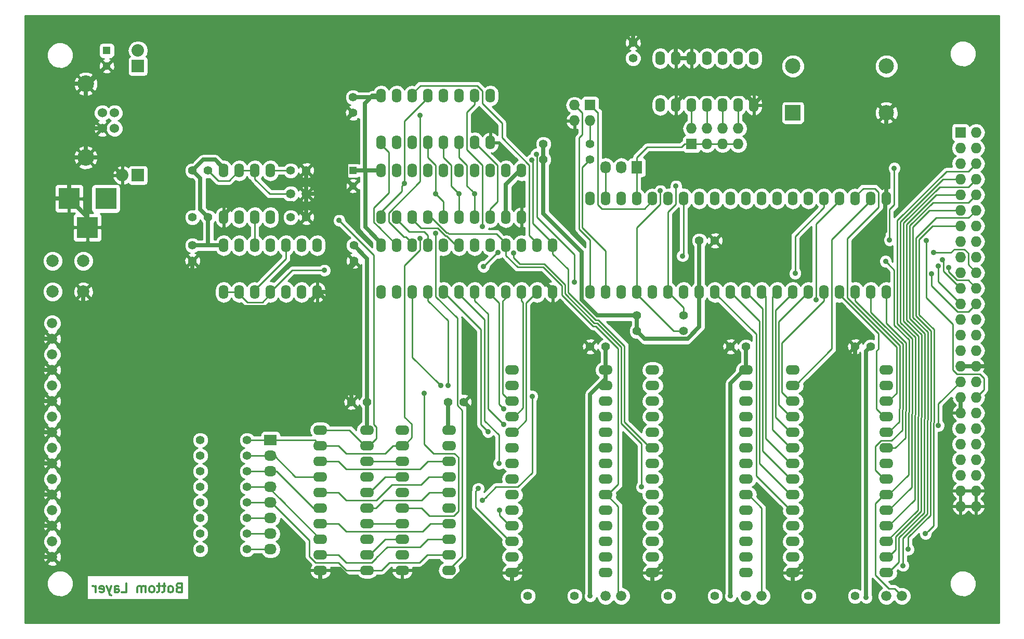
<source format=gbr>
%TF.FileFunction,Copper,L2,Bot,Signal*%
%FSLAX46Y46*%
G04 Gerber Fmt 4.6, Leading zero omitted, Abs format (unit mm)*
G04 Created by KiCad (PCBNEW (2015-03-04 BZR 5473)-product) date Donnerstag, 14. April 2016 'u11' 20:11:53*
%MOMM*%
G01*
G04 APERTURE LIST*
%ADD10C,0.100000*%
%ADD11C,0.300000*%
%ADD12C,1.397000*%
%ADD13R,1.727200X1.727200*%
%ADD14O,1.727200X1.727200*%
%ADD15C,1.501140*%
%ADD16R,1.727200X2.032000*%
%ADD17O,1.727200X2.032000*%
%ADD18R,2.032000X1.727200*%
%ADD19O,2.032000X1.727200*%
%ADD20C,1.676400*%
%ADD21O,1.600000X2.300000*%
%ADD22R,1.200000X1.200000*%
%ADD23C,1.200000*%
%ADD24C,2.000000*%
%ADD25R,2.499360X2.499360*%
%ADD26C,2.499360*%
%ADD27O,2.300000X1.600000*%
%ADD28C,1.524000*%
%ADD29C,2.700020*%
%ADD30R,3.500120X3.500120*%
%ADD31R,2.032000X2.032000*%
%ADD32O,2.032000X2.032000*%
%ADD33R,1.300000X1.300000*%
%ADD34C,1.300000*%
%ADD35C,0.889000*%
%ADD36C,0.635000*%
%ADD37C,0.254000*%
G04 APERTURE END LIST*
D10*
D11*
X87922857Y-139592857D02*
X87708571Y-139664286D01*
X87637143Y-139735714D01*
X87565714Y-139878571D01*
X87565714Y-140092857D01*
X87637143Y-140235714D01*
X87708571Y-140307143D01*
X87851429Y-140378571D01*
X88422857Y-140378571D01*
X88422857Y-138878571D01*
X87922857Y-138878571D01*
X87780000Y-138950000D01*
X87708571Y-139021429D01*
X87637143Y-139164286D01*
X87637143Y-139307143D01*
X87708571Y-139450000D01*
X87780000Y-139521429D01*
X87922857Y-139592857D01*
X88422857Y-139592857D01*
X86708571Y-140378571D02*
X86851429Y-140307143D01*
X86922857Y-140235714D01*
X86994286Y-140092857D01*
X86994286Y-139664286D01*
X86922857Y-139521429D01*
X86851429Y-139450000D01*
X86708571Y-139378571D01*
X86494286Y-139378571D01*
X86351429Y-139450000D01*
X86280000Y-139521429D01*
X86208571Y-139664286D01*
X86208571Y-140092857D01*
X86280000Y-140235714D01*
X86351429Y-140307143D01*
X86494286Y-140378571D01*
X86708571Y-140378571D01*
X85780000Y-139378571D02*
X85208571Y-139378571D01*
X85565714Y-138878571D02*
X85565714Y-140164286D01*
X85494286Y-140307143D01*
X85351428Y-140378571D01*
X85208571Y-140378571D01*
X84922857Y-139378571D02*
X84351428Y-139378571D01*
X84708571Y-138878571D02*
X84708571Y-140164286D01*
X84637143Y-140307143D01*
X84494285Y-140378571D01*
X84351428Y-140378571D01*
X83637142Y-140378571D02*
X83780000Y-140307143D01*
X83851428Y-140235714D01*
X83922857Y-140092857D01*
X83922857Y-139664286D01*
X83851428Y-139521429D01*
X83780000Y-139450000D01*
X83637142Y-139378571D01*
X83422857Y-139378571D01*
X83280000Y-139450000D01*
X83208571Y-139521429D01*
X83137142Y-139664286D01*
X83137142Y-140092857D01*
X83208571Y-140235714D01*
X83280000Y-140307143D01*
X83422857Y-140378571D01*
X83637142Y-140378571D01*
X82494285Y-140378571D02*
X82494285Y-139378571D01*
X82494285Y-139521429D02*
X82422857Y-139450000D01*
X82279999Y-139378571D01*
X82065714Y-139378571D01*
X81922857Y-139450000D01*
X81851428Y-139592857D01*
X81851428Y-140378571D01*
X81851428Y-139592857D02*
X81779999Y-139450000D01*
X81637142Y-139378571D01*
X81422857Y-139378571D01*
X81279999Y-139450000D01*
X81208571Y-139592857D01*
X81208571Y-140378571D01*
X78637142Y-140378571D02*
X79351428Y-140378571D01*
X79351428Y-138878571D01*
X77494285Y-140378571D02*
X77494285Y-139592857D01*
X77565714Y-139450000D01*
X77708571Y-139378571D01*
X77994285Y-139378571D01*
X78137142Y-139450000D01*
X77494285Y-140307143D02*
X77637142Y-140378571D01*
X77994285Y-140378571D01*
X78137142Y-140307143D01*
X78208571Y-140164286D01*
X78208571Y-140021429D01*
X78137142Y-139878571D01*
X77994285Y-139807143D01*
X77637142Y-139807143D01*
X77494285Y-139735714D01*
X76922856Y-139378571D02*
X76565713Y-140378571D01*
X76208571Y-139378571D02*
X76565713Y-140378571D01*
X76708571Y-140735714D01*
X76779999Y-140807143D01*
X76922856Y-140878571D01*
X75065714Y-140307143D02*
X75208571Y-140378571D01*
X75494285Y-140378571D01*
X75637142Y-140307143D01*
X75708571Y-140164286D01*
X75708571Y-139592857D01*
X75637142Y-139450000D01*
X75494285Y-139378571D01*
X75208571Y-139378571D01*
X75065714Y-139450000D01*
X74994285Y-139592857D01*
X74994285Y-139735714D01*
X75708571Y-139878571D01*
X74351428Y-140378571D02*
X74351428Y-139378571D01*
X74351428Y-139664286D02*
X74280000Y-139521429D01*
X74208571Y-139450000D01*
X74065714Y-139378571D01*
X73922857Y-139378571D01*
D12*
X91440000Y-115570000D03*
X99060000Y-115570000D03*
D13*
X215265000Y-65405000D03*
D14*
X217805000Y-65405000D03*
X215265000Y-67945000D03*
X217805000Y-67945000D03*
X215265000Y-70485000D03*
X217805000Y-70485000D03*
X215265000Y-73025000D03*
X217805000Y-73025000D03*
X215265000Y-75565000D03*
X217805000Y-75565000D03*
X215265000Y-78105000D03*
X217805000Y-78105000D03*
X215265000Y-80645000D03*
X217805000Y-80645000D03*
X215265000Y-83185000D03*
X217805000Y-83185000D03*
X215265000Y-85725000D03*
X217805000Y-85725000D03*
X215265000Y-88265000D03*
X217805000Y-88265000D03*
X215265000Y-90805000D03*
X217805000Y-90805000D03*
X215265000Y-93345000D03*
X217805000Y-93345000D03*
X215265000Y-95885000D03*
X217805000Y-95885000D03*
X215265000Y-98425000D03*
X217805000Y-98425000D03*
X215265000Y-100965000D03*
X217805000Y-100965000D03*
X215265000Y-103505000D03*
X217805000Y-103505000D03*
X215265000Y-106045000D03*
X217805000Y-106045000D03*
X215265000Y-108585000D03*
X217805000Y-108585000D03*
X215265000Y-111125000D03*
X217805000Y-111125000D03*
X215265000Y-113665000D03*
X217805000Y-113665000D03*
X215265000Y-116205000D03*
X217805000Y-116205000D03*
X215265000Y-118745000D03*
X217805000Y-118745000D03*
X215265000Y-121285000D03*
X217805000Y-121285000D03*
X215265000Y-123825000D03*
X217805000Y-123825000D03*
X215265000Y-126365000D03*
X217805000Y-126365000D03*
D12*
X172720000Y-83058000D03*
X175260000Y-83058000D03*
D15*
X108712000Y-75438000D03*
X106172000Y-75438000D03*
D12*
X200660000Y-100330000D03*
X198120000Y-100330000D03*
X157480000Y-100330000D03*
X154940000Y-100330000D03*
X116459000Y-83820000D03*
X116459000Y-86360000D03*
X90170000Y-83820000D03*
X90170000Y-86360000D03*
X161925000Y-53340000D03*
X161925000Y-50800000D03*
X131826000Y-109347000D03*
X134366000Y-109347000D03*
X180340000Y-100330000D03*
X177800000Y-100330000D03*
X118618000Y-109347000D03*
X116078000Y-109347000D03*
D13*
X171450000Y-67310000D03*
D14*
X171450000Y-64770000D03*
X173990000Y-67310000D03*
X173990000Y-64770000D03*
X176530000Y-67310000D03*
X176530000Y-64770000D03*
X179070000Y-67310000D03*
X179070000Y-64770000D03*
D16*
X162560000Y-71120000D03*
D17*
X160020000Y-71120000D03*
X157480000Y-71120000D03*
D13*
X154940000Y-60960000D03*
D14*
X154940000Y-63500000D03*
X152400000Y-60960000D03*
X152400000Y-63500000D03*
D12*
X170180000Y-97790000D03*
X162560000Y-97790000D03*
X170180000Y-95250000D03*
X162560000Y-95250000D03*
X154940000Y-69850000D03*
X147320000Y-69850000D03*
X147320000Y-67310000D03*
X154940000Y-67310000D03*
X92710000Y-71628000D03*
X92710000Y-79248000D03*
X116332000Y-59690000D03*
X116332000Y-62230000D03*
D18*
X102870000Y-115570000D03*
D19*
X102870000Y-118110000D03*
X102870000Y-120650000D03*
X102870000Y-123190000D03*
X102870000Y-125730000D03*
X102870000Y-128270000D03*
X102870000Y-130810000D03*
X102870000Y-133350000D03*
D12*
X106172000Y-79248000D03*
X108712000Y-79248000D03*
X106172000Y-71628000D03*
X108712000Y-71628000D03*
X90170000Y-71628000D03*
X90170000Y-79248000D03*
D20*
X157480000Y-140970000D03*
X160020000Y-140970000D03*
X203200000Y-140970000D03*
X205740000Y-140970000D03*
X180340000Y-140970000D03*
X182880000Y-140970000D03*
D12*
X152400000Y-140970000D03*
X144780000Y-140970000D03*
X198120000Y-140970000D03*
X190500000Y-140970000D03*
X175260000Y-140970000D03*
X167640000Y-140970000D03*
D20*
X67310000Y-96520000D03*
X67310000Y-99060000D03*
X67310000Y-101600000D03*
X67310000Y-104140000D03*
X67310000Y-106680000D03*
X67310000Y-109220000D03*
X67310000Y-111760000D03*
X67310000Y-114300000D03*
X67310000Y-116840000D03*
X67310000Y-119380000D03*
X67310000Y-121920000D03*
X67310000Y-124460000D03*
X67310000Y-127000000D03*
X67310000Y-129540000D03*
X67310000Y-132080000D03*
X67310000Y-134620000D03*
D12*
X91440000Y-118110000D03*
X99060000Y-118110000D03*
X91440000Y-120650000D03*
X99060000Y-120650000D03*
X91440000Y-123190000D03*
X99060000Y-123190000D03*
X91440000Y-125730000D03*
X99060000Y-125730000D03*
X91440000Y-128270000D03*
X99060000Y-128270000D03*
X91440000Y-130810000D03*
X99060000Y-130810000D03*
X91440000Y-133350000D03*
X99060000Y-133350000D03*
D21*
X120904000Y-79248000D03*
X123444000Y-79248000D03*
X125984000Y-79248000D03*
X128524000Y-79248000D03*
X131064000Y-79248000D03*
X133604000Y-79248000D03*
X136144000Y-79248000D03*
X138684000Y-79248000D03*
X141224000Y-79248000D03*
X143764000Y-79248000D03*
X143764000Y-71628000D03*
X141224000Y-71628000D03*
X138684000Y-71628000D03*
X136144000Y-71628000D03*
X133604000Y-71628000D03*
X131064000Y-71628000D03*
X128524000Y-71628000D03*
X125984000Y-71628000D03*
X123444000Y-71628000D03*
X120904000Y-71628000D03*
X120904000Y-67056000D03*
X123444000Y-67056000D03*
X125984000Y-67056000D03*
X128524000Y-67056000D03*
X131064000Y-67056000D03*
X133604000Y-67056000D03*
X136144000Y-67056000D03*
X138684000Y-67056000D03*
X138684000Y-59436000D03*
X136144000Y-59436000D03*
X133604000Y-59436000D03*
X131064000Y-59436000D03*
X128524000Y-59436000D03*
X125984000Y-59436000D03*
X123444000Y-59436000D03*
X120904000Y-59436000D03*
D22*
X116332000Y-71628000D03*
D23*
X116332000Y-74128000D03*
D24*
X72390000Y-86360000D03*
X72390000Y-91360000D03*
X67390000Y-91360000D03*
X67390000Y-86360000D03*
D21*
X154940000Y-91440000D03*
X157480000Y-91440000D03*
X160020000Y-91440000D03*
X162560000Y-91440000D03*
X165100000Y-91440000D03*
X167640000Y-91440000D03*
X170180000Y-91440000D03*
X172720000Y-91440000D03*
X175260000Y-91440000D03*
X177800000Y-91440000D03*
X180340000Y-91440000D03*
X182880000Y-91440000D03*
X185420000Y-91440000D03*
X187960000Y-91440000D03*
X190500000Y-91440000D03*
X193040000Y-91440000D03*
X195580000Y-91440000D03*
X198120000Y-91440000D03*
X200660000Y-91440000D03*
X203200000Y-91440000D03*
X203200000Y-76200000D03*
X200660000Y-76200000D03*
X198120000Y-76200000D03*
X195580000Y-76200000D03*
X193040000Y-76200000D03*
X190500000Y-76200000D03*
X187960000Y-76200000D03*
X185420000Y-76200000D03*
X182880000Y-76200000D03*
X180340000Y-76200000D03*
X177800000Y-76200000D03*
X175260000Y-76200000D03*
X172720000Y-76200000D03*
X170180000Y-76200000D03*
X167640000Y-76200000D03*
X165100000Y-76200000D03*
X162560000Y-76200000D03*
X160020000Y-76200000D03*
X157480000Y-76200000D03*
X154940000Y-76200000D03*
X120904000Y-91440000D03*
X123444000Y-91440000D03*
X125984000Y-91440000D03*
X128524000Y-91440000D03*
X131064000Y-91440000D03*
X133604000Y-91440000D03*
X136144000Y-91440000D03*
X138684000Y-91440000D03*
X141224000Y-91440000D03*
X143764000Y-91440000D03*
X146304000Y-91440000D03*
X148844000Y-91440000D03*
X148844000Y-83820000D03*
X146304000Y-83820000D03*
X143764000Y-83820000D03*
X141224000Y-83820000D03*
X138684000Y-83820000D03*
X136144000Y-83820000D03*
X133604000Y-83820000D03*
X131064000Y-83820000D03*
X128524000Y-83820000D03*
X125984000Y-83820000D03*
X123444000Y-83820000D03*
X120904000Y-83820000D03*
D25*
X187960000Y-62230000D03*
D26*
X203200000Y-62230000D03*
X203200000Y-54610000D03*
X187960000Y-54610000D03*
D21*
X166370000Y-60960000D03*
X168910000Y-60960000D03*
X171450000Y-60960000D03*
X173990000Y-60960000D03*
X176530000Y-60960000D03*
X179070000Y-60960000D03*
X181610000Y-60960000D03*
X181610000Y-53340000D03*
X179070000Y-53340000D03*
X176530000Y-53340000D03*
X173990000Y-53340000D03*
X171450000Y-53340000D03*
X168910000Y-53340000D03*
X166370000Y-53340000D03*
X95250000Y-79248000D03*
X97790000Y-79248000D03*
X100330000Y-79248000D03*
X102870000Y-79248000D03*
X102870000Y-71628000D03*
X100330000Y-71628000D03*
X97790000Y-71628000D03*
X95250000Y-71628000D03*
X95250000Y-91440000D03*
X97790000Y-91440000D03*
X100330000Y-91440000D03*
X102870000Y-91440000D03*
X105410000Y-91440000D03*
X107950000Y-91440000D03*
X110490000Y-91440000D03*
X110490000Y-83820000D03*
X107950000Y-83820000D03*
X105410000Y-83820000D03*
X102870000Y-83820000D03*
X100330000Y-83820000D03*
X97790000Y-83820000D03*
X95250000Y-83820000D03*
D27*
X110998000Y-113919000D03*
X110998000Y-116459000D03*
X110998000Y-118999000D03*
X110998000Y-121539000D03*
X110998000Y-124079000D03*
X110998000Y-126619000D03*
X110998000Y-129159000D03*
X110998000Y-131699000D03*
X110998000Y-134239000D03*
X110998000Y-136779000D03*
X118618000Y-136779000D03*
X118618000Y-134239000D03*
X118618000Y-131699000D03*
X118618000Y-129159000D03*
X118618000Y-126619000D03*
X118618000Y-124079000D03*
X118618000Y-121539000D03*
X118618000Y-118999000D03*
X118618000Y-116459000D03*
X118618000Y-113919000D03*
X124333000Y-113919000D03*
X124333000Y-116459000D03*
X124333000Y-118999000D03*
X124333000Y-121539000D03*
X124333000Y-124079000D03*
X124333000Y-126619000D03*
X124333000Y-129159000D03*
X124333000Y-131699000D03*
X124333000Y-134239000D03*
X124333000Y-136779000D03*
X131953000Y-136779000D03*
X131953000Y-134239000D03*
X131953000Y-131699000D03*
X131953000Y-129159000D03*
X131953000Y-126619000D03*
X131953000Y-124079000D03*
X131953000Y-121539000D03*
X131953000Y-118999000D03*
X131953000Y-116459000D03*
X131953000Y-113919000D03*
X142240000Y-104140000D03*
X142240000Y-106680000D03*
X142240000Y-109220000D03*
X142240000Y-111760000D03*
X142240000Y-114300000D03*
X142240000Y-116840000D03*
X142240000Y-119380000D03*
X142240000Y-121920000D03*
X142240000Y-124460000D03*
X142240000Y-127000000D03*
X142240000Y-129540000D03*
X142240000Y-132080000D03*
X142240000Y-134620000D03*
X142240000Y-137160000D03*
X157480000Y-137160000D03*
X157480000Y-134620000D03*
X157480000Y-132080000D03*
X157480000Y-129540000D03*
X157480000Y-127000000D03*
X157480000Y-124460000D03*
X157480000Y-121920000D03*
X157480000Y-119380000D03*
X157480000Y-116840000D03*
X157480000Y-114300000D03*
X157480000Y-111760000D03*
X157480000Y-109220000D03*
X157480000Y-106680000D03*
X157480000Y-104140000D03*
X165100000Y-104140000D03*
X165100000Y-106680000D03*
X165100000Y-109220000D03*
X165100000Y-111760000D03*
X165100000Y-114300000D03*
X165100000Y-116840000D03*
X165100000Y-119380000D03*
X165100000Y-121920000D03*
X165100000Y-124460000D03*
X165100000Y-127000000D03*
X165100000Y-129540000D03*
X165100000Y-132080000D03*
X165100000Y-134620000D03*
X165100000Y-137160000D03*
X180340000Y-137160000D03*
X180340000Y-134620000D03*
X180340000Y-132080000D03*
X180340000Y-129540000D03*
X180340000Y-127000000D03*
X180340000Y-124460000D03*
X180340000Y-121920000D03*
X180340000Y-119380000D03*
X180340000Y-116840000D03*
X180340000Y-114300000D03*
X180340000Y-111760000D03*
X180340000Y-109220000D03*
X180340000Y-106680000D03*
X180340000Y-104140000D03*
X187960000Y-104140000D03*
X187960000Y-106680000D03*
X187960000Y-109220000D03*
X187960000Y-111760000D03*
X187960000Y-114300000D03*
X187960000Y-116840000D03*
X187960000Y-119380000D03*
X187960000Y-121920000D03*
X187960000Y-124460000D03*
X187960000Y-127000000D03*
X187960000Y-129540000D03*
X187960000Y-132080000D03*
X187960000Y-134620000D03*
X187960000Y-137160000D03*
X203200000Y-137160000D03*
X203200000Y-134620000D03*
X203200000Y-132080000D03*
X203200000Y-129540000D03*
X203200000Y-127000000D03*
X203200000Y-124460000D03*
X203200000Y-121920000D03*
X203200000Y-119380000D03*
X203200000Y-116840000D03*
X203200000Y-114300000D03*
X203200000Y-111760000D03*
X203200000Y-109220000D03*
X203200000Y-106680000D03*
X203200000Y-104140000D03*
D28*
X77470000Y-62230000D03*
X77470000Y-64770000D03*
X75471020Y-64770000D03*
X75471020Y-62230000D03*
D29*
X72771000Y-57500520D03*
X72771000Y-69499480D03*
D30*
X76050140Y-76200000D03*
X70050660Y-76200000D03*
X73050400Y-80899000D03*
D31*
X81280000Y-72390000D03*
D32*
X78740000Y-72390000D03*
D31*
X81280000Y-54610000D03*
D32*
X81280000Y-52070000D03*
D33*
X76200000Y-52070000D03*
D34*
X76200000Y-54570000D03*
D35*
X146050000Y-88900000D03*
X201677226Y-82857188D03*
X177800000Y-140970000D03*
X154940000Y-140970000D03*
X199898000Y-141224000D03*
X124714000Y-73723480D03*
X209677000Y-83032580D03*
X204469999Y-71247000D03*
X203708000Y-82931004D03*
X139954010Y-84965388D03*
X137560935Y-87248980D03*
X111633000Y-87884000D03*
X169990412Y-85534420D03*
X211670868Y-113170639D03*
X211638006Y-87146314D03*
X213304650Y-87472110D03*
X168910000Y-74168000D03*
X166370000Y-74930000D03*
X205865572Y-136008489D03*
X136722566Y-123456232D03*
X206756000Y-133350000D03*
X140208000Y-127000000D03*
X209550000Y-130810000D03*
X145414979Y-69901892D03*
X136144000Y-75374480D03*
X210908900Y-84988400D03*
X133616700Y-75438039D03*
X129794000Y-75438000D03*
X212289124Y-86206888D03*
X210557969Y-88455480D03*
X146177000Y-68960996D03*
X152400004Y-89789000D03*
X140843000Y-110490000D03*
X140843000Y-113030000D03*
X140081000Y-119380000D03*
X138303000Y-114173000D03*
X131762470Y-106680000D03*
X130619457Y-106680000D03*
X191770000Y-92710000D03*
X188328780Y-88404240D03*
X203054348Y-86404018D03*
X142494000Y-85090000D03*
X163321994Y-123190000D03*
X127889000Y-107950000D03*
X145483223Y-108394480D03*
X137414000Y-125349000D03*
X127254004Y-82674606D03*
X127254000Y-62611000D03*
X114046000Y-79756000D03*
X129777051Y-81867146D03*
X137414000Y-80772000D03*
D36*
X78740000Y-72390000D02*
X75849480Y-69499480D01*
X75849480Y-69499480D02*
X72771000Y-69499480D01*
X67665600Y-76200000D02*
X64897000Y-76200000D01*
X70050660Y-76200000D02*
X67665600Y-76200000D01*
X73050400Y-80899000D02*
X73050400Y-79199740D01*
X73050400Y-79199740D02*
X70050660Y-76200000D01*
X70050660Y-76200000D02*
X70050660Y-72219820D01*
X70050660Y-72219820D02*
X72771000Y-69499480D01*
X72771000Y-59409722D02*
X72771000Y-64771562D01*
X72771000Y-64771562D02*
X72771000Y-69499480D01*
X75471020Y-64770000D02*
X74393390Y-64770000D01*
X74393390Y-64770000D02*
X74391828Y-64771562D01*
X74391828Y-64771562D02*
X72771000Y-64771562D01*
X72771000Y-57500520D02*
X72771000Y-59409722D01*
X72771000Y-69499480D02*
X64673480Y-69499480D01*
X72771000Y-57500520D02*
X64673480Y-57500520D01*
X64673480Y-57500520D02*
X64643000Y-57531000D01*
X146654000Y-88900000D02*
X146050000Y-88900000D01*
X148844000Y-91090000D02*
X146654000Y-88900000D01*
X148844000Y-91440000D02*
X148844000Y-91090000D01*
X116332000Y-62230000D02*
X115160499Y-63401501D01*
X115160499Y-63401501D02*
X115160499Y-72956499D01*
X115732001Y-73528001D02*
X116332000Y-74128000D01*
X115160499Y-72956499D02*
X115732001Y-73528001D01*
X108712000Y-75438000D02*
X115022000Y-75438000D01*
X115022000Y-75438000D02*
X116332000Y-74128000D01*
X128146608Y-142875000D02*
X124206000Y-142875000D01*
X134366000Y-109347000D02*
X135064499Y-110045499D01*
X135064499Y-135957109D02*
X128146608Y-142875000D01*
X135064499Y-110045499D02*
X135064499Y-135957109D01*
X108712000Y-71628000D02*
X108712000Y-75438000D01*
X108712000Y-71628000D02*
X108712000Y-79248000D01*
X106426000Y-76962000D02*
X108712000Y-79248000D01*
X165100000Y-142367000D02*
X165100000Y-143637000D01*
X97180400Y-76962000D02*
X106426000Y-76962000D01*
X95250000Y-79248000D02*
X95250000Y-78892400D01*
X95250000Y-78892400D02*
X97180400Y-76962000D01*
X116078000Y-109347000D02*
X116078000Y-96901000D01*
X116078000Y-96901000D02*
X110617000Y-91440000D01*
X110617000Y-91440000D02*
X110490000Y-91440000D01*
X161925000Y-50800000D02*
X161925000Y-49022000D01*
X187960000Y-138582400D02*
X187960000Y-143383000D01*
X187960000Y-137160000D02*
X187960000Y-138582400D01*
X165100000Y-137160000D02*
X165100000Y-142367000D01*
X142240000Y-138582400D02*
X142240000Y-142875000D01*
X142240000Y-137160000D02*
X142240000Y-138582400D01*
X217805000Y-103505000D02*
X220472000Y-103505000D01*
X215265000Y-103505000D02*
X217805000Y-103505000D01*
X203200000Y-62230000D02*
X203200000Y-68834000D01*
X203200000Y-68834000D02*
X203200000Y-76200000D01*
X203200000Y-62230000D02*
X205486000Y-59944000D01*
X205486000Y-59944000D02*
X205486000Y-49149000D01*
X181610000Y-60604400D02*
X181610000Y-60960000D01*
X180187600Y-59182000D02*
X181610000Y-60604400D01*
X170332400Y-59182000D02*
X180187600Y-59182000D01*
X168910000Y-60604400D02*
X170332400Y-59182000D01*
X168910000Y-60960000D02*
X168910000Y-60604400D01*
X201950321Y-60980321D02*
X203200000Y-62230000D01*
X200279000Y-59309000D02*
X201950321Y-60980321D01*
X183134000Y-59309000D02*
X200279000Y-59309000D01*
X181610000Y-60833000D02*
X183134000Y-59309000D01*
X181610000Y-60960000D02*
X181610000Y-60833000D01*
X215265000Y-111125000D02*
X215265000Y-108585000D01*
X67310000Y-99060000D02*
X64770000Y-99060000D01*
X67310000Y-104140000D02*
X64770000Y-104140000D01*
X67310000Y-109220000D02*
X64770000Y-109220000D01*
X67310000Y-114300000D02*
X64770000Y-114300000D01*
X67310000Y-119380000D02*
X64770000Y-119380000D01*
X67310000Y-124460000D02*
X64770000Y-124460000D01*
X67310000Y-129540000D02*
X64770000Y-129540000D01*
X67310000Y-134620000D02*
X64770000Y-134620000D01*
X168910000Y-53340000D02*
X171450000Y-53340000D01*
X168910000Y-53340000D02*
X168910000Y-51562000D01*
X168910000Y-51562000D02*
X168910000Y-49149000D01*
X90563798Y-93853000D02*
X90182798Y-93472000D01*
X110490000Y-91795600D02*
X108432600Y-93853000D01*
X108432600Y-93853000D02*
X90563798Y-93853000D01*
X110490000Y-91440000D02*
X110490000Y-91795600D01*
X64897000Y-93853000D02*
X64770000Y-93726000D01*
X90182798Y-93472000D02*
X89801798Y-93853000D01*
X90170000Y-93459202D02*
X90182798Y-93472000D01*
X90170000Y-86360000D02*
X90170000Y-93459202D01*
X116459000Y-86906000D02*
X116459000Y-86360000D01*
X111925000Y-91440000D02*
X116459000Y-86906000D01*
X110490000Y-91440000D02*
X111925000Y-91440000D01*
X110998000Y-136779000D02*
X110998000Y-142621000D01*
X203200000Y-76200000D02*
X203009490Y-76390510D01*
X203009490Y-76390510D02*
X203009490Y-81524924D01*
X203009490Y-81524924D02*
X202121725Y-82412689D01*
X202121725Y-82412689D02*
X201677226Y-82857188D01*
X188315600Y-137160000D02*
X187960000Y-137160000D01*
X198120000Y-127355600D02*
X188315600Y-137160000D01*
X198120000Y-100330000D02*
X198120000Y-127355600D01*
X165455600Y-137160000D02*
X165100000Y-137160000D01*
X175895000Y-126720600D02*
X165455600Y-137160000D01*
X175895000Y-102235000D02*
X175895000Y-126720600D01*
X177800000Y-100330000D02*
X175895000Y-102235000D01*
X142595600Y-137160000D02*
X142240000Y-137160000D01*
X153035000Y-126720600D02*
X142595600Y-137160000D01*
X153035000Y-102235000D02*
X153035000Y-126720600D01*
X154940000Y-100330000D02*
X153035000Y-102235000D01*
X72390796Y-92775009D02*
X72390796Y-93853000D01*
X72390000Y-92774213D02*
X72390796Y-92775009D01*
X72390000Y-91360000D02*
X72390000Y-92774213D01*
X72390796Y-93853000D02*
X64897000Y-93853000D01*
X89801798Y-93853000D02*
X72390796Y-93853000D01*
X73269480Y-57500520D02*
X76200000Y-54570000D01*
X72771000Y-57500520D02*
X73269480Y-57500520D01*
X120904000Y-83470000D02*
X118300509Y-80866509D01*
X120904000Y-83820000D02*
X120904000Y-83470000D01*
X118300509Y-80866509D02*
X118300509Y-71716304D01*
X118300509Y-71716304D02*
X118237000Y-71652795D01*
X143513608Y-71628000D02*
X143764000Y-71628000D01*
X141224000Y-73917608D02*
X143513608Y-71628000D01*
X141224000Y-79248000D02*
X141224000Y-73917608D01*
X180340000Y-104140000D02*
X179984400Y-104140000D01*
X179984400Y-104140000D02*
X177800000Y-106324400D01*
X177800000Y-106324400D02*
X177800000Y-140341383D01*
X177800000Y-140341383D02*
X177800000Y-140970000D01*
X172720000Y-91440000D02*
X172720000Y-97129602D01*
X172720000Y-97129602D02*
X170789601Y-99060001D01*
X170789601Y-99060001D02*
X163830001Y-99060001D01*
X163830001Y-99060001D02*
X162560000Y-97790000D01*
X162560000Y-97790000D02*
X162560000Y-95250000D01*
X154940000Y-140341383D02*
X154940000Y-140970000D01*
X154940000Y-108102400D02*
X154940000Y-140341383D01*
X157480000Y-105562400D02*
X154940000Y-108102400D01*
X157480000Y-104140000D02*
X157480000Y-105562400D01*
X131826000Y-113919000D02*
X131826000Y-109347000D01*
X91440000Y-72898000D02*
X91440000Y-77978000D01*
X90170000Y-71628000D02*
X91440000Y-72898000D01*
X91440000Y-77978000D02*
X92710000Y-79248000D01*
X118618000Y-109347000D02*
X118618000Y-113919000D01*
X157480000Y-104140000D02*
X157480000Y-106680000D01*
X95250000Y-71272400D02*
X95250000Y-71628000D01*
X91948000Y-69850000D02*
X93827600Y-69850000D01*
X93827600Y-69850000D02*
X95250000Y-71272400D01*
X90170000Y-71628000D02*
X91948000Y-69850000D01*
X172720000Y-89662000D02*
X172720000Y-83058000D01*
X172720000Y-91440000D02*
X172720000Y-89662000D01*
X92710000Y-83811590D02*
X92701590Y-83820000D01*
X92710000Y-79248000D02*
X92710000Y-83811590D01*
X92701590Y-83820000D02*
X90170000Y-83820000D01*
X95250000Y-83820000D02*
X92701590Y-83820000D01*
X147320000Y-69850000D02*
X147320000Y-67310000D01*
X118237000Y-60668000D02*
X119469000Y-59436000D01*
X119469000Y-59436000D02*
X120904000Y-59436000D01*
X120650000Y-59690000D02*
X120904000Y-59436000D01*
X116332000Y-59690000D02*
X120650000Y-59690000D01*
X118237000Y-71652795D02*
X118237000Y-60668000D01*
X118261795Y-71628000D02*
X118237000Y-71652795D01*
X120904000Y-71628000D02*
X118261795Y-71628000D01*
X116459000Y-83820000D02*
X118618000Y-85979000D01*
X118618000Y-85979000D02*
X118618000Y-108359172D01*
X118618000Y-108359172D02*
X118618000Y-109347000D01*
X116332000Y-71628000D02*
X118261795Y-71628000D01*
X199898000Y-140595383D02*
X199898000Y-141224000D01*
X199898000Y-101092000D02*
X199898000Y-140595383D01*
X200660000Y-100330000D02*
X199898000Y-101092000D01*
X180340000Y-100330000D02*
X180340000Y-104140000D01*
X157480000Y-100330000D02*
X157480000Y-104140000D01*
X147320000Y-70837828D02*
X147320000Y-69850000D01*
X162560000Y-95250000D02*
X156094710Y-95250000D01*
X147320000Y-78633318D02*
X147320000Y-70837828D01*
X156094710Y-95250000D02*
X153568490Y-92723780D01*
X153568490Y-92723780D02*
X153568490Y-84881808D01*
X153568490Y-84881808D02*
X147320000Y-78633318D01*
D37*
X120904000Y-79248000D02*
X120904000Y-78359000D01*
X120904000Y-78359000D02*
X124269501Y-74993499D01*
X124269501Y-74993499D02*
X124269501Y-74167979D01*
X124269501Y-74167979D02*
X124714000Y-73723480D01*
X128524000Y-59436000D02*
X128524000Y-59786000D01*
X124714000Y-73094863D02*
X124714000Y-73723480D01*
X124714000Y-63596000D02*
X124714000Y-73094863D01*
X128524000Y-59786000D02*
X124714000Y-63596000D01*
X217805000Y-108585000D02*
X219049601Y-107340399D01*
X219049601Y-107340399D02*
X219049601Y-105447591D01*
X219049601Y-105447591D02*
X218377010Y-104775000D01*
X218377010Y-104775000D02*
X214692990Y-104775000D01*
X214692990Y-104775000D02*
X213995000Y-104077010D01*
X213995000Y-104077010D02*
X213995000Y-96647000D01*
X209677000Y-92329000D02*
X209677000Y-83661197D01*
X213995000Y-96647000D02*
X209677000Y-92329000D01*
X209677000Y-83661197D02*
X209677000Y-83032580D01*
X204469999Y-71246999D02*
X204469999Y-71247000D01*
X204368410Y-71145410D02*
X204469999Y-71246999D01*
X204469999Y-77216001D02*
X203708000Y-77978000D01*
X203708000Y-77978000D02*
X203708000Y-82931004D01*
X204469999Y-71247000D02*
X204469999Y-77216001D01*
X146304000Y-83820000D02*
X146304000Y-83470000D01*
X146304000Y-83470000D02*
X145034000Y-82200000D01*
X145034000Y-82200000D02*
X145034000Y-70742656D01*
X136537700Y-57772300D02*
X127297700Y-57772300D01*
X145034000Y-70742656D02*
X140589000Y-66297656D01*
X140589000Y-66297656D02*
X140589000Y-63881000D01*
X140589000Y-63881000D02*
X137401300Y-60693300D01*
X137401300Y-60693300D02*
X137401300Y-58635900D01*
X127297700Y-57772300D02*
X125984000Y-59086000D01*
X137401300Y-58635900D02*
X136537700Y-57772300D01*
X125984000Y-59086000D02*
X125984000Y-59436000D01*
X139844527Y-84965388D02*
X139954010Y-84965388D01*
X137560935Y-87248980D02*
X139844527Y-84965388D01*
X95250000Y-91440000D02*
X97790000Y-91440000D01*
X102870000Y-91795600D02*
X102870000Y-91440000D01*
X101574600Y-93091000D02*
X102870000Y-91795600D01*
X99085400Y-93091000D02*
X101574600Y-93091000D01*
X97790000Y-91795600D02*
X99085400Y-93091000D01*
X97790000Y-91440000D02*
X97790000Y-91795600D01*
X111125000Y-87884000D02*
X111633000Y-87884000D01*
X106426000Y-87884000D02*
X111125000Y-87884000D01*
X102870000Y-91440000D02*
X106426000Y-87884000D01*
X170180000Y-76200000D02*
X170180000Y-85344832D01*
X170180000Y-85344832D02*
X169990412Y-85534420D01*
X211670868Y-112542022D02*
X211670868Y-113170639D01*
X215265000Y-106045000D02*
X211670868Y-109639132D01*
X211670868Y-109639132D02*
X211670868Y-112542022D01*
X130103366Y-81026000D02*
X127412000Y-81026000D01*
X133084200Y-83820000D02*
X131553190Y-82288990D01*
X133604000Y-83820000D02*
X133084200Y-83820000D01*
X127412000Y-81026000D02*
X125984000Y-79598000D01*
X131553190Y-82288990D02*
X131366356Y-82288990D01*
X131366356Y-82288990D02*
X130103366Y-81026000D01*
X125984000Y-79598000D02*
X125984000Y-79248000D01*
X211638006Y-89718006D02*
X211638006Y-87774931D01*
X215265000Y-93345000D02*
X211638006Y-89718006D01*
X211638006Y-87774931D02*
X211638006Y-87146314D01*
X133604000Y-83464400D02*
X133604000Y-83820000D01*
X131064000Y-83470000D02*
X131064000Y-83820000D01*
X214713524Y-89509601D02*
X213304650Y-88100727D01*
X216509601Y-89509601D02*
X214713524Y-89509601D01*
X213304650Y-88100727D02*
X213304650Y-87472110D01*
X217805000Y-90805000D02*
X216509601Y-89509601D01*
X170180000Y-95250000D02*
X170180000Y-93980000D01*
X170180000Y-93980000D02*
X167640000Y-91440000D01*
X168910000Y-74796617D02*
X168910000Y-74168000D01*
X168910000Y-77089000D02*
X168910000Y-74796617D01*
X167640000Y-78359000D02*
X168910000Y-77089000D01*
X167640000Y-91440000D02*
X167640000Y-78359000D01*
X170180000Y-97790000D02*
X168554400Y-97790000D01*
X168554400Y-97790000D02*
X162560000Y-91795600D01*
X162560000Y-91795600D02*
X162560000Y-91440000D01*
X166370000Y-75558617D02*
X166370000Y-74930000D01*
X166370000Y-77089000D02*
X166370000Y-75558617D01*
X162560000Y-80899000D02*
X166370000Y-77089000D01*
X162560000Y-91440000D02*
X162560000Y-80899000D01*
X154940000Y-69850000D02*
X153670010Y-71119990D01*
X153670010Y-71119990D02*
X153670010Y-80899010D01*
X153670010Y-80899010D02*
X157480000Y-84709000D01*
X157480000Y-84709000D02*
X157480000Y-90043000D01*
X157480000Y-90043000D02*
X157480000Y-91440000D01*
X110998000Y-118745000D02*
X111353600Y-118745000D01*
X207390926Y-111199784D02*
X207289278Y-111301432D01*
X207390928Y-100729252D02*
X207390926Y-111199784D01*
X207390928Y-99008970D02*
X207390928Y-100729252D01*
X217805000Y-70485000D02*
X216509601Y-71780399D01*
X216509601Y-71780399D02*
X212964717Y-71780399D01*
X204978019Y-79767100D02*
X204978020Y-96596057D01*
X204978020Y-96596057D02*
X207390928Y-99008970D01*
X207289278Y-111301432D02*
X207289278Y-123260722D01*
X203550000Y-127000000D02*
X203200000Y-127000000D01*
X212964717Y-71780399D02*
X204978019Y-79767100D01*
X207289278Y-123260722D02*
X203550000Y-127000000D01*
X127254000Y-120269000D02*
X128524000Y-118999000D01*
X128524000Y-118999000D02*
X131826000Y-118999000D01*
X115189000Y-120269000D02*
X127254000Y-120269000D01*
X113919000Y-118999000D02*
X115189000Y-120269000D01*
X110998000Y-118999000D02*
X113919000Y-118999000D01*
X207898938Y-100659033D02*
X207898935Y-111410209D01*
X212438553Y-73025000D02*
X205486029Y-79977524D01*
X207898938Y-98798545D02*
X207898938Y-100659033D01*
X205486029Y-79977524D02*
X205486029Y-96385632D01*
X207898935Y-111410209D02*
X207797288Y-111511856D01*
X207797288Y-125292712D02*
X203550000Y-129540000D01*
X203550000Y-129540000D02*
X203200000Y-129540000D01*
X205486029Y-96385632D02*
X207898938Y-98798545D01*
X215265000Y-73025000D02*
X212438553Y-73025000D01*
X207797288Y-111511856D02*
X207797288Y-125292712D01*
X128651000Y-121539000D02*
X131826000Y-121539000D01*
X127381000Y-122809000D02*
X128651000Y-121539000D01*
X120142000Y-125349000D02*
X122682000Y-122809000D01*
X115189000Y-125349000D02*
X120142000Y-125349000D01*
X113919000Y-124079000D02*
X115189000Y-125349000D01*
X122682000Y-122809000D02*
X127381000Y-122809000D01*
X110998000Y-124079000D02*
X113919000Y-124079000D01*
X208305298Y-126974702D02*
X203200000Y-132080000D01*
X208406948Y-100623801D02*
X208406944Y-111620632D01*
X208406948Y-98588121D02*
X208406948Y-100623801D01*
X205994065Y-96175234D02*
X208406948Y-98588121D01*
X205994039Y-96175208D02*
X205994065Y-96175234D01*
X216509601Y-74320399D02*
X211861588Y-74320399D01*
X217805000Y-73025000D02*
X216509601Y-74320399D01*
X205994039Y-80187948D02*
X205994039Y-96175208D01*
X208305298Y-111722280D02*
X208305298Y-126974702D01*
X211861588Y-74320399D02*
X205994039Y-80187948D01*
X208406944Y-111620632D02*
X208305298Y-111722280D01*
X128905000Y-129159000D02*
X131826000Y-129159000D01*
X115189000Y-130429000D02*
X127635000Y-130429000D01*
X113919000Y-129159000D02*
X115189000Y-130429000D01*
X127635000Y-130429000D02*
X128905000Y-129159000D01*
X110998000Y-129159000D02*
X113919000Y-129159000D01*
X110998000Y-134239000D02*
X111353600Y-134239000D01*
X208813307Y-127185127D02*
X204731010Y-131267424D01*
X208914958Y-100834225D02*
X208914953Y-111831057D01*
X204731010Y-133438990D02*
X203550000Y-134620000D01*
X208813308Y-111932702D02*
X208813307Y-127185127D01*
X215265000Y-75565000D02*
X211335421Y-75565000D01*
X208914958Y-98377697D02*
X208914958Y-100834225D01*
X206502049Y-80398372D02*
X206502049Y-95964784D01*
X208914953Y-111831057D02*
X208813308Y-111932702D01*
X211335421Y-75565000D02*
X206502049Y-80398372D01*
X206502049Y-95964784D02*
X206502074Y-95964809D01*
X206502074Y-95964809D02*
X208914958Y-98377697D01*
X204731010Y-131267424D02*
X204731010Y-133438990D01*
X203550000Y-134620000D02*
X203200000Y-134620000D01*
X113919000Y-134239000D02*
X110998000Y-134239000D01*
X115189000Y-135509000D02*
X113919000Y-134239000D01*
X119355981Y-135509000D02*
X115189000Y-135509000D01*
X120149010Y-134728190D02*
X119457190Y-135420010D01*
X120149010Y-134715971D02*
X120149010Y-134728190D01*
X119457190Y-135420010D02*
X119444971Y-135420010D01*
X121895981Y-132969000D02*
X120149010Y-134715971D01*
X127254000Y-132969000D02*
X121895981Y-132969000D01*
X128524000Y-131699000D02*
X127254000Y-132969000D01*
X119444971Y-135420010D02*
X119355981Y-135509000D01*
X132181600Y-131699000D02*
X128524000Y-131699000D01*
X121513600Y-131699000D02*
X124206000Y-131699000D01*
X118973600Y-134239000D02*
X121513600Y-131699000D01*
X118618000Y-134239000D02*
X118973600Y-134239000D01*
X203550000Y-137160000D02*
X205239020Y-135470980D01*
X203200000Y-137160000D02*
X203550000Y-137160000D01*
X205239020Y-131477848D02*
X209321316Y-127395550D01*
X205239020Y-135470980D02*
X205239020Y-131477848D01*
X209321316Y-127395550D02*
X209321317Y-127267503D01*
X209321317Y-112143127D02*
X209422968Y-112041476D01*
X209422968Y-98167273D02*
X207010059Y-95754360D01*
X207010059Y-95754360D02*
X207010059Y-80608796D01*
X216941401Y-76428599D02*
X217805000Y-75565000D01*
X216509601Y-76860399D02*
X216941401Y-76428599D01*
X209422968Y-112041476D02*
X209422968Y-98167273D01*
X210758456Y-76860399D02*
X216509601Y-76860399D01*
X209321317Y-127267503D02*
X209321317Y-112143127D01*
X207010059Y-80608796D02*
X210758456Y-76860399D01*
X123850400Y-129159000D02*
X124206000Y-129159000D01*
X118618000Y-129159000D02*
X123850400Y-129159000D01*
X165455600Y-134620000D02*
X165100000Y-134620000D01*
X164744400Y-134620000D02*
X165100000Y-134620000D01*
X188315600Y-134620000D02*
X187960000Y-134620000D01*
X205865572Y-135379872D02*
X205865572Y-136008489D01*
X209829327Y-112353551D02*
X209829325Y-127605975D01*
X207518069Y-95543936D02*
X209930978Y-97956849D01*
X207518069Y-80819220D02*
X207518069Y-95543936D01*
X210232289Y-78105000D02*
X207518069Y-80819220D01*
X209930978Y-97956849D02*
X209930978Y-112251900D01*
X209930978Y-112251900D02*
X209829327Y-112353551D01*
X215265000Y-78105000D02*
X210232289Y-78105000D01*
X209829325Y-127605975D02*
X205865572Y-131569729D01*
X205865572Y-131569729D02*
X205865572Y-135379872D01*
X136278067Y-123900731D02*
X136722566Y-123456232D01*
X136278067Y-126468067D02*
X136278067Y-123900731D01*
X142240000Y-132080000D02*
X141890000Y-132080000D01*
X141890000Y-132080000D02*
X136278067Y-126468067D01*
X206756000Y-132594383D02*
X206756000Y-133350000D01*
X206756000Y-132461000D02*
X206756000Y-132594383D01*
X121513600Y-121539000D02*
X124206000Y-121539000D01*
X118618000Y-124079000D02*
X118973600Y-124079000D01*
X118973600Y-124079000D02*
X121513600Y-121539000D01*
X164744400Y-132080000D02*
X165100000Y-132080000D01*
X187604400Y-132080000D02*
X187960000Y-132080000D01*
X187960000Y-132080000D02*
X188315600Y-132080000D01*
X210438987Y-112462325D02*
X210337336Y-112563976D01*
X208026079Y-82641745D02*
X208026079Y-95333512D01*
X206756000Y-131397734D02*
X206756000Y-132594383D01*
X211318223Y-79349601D02*
X208026079Y-82641745D01*
X216560399Y-79349601D02*
X211318223Y-79349601D01*
X208026079Y-95333512D02*
X210438988Y-97746425D01*
X217805000Y-78105000D02*
X216560399Y-79349601D01*
X210337336Y-112563976D02*
X210337334Y-127816400D01*
X210438988Y-97746425D02*
X210438987Y-112462325D01*
X210337334Y-127816400D02*
X206756000Y-131397734D01*
X140208000Y-127628617D02*
X140208000Y-127000000D01*
X140208000Y-127863600D02*
X140208000Y-127628617D01*
X141884400Y-129540000D02*
X140208000Y-127863600D01*
X142240000Y-129540000D02*
X141884400Y-129540000D01*
X118618000Y-118999000D02*
X124206000Y-118999000D01*
X164744400Y-129540000D02*
X165100000Y-129540000D01*
X165455600Y-129540000D02*
X165100000Y-129540000D01*
X187960000Y-129540000D02*
X187604400Y-129540000D01*
X208534089Y-95123088D02*
X210946998Y-97536002D01*
X210741258Y-80645000D02*
X208534089Y-82852169D01*
X210946998Y-97536002D02*
X210946996Y-112672750D01*
X210845348Y-129514652D02*
X209994499Y-130365501D01*
X210845348Y-112774398D02*
X210845348Y-129514652D01*
X210946996Y-112672750D02*
X210845348Y-112774398D01*
X215265000Y-80645000D02*
X210741258Y-80645000D01*
X209994499Y-130365501D02*
X209550000Y-130810000D01*
X208534089Y-82852169D02*
X208534089Y-95123088D01*
X145593903Y-80219903D02*
X145593903Y-70080816D01*
X148844000Y-83470000D02*
X145593903Y-80219903D01*
X148844000Y-83820000D02*
X148844000Y-83470000D01*
X145593903Y-70080816D02*
X145414979Y-69901892D01*
X164750000Y-116840000D02*
X165100000Y-116840000D01*
X160528000Y-100203000D02*
X160528000Y-112618000D01*
X151320499Y-91463631D02*
X155805378Y-95948510D01*
X148844000Y-83820000D02*
X148844000Y-85224000D01*
X155805378Y-95948510D02*
X156273510Y-95948510D01*
X160528000Y-112618000D02*
X164750000Y-116840000D01*
X148844000Y-85224000D02*
X151320499Y-87700499D01*
X151320499Y-87700499D02*
X151320499Y-91463631D01*
X156273510Y-95948510D02*
X160528000Y-100203000D01*
X187610000Y-116840000D02*
X187960000Y-116840000D01*
X184658010Y-113888010D02*
X187610000Y-116840000D01*
X184658010Y-92201990D02*
X184658010Y-113888010D01*
X185420000Y-91440000D02*
X184658010Y-92201990D01*
X187610000Y-119380000D02*
X187960000Y-119380000D01*
X183515001Y-115285001D02*
X187610000Y-119380000D01*
X183515001Y-92075001D02*
X183515001Y-115285001D01*
X182880000Y-91440000D02*
X183515001Y-92075001D01*
X187610000Y-121920000D02*
X187960000Y-121920000D01*
X183006991Y-117316991D02*
X187610000Y-121920000D01*
X183006991Y-94106991D02*
X183006991Y-117316991D01*
X180340000Y-91440000D02*
X183006991Y-94106991D01*
X182498981Y-119348981D02*
X187610000Y-124460000D01*
X182498981Y-96138981D02*
X182498981Y-119348981D01*
X187610000Y-124460000D02*
X187960000Y-124460000D01*
X177800000Y-91440000D02*
X182498981Y-96138981D01*
X165354000Y-127000000D02*
X165100000Y-127000000D01*
X187610000Y-127000000D02*
X187960000Y-127000000D01*
X181990973Y-121380973D02*
X187610000Y-127000000D01*
X181990973Y-98297973D02*
X181990973Y-121380973D01*
X175260000Y-91567000D02*
X181990973Y-98297973D01*
X175260000Y-91440000D02*
X175260000Y-91567000D01*
X98831400Y-71628000D02*
X100330000Y-71628000D01*
X97790000Y-71628000D02*
X98831400Y-71628000D01*
X105110534Y-75438000D02*
X106172000Y-75438000D01*
X102743000Y-75438000D02*
X105110534Y-75438000D01*
X100330000Y-73025000D02*
X102743000Y-75438000D01*
X100330000Y-71628000D02*
X100330000Y-73025000D01*
X96139000Y-73279000D02*
X97790000Y-71628000D01*
X94361000Y-73279000D02*
X96139000Y-73279000D01*
X92710000Y-71628000D02*
X94361000Y-73279000D01*
X179070000Y-67310000D02*
X173990000Y-67310000D01*
X162560000Y-72390000D02*
X162560000Y-76200000D01*
X162560000Y-71120000D02*
X162560000Y-72390000D01*
X179070000Y-67310000D02*
X176530000Y-67310000D01*
X179070000Y-67310000D02*
X171450000Y-67310000D01*
X170332400Y-67310000D02*
X171450000Y-67310000D01*
X169824400Y-67818000D02*
X170332400Y-67310000D01*
X164211000Y-67818000D02*
X169824400Y-67818000D01*
X162560000Y-69469000D02*
X164211000Y-67818000D01*
X162560000Y-71120000D02*
X162560000Y-69469000D01*
X171450000Y-64770000D02*
X171450000Y-60960000D01*
X157480000Y-71120000D02*
X157480000Y-76200000D01*
X156845000Y-77851000D02*
X163804600Y-77851000D01*
X156210000Y-77216000D02*
X156845000Y-77851000D01*
X165100000Y-76555600D02*
X165100000Y-76200000D01*
X163804600Y-77851000D02*
X165100000Y-76555600D01*
X156210000Y-62128400D02*
X156210000Y-77216000D01*
X156159200Y-62179200D02*
X156210000Y-62128400D01*
X154940000Y-60960000D02*
X156159200Y-62179200D01*
X154940000Y-67310000D02*
X154940000Y-63500000D01*
X152400000Y-60960000D02*
X153670000Y-62230000D01*
X153670000Y-62230000D02*
X153670000Y-65786000D01*
X153162000Y-66294000D02*
X153162000Y-81153000D01*
X153670000Y-65786000D02*
X153162000Y-66294000D01*
X153162000Y-81153000D02*
X154940000Y-82931000D01*
X154940000Y-82931000D02*
X154940000Y-91440000D01*
X133604000Y-69469000D02*
X134874000Y-70739000D01*
X134874000Y-74104480D02*
X135699501Y-74929981D01*
X134874000Y-70739000D02*
X134874000Y-74104480D01*
X136144000Y-79248000D02*
X136144000Y-75374480D01*
X133604000Y-67056000D02*
X133604000Y-69469000D01*
X135699501Y-74929981D02*
X136144000Y-75374480D01*
X133604000Y-79248000D02*
X133604000Y-75450739D01*
X133604000Y-75450739D02*
X133616700Y-75438039D01*
X216509601Y-86969601D02*
X216509601Y-85076793D01*
X215887808Y-84455000D02*
X214242617Y-84455000D01*
X216509601Y-85076793D02*
X215887808Y-84455000D01*
X214630000Y-84455000D02*
X214242617Y-84455000D01*
X210921600Y-85001100D02*
X210908900Y-84988400D01*
X213696517Y-85001100D02*
X210921600Y-85001100D01*
X214242617Y-84455000D02*
X213696517Y-85001100D01*
X217805000Y-88265000D02*
X216509601Y-86969601D01*
X132334000Y-74155339D02*
X133172201Y-74993540D01*
X132334000Y-70739000D02*
X132334000Y-74155339D01*
X133172201Y-74993540D02*
X133616700Y-75438039D01*
X131064000Y-69469000D02*
X132334000Y-70739000D01*
X131064000Y-67056000D02*
X131064000Y-69469000D01*
X133604000Y-79248000D02*
X133604000Y-78898000D01*
X129794000Y-70739000D02*
X129794000Y-74809383D01*
X128524000Y-69469000D02*
X129794000Y-70739000D01*
X128524000Y-67056000D02*
X128524000Y-69469000D01*
X131064000Y-76708000D02*
X130238499Y-75882499D01*
X130238499Y-75882499D02*
X129794000Y-75438000D01*
X131064000Y-79248000D02*
X131064000Y-76708000D01*
X129794000Y-74809383D02*
X129794000Y-75438000D01*
X212463507Y-86381271D02*
X212289124Y-86206888D01*
X215265000Y-90805000D02*
X212463507Y-88003507D01*
X212463507Y-88003507D02*
X212463507Y-86381271D01*
X123444000Y-79598000D02*
X125415084Y-81569084D01*
X128524000Y-82216417D02*
X128524000Y-82416000D01*
X127876667Y-81569084D02*
X128524000Y-82216417D01*
X123444000Y-79248000D02*
X123444000Y-79598000D01*
X128524000Y-82416000D02*
X128524000Y-83820000D01*
X125415084Y-81569084D02*
X127876667Y-81569084D01*
X210557969Y-89084097D02*
X210557969Y-88455480D01*
X217805000Y-93345000D02*
X216509601Y-94640399D01*
X214788782Y-94640399D02*
X210557969Y-90409586D01*
X210557969Y-90409586D02*
X210557969Y-89084097D01*
X216509601Y-94640399D02*
X214788782Y-94640399D01*
X146240499Y-69024495D02*
X146177000Y-68960996D01*
X152400004Y-85355804D02*
X146240499Y-79196299D01*
X152400004Y-89789000D02*
X152400004Y-85355804D01*
X146240499Y-79196299D02*
X146240499Y-69024495D01*
X146304000Y-91084400D02*
X146304000Y-91440000D01*
X144526000Y-93218000D02*
X144526000Y-112369600D01*
X142595600Y-114300000D02*
X142240000Y-114300000D01*
X146304000Y-91440000D02*
X144526000Y-93218000D01*
X144526000Y-112369600D02*
X142595600Y-114300000D01*
X141884400Y-114300000D02*
X142240000Y-114300000D01*
X187610000Y-114300000D02*
X187960000Y-114300000D01*
X185166020Y-111856020D02*
X187610000Y-114300000D01*
X185166020Y-94360980D02*
X185166020Y-111856020D01*
X187960000Y-91567000D02*
X185166020Y-94360980D01*
X187960000Y-91440000D02*
X187960000Y-91567000D01*
X142595600Y-111760000D02*
X142240000Y-111760000D01*
X144017990Y-110337610D02*
X142595600Y-111760000D01*
X144017990Y-93090990D02*
X144017990Y-110337610D01*
X143764000Y-92837000D02*
X144017990Y-93090990D01*
X143764000Y-91440000D02*
X143764000Y-92837000D01*
X141884400Y-111760000D02*
X142240000Y-111760000D01*
X185674030Y-96265970D02*
X190500000Y-91440000D01*
X187610000Y-111760000D02*
X185674030Y-109824030D01*
X185674030Y-109824030D02*
X185674030Y-96265970D01*
X187960000Y-111760000D02*
X187610000Y-111760000D01*
X142240000Y-109220000D02*
X141884400Y-109220000D01*
X140652531Y-92900469D02*
X141224000Y-92329000D01*
X141224000Y-92329000D02*
X141224000Y-91440000D01*
X141884400Y-109220000D02*
X140652531Y-107988131D01*
X140652531Y-107988131D02*
X140652531Y-92900469D01*
X186182040Y-99701960D02*
X186182040Y-107792040D01*
X187610000Y-109220000D02*
X187960000Y-109220000D01*
X193040000Y-92844000D02*
X186182040Y-99701960D01*
X186182040Y-107792040D02*
X187610000Y-109220000D01*
X193040000Y-91440000D02*
X193040000Y-92844000D01*
X138684000Y-91440000D02*
X138684000Y-91795600D01*
X140398501Y-110045501D02*
X140843000Y-110490000D01*
X138684000Y-91795600D02*
X140081000Y-93192600D01*
X140081000Y-93192600D02*
X140081000Y-109728000D01*
X140081000Y-109728000D02*
X140398501Y-110045501D01*
X195580000Y-91821000D02*
X195580000Y-91440000D01*
X201930000Y-100657662D02*
X201930000Y-98171000D01*
X201549000Y-101038662D02*
X201930000Y-100657662D01*
X201549000Y-110464600D02*
X201549000Y-101038662D01*
X201930000Y-98171000D02*
X195580000Y-91821000D01*
X202844400Y-111760000D02*
X201549000Y-110464600D01*
X203200000Y-111760000D02*
X202844400Y-111760000D01*
X140843000Y-113030000D02*
X138303000Y-110490000D01*
X138303000Y-110490000D02*
X138303000Y-94996000D01*
X138303000Y-94996000D02*
X136144000Y-92837000D01*
X202844400Y-114300000D02*
X203200000Y-114300000D01*
X136144000Y-92837000D02*
X136143990Y-92837010D01*
X136144000Y-91440000D02*
X136144000Y-92837000D01*
X205358888Y-110358086D02*
X205257238Y-110459736D01*
X202183982Y-96940850D02*
X205358888Y-100115759D01*
X198120000Y-92876868D02*
X202183982Y-96940850D01*
X198120000Y-91440000D02*
X198120000Y-92876868D01*
X203550000Y-114300000D02*
X203200000Y-114300000D01*
X205257238Y-110459736D02*
X205257238Y-112592762D01*
X205257238Y-112592762D02*
X203550000Y-114300000D01*
X205358888Y-100115759D02*
X205358888Y-110358086D01*
X137731501Y-95923101D02*
X137731501Y-112379759D01*
X133604000Y-91795600D02*
X137731501Y-95923101D01*
X133604000Y-91440000D02*
X133604000Y-91795600D01*
X137731501Y-112379759D02*
X140081000Y-114729258D01*
X140081000Y-114729258D02*
X140081000Y-118751383D01*
X140081000Y-118751383D02*
X140081000Y-119380000D01*
X205866898Y-110568510D02*
X205765248Y-110670160D01*
X201422000Y-120492000D02*
X202850000Y-121920000D01*
X202691991Y-96730425D02*
X205866898Y-99905335D01*
X200660000Y-91440000D02*
X200660000Y-94698434D01*
X205866898Y-99905335D02*
X205866898Y-110568510D01*
X205765248Y-110670160D02*
X205765248Y-113932932D01*
X205765248Y-113932932D02*
X204039190Y-115658990D01*
X204039190Y-115658990D02*
X202349010Y-115658990D01*
X202349010Y-115658990D02*
X201422000Y-116586000D01*
X200660000Y-94698434D02*
X202691991Y-96730425D01*
X201422000Y-116586000D02*
X201422000Y-120492000D01*
X202850000Y-121920000D02*
X203200000Y-121920000D01*
X131064000Y-91440000D02*
X137160000Y-97536000D01*
X137160000Y-97536000D02*
X137160000Y-113030000D01*
X137160000Y-113030000D02*
X137858501Y-113728501D01*
X137858501Y-113728501D02*
X138303000Y-114173000D01*
X131064000Y-91795600D02*
X131064000Y-91440000D01*
X203200000Y-91440000D02*
X203200000Y-91084400D01*
X206273258Y-110880584D02*
X206273258Y-115170742D01*
X206273258Y-115170742D02*
X204604000Y-116840000D01*
X203200000Y-96520000D02*
X206374908Y-99694911D01*
X206374908Y-99694911D02*
X206374908Y-110778934D01*
X206374908Y-110778934D02*
X206273258Y-110880584D01*
X204604000Y-116840000D02*
X203200000Y-116840000D01*
X203200000Y-91440000D02*
X203200000Y-96520000D01*
X128524000Y-91440000D02*
X128524000Y-92844000D01*
X131762470Y-106051383D02*
X131762470Y-106680000D01*
X131762470Y-96082470D02*
X131762470Y-106051383D01*
X128524000Y-92844000D02*
X131762470Y-96082470D01*
X188315600Y-106680000D02*
X187960000Y-106680000D01*
X194310000Y-82905600D02*
X194310000Y-100685600D01*
X194310000Y-100685600D02*
X188315600Y-106680000D01*
X200660000Y-76555600D02*
X194310000Y-82905600D01*
X200660000Y-76200000D02*
X200660000Y-76555600D01*
X125984000Y-102044543D02*
X130174958Y-106235501D01*
X125984000Y-91440000D02*
X125984000Y-102044543D01*
X130174958Y-106235501D02*
X130619457Y-106680000D01*
X179984400Y-109220000D02*
X180340000Y-109220000D01*
X196850000Y-92372566D02*
X196850000Y-82677000D01*
X204850880Y-107919120D02*
X204850880Y-100373446D01*
X203200000Y-109220000D02*
X203550000Y-109220000D01*
X203550000Y-109220000D02*
X204850880Y-107919120D01*
X204850880Y-100373446D02*
X196850000Y-92372566D01*
X201930000Y-75184000D02*
X201295000Y-74549000D01*
X196850000Y-82677000D02*
X201930000Y-77597000D01*
X201295000Y-74549000D02*
X199421000Y-74549000D01*
X199421000Y-74549000D02*
X198120000Y-75850000D01*
X201930000Y-77597000D02*
X201930000Y-75184000D01*
X198120000Y-75850000D02*
X198120000Y-76200000D01*
X187604400Y-104140000D02*
X187960000Y-104140000D01*
X195580000Y-76200000D02*
X195580000Y-76550000D01*
X191770000Y-80360000D02*
X191770000Y-92081383D01*
X195580000Y-76550000D02*
X191770000Y-80360000D01*
X191770000Y-92081383D02*
X191770000Y-92710000D01*
X193040000Y-77604000D02*
X188328780Y-82315220D01*
X188328780Y-82315220D02*
X188328780Y-87775623D01*
X188328780Y-87775623D02*
X188328780Y-88404240D01*
X193040000Y-76200000D02*
X193040000Y-77604000D01*
X100330000Y-80645000D02*
X100330000Y-83820000D01*
X100330000Y-79248000D02*
X100330000Y-80645000D01*
X105410000Y-86004400D02*
X105410000Y-83820000D01*
X100330000Y-91440000D02*
X100330000Y-91084400D01*
X100330000Y-91084400D02*
X105410000Y-86004400D01*
X203200000Y-124460000D02*
X203200000Y-124992019D01*
X201422000Y-125882400D02*
X202844400Y-124460000D01*
X201422000Y-137541000D02*
X201422000Y-125882400D01*
X202844400Y-124460000D02*
X203200000Y-124460000D01*
X203631799Y-139750799D02*
X201422000Y-137541000D01*
X204520799Y-139750799D02*
X203631799Y-139750799D01*
X205740000Y-140970000D02*
X204520799Y-139750799D01*
X203550000Y-124460000D02*
X206781268Y-121228732D01*
X204470008Y-87819678D02*
X203498847Y-86848517D01*
X203200000Y-124460000D02*
X203550000Y-124460000D01*
X206882917Y-110989359D02*
X206882918Y-99219394D01*
X204470008Y-96806479D02*
X204470008Y-87819678D01*
X203498847Y-86848517D02*
X203054348Y-86404018D01*
X206882918Y-99219394D02*
X204470008Y-96806479D01*
X206781268Y-111091008D02*
X206882917Y-110989359D01*
X206781268Y-121228732D02*
X206781268Y-111091008D01*
X163321994Y-123190000D02*
X163321994Y-116136028D01*
X143509990Y-86867990D02*
X142494000Y-85852000D01*
X163321994Y-116136028D02*
X160019990Y-112834024D01*
X160019990Y-112834024D02*
X160019989Y-100413423D01*
X160019989Y-100413423D02*
X156063086Y-96456520D01*
X155594954Y-96456520D02*
X150812489Y-91674055D01*
X156063086Y-96456520D02*
X155594954Y-96456520D01*
X142494000Y-85852000D02*
X142494000Y-85090000D01*
X150812489Y-91674055D02*
X150812488Y-90189922D01*
X150812488Y-90189922D02*
X147490556Y-86867990D01*
X147490556Y-86867990D02*
X143509990Y-86867990D01*
X182880000Y-140970000D02*
X182880000Y-126644400D01*
X182880000Y-126644400D02*
X180695600Y-124460000D01*
X180695600Y-124460000D02*
X180340000Y-124460000D01*
X136144000Y-83470000D02*
X136144000Y-83820000D01*
X120904000Y-67406000D02*
X120904000Y-67056000D01*
X122148600Y-75272900D02*
X122148600Y-68650600D01*
X119722990Y-80087190D02*
X119722990Y-77698510D01*
X120414810Y-80779010D02*
X119722990Y-80087190D01*
X120428410Y-80779010D02*
X120414810Y-80779010D01*
X123456700Y-83807300D02*
X120428410Y-80779010D01*
X119722990Y-77698510D02*
X122148600Y-75272900D01*
X123456700Y-83832700D02*
X123456700Y-83807300D01*
X122148600Y-68650600D02*
X120904000Y-67406000D01*
X123444000Y-83820000D02*
X123456700Y-83832700D01*
X173990000Y-60960000D02*
X173990000Y-64770000D01*
X176530000Y-60960000D02*
X176530000Y-64770000D01*
X179070000Y-62357000D02*
X179070000Y-64770000D01*
X179070000Y-60960000D02*
X179070000Y-62357000D01*
X110642400Y-126619000D02*
X110998000Y-126619000D01*
X127889000Y-108578617D02*
X127889000Y-107950000D01*
X127889000Y-116205000D02*
X127889000Y-108578617D01*
X132842000Y-117729000D02*
X129413000Y-117729000D01*
X129413000Y-117729000D02*
X127889000Y-116205000D01*
X133484010Y-127108190D02*
X133484010Y-118371010D01*
X128778000Y-127889000D02*
X132703200Y-127889000D01*
X133484010Y-118371010D02*
X132842000Y-117729000D01*
X132703200Y-127889000D02*
X133484010Y-127108190D01*
X127508000Y-126619000D02*
X128778000Y-127889000D01*
X124206000Y-126619000D02*
X127508000Y-126619000D01*
X101600000Y-120650000D02*
X99060000Y-120650000D01*
X102870000Y-120650000D02*
X101600000Y-120650000D01*
X109855000Y-126619000D02*
X103886000Y-120650000D01*
X103886000Y-120650000D02*
X102870000Y-120650000D01*
X110998000Y-126619000D02*
X109855000Y-126619000D01*
X139573000Y-123190000D02*
X137858499Y-124904501D01*
X145483223Y-108394480D02*
X145483223Y-120861177D01*
X145483223Y-120861177D02*
X143154400Y-123190000D01*
X137858499Y-124904501D02*
X137414000Y-125349000D01*
X143154400Y-123190000D02*
X139573000Y-123190000D01*
X102870000Y-118110000D02*
X99060000Y-118110000D01*
X103505000Y-118110000D02*
X102870000Y-118110000D01*
X106934000Y-121539000D02*
X103505000Y-118110000D01*
X110998000Y-121539000D02*
X106934000Y-121539000D01*
X102870000Y-115570000D02*
X99060000Y-115570000D01*
X110109000Y-115570000D02*
X110998000Y-116459000D01*
X102870000Y-115570000D02*
X110109000Y-115570000D01*
X127254004Y-83303223D02*
X127254004Y-82674606D01*
X127254004Y-84570196D02*
X127254004Y-83303223D01*
X124714000Y-87097981D02*
X126460971Y-85351010D01*
X124714000Y-111810798D02*
X124714000Y-87097981D01*
X125857000Y-113422800D02*
X125857000Y-112953798D01*
X125864010Y-113429810D02*
X125857000Y-113422800D01*
X125864010Y-114408190D02*
X125864010Y-113429810D01*
X126460971Y-85351010D02*
X126473190Y-85351010D01*
X125857000Y-115163600D02*
X125857000Y-114415200D01*
X125857000Y-114415200D02*
X125864010Y-114408190D01*
X125857000Y-112953798D02*
X124714000Y-111810798D01*
X124561600Y-116459000D02*
X125857000Y-115163600D01*
X121539000Y-117729000D02*
X122809000Y-116459000D01*
X115189000Y-117729000D02*
X121539000Y-117729000D01*
X122809000Y-116459000D02*
X124561600Y-116459000D01*
X113919000Y-116459000D02*
X115189000Y-117729000D01*
X110998000Y-116459000D02*
X113919000Y-116459000D01*
X126473190Y-85351010D02*
X127254004Y-84570196D01*
X106172000Y-71628000D02*
X102870000Y-71628000D01*
X131897634Y-81915000D02*
X139669000Y-81915000D01*
X139669000Y-81915000D02*
X141224000Y-83470000D01*
X141224000Y-83470000D02*
X141224000Y-83820000D01*
X128524000Y-79248000D02*
X129043800Y-79248000D01*
X131763614Y-81780980D02*
X131897634Y-81915000D01*
X131576780Y-81780980D02*
X131763614Y-81780980D01*
X129043800Y-79248000D02*
X131576780Y-81780980D01*
X157480000Y-124460000D02*
X157830000Y-124460000D01*
X150304479Y-90400347D02*
X147280132Y-87376000D01*
X157830000Y-124460000D02*
X159512020Y-122777980D01*
X159512020Y-122777980D02*
X159512020Y-113044488D01*
X159512020Y-113044488D02*
X159511980Y-113044448D01*
X159511980Y-113044448D02*
X159511980Y-100623848D01*
X159511980Y-100623848D02*
X155852662Y-96964530D01*
X155852662Y-96964530D02*
X155384530Y-96964530D01*
X155384530Y-96964530D02*
X150304479Y-91884479D01*
X150304479Y-91884479D02*
X150304479Y-90400347D01*
X147280132Y-87376000D02*
X143129000Y-87376000D01*
X143129000Y-87376000D02*
X141224000Y-85471000D01*
X141224000Y-85471000D02*
X141224000Y-83820000D01*
X128524000Y-79248000D02*
X128524000Y-79598000D01*
X157480000Y-124460000D02*
X157607000Y-124460000D01*
X157607000Y-124460000D02*
X159512000Y-126365000D01*
X159893000Y-140970000D02*
X160020000Y-140970000D01*
X159512000Y-126365000D02*
X159512000Y-140589000D01*
X159512000Y-140589000D02*
X159893000Y-140970000D01*
X157480000Y-124460000D02*
X157124400Y-124460000D01*
X122148600Y-78523200D02*
X127254000Y-73417800D01*
X122148600Y-79984600D02*
X122148600Y-78523200D01*
X124930000Y-82416000D02*
X124580000Y-82416000D01*
X124580000Y-82416000D02*
X122148600Y-79984600D01*
X125984000Y-83470000D02*
X124930000Y-82416000D01*
X125984000Y-83820000D02*
X125984000Y-83470000D01*
X127254000Y-63239617D02*
X127254000Y-62611000D01*
X127254000Y-73417800D02*
X127254000Y-63239617D01*
X118618000Y-116459000D02*
X118968000Y-116459000D01*
X114490499Y-80200499D02*
X114046000Y-79756000D01*
X120149010Y-113429810D02*
X119697501Y-112978301D01*
X119697501Y-85407501D02*
X114490499Y-80200499D01*
X118968000Y-116459000D02*
X120149010Y-115277990D01*
X120149010Y-115277990D02*
X120149010Y-113429810D01*
X119697501Y-112978301D02*
X119697501Y-85407501D01*
X118618000Y-116459000D02*
X118973600Y-116459000D01*
X118268000Y-116459000D02*
X118618000Y-116459000D01*
X117086990Y-115277990D02*
X118268000Y-116459000D01*
X115728000Y-113919000D02*
X117086990Y-115277990D01*
X110998000Y-113919000D02*
X115728000Y-113919000D01*
X134112020Y-134492980D02*
X134112020Y-110690682D01*
X129777051Y-92173251D02*
X129777051Y-82495763D01*
X133286499Y-95682699D02*
X129777051Y-92173251D01*
X129777051Y-82495763D02*
X129777051Y-81867146D01*
X131826000Y-136779000D02*
X134112020Y-134492980D01*
X134112020Y-110690682D02*
X133286499Y-109865161D01*
X133286499Y-109865161D02*
X133286499Y-95682699D01*
X137414000Y-80391000D02*
X137414000Y-80772000D01*
X134861300Y-68186300D02*
X134861300Y-62122700D01*
X137414000Y-70739000D02*
X134861300Y-68186300D01*
X137414000Y-80391000D02*
X137414000Y-70739000D01*
X136144000Y-60840000D02*
X136144000Y-59436000D01*
X134861300Y-62122700D02*
X136144000Y-60840000D01*
X110642400Y-131699000D02*
X110998000Y-131699000D01*
X102870000Y-123190000D02*
X99060000Y-123190000D01*
X104513466Y-125214466D02*
X110998000Y-131699000D01*
X102870000Y-123571000D02*
X104513466Y-125214466D01*
X102870000Y-123190000D02*
X102870000Y-123571000D01*
X128397000Y-134239000D02*
X131826000Y-134239000D01*
X118618000Y-136779000D02*
X120987434Y-136779000D01*
X122257434Y-135509000D02*
X127127000Y-135509000D01*
X120987434Y-136779000D02*
X122257434Y-135509000D01*
X127127000Y-135509000D02*
X128397000Y-134239000D01*
X102870000Y-125730000D02*
X99060000Y-125730000D01*
X117214000Y-136779000D02*
X118618000Y-136779000D01*
X115189000Y-136779000D02*
X117214000Y-136779000D01*
X113919000Y-135509000D02*
X115189000Y-136779000D01*
X109220000Y-134493000D02*
X110236000Y-135509000D01*
X109220000Y-131927600D02*
X109220000Y-134493000D01*
X103022400Y-125730000D02*
X109220000Y-131927600D01*
X110236000Y-135509000D02*
X113919000Y-135509000D01*
X102870000Y-125730000D02*
X103022400Y-125730000D01*
X99060000Y-128270000D02*
X102870000Y-128270000D01*
X130429000Y-124079000D02*
X131826000Y-124079000D01*
X128778000Y-124079000D02*
X130429000Y-124079000D01*
X127508000Y-125349000D02*
X128778000Y-124079000D01*
X121285000Y-125349000D02*
X127508000Y-125349000D01*
X120015000Y-126619000D02*
X121285000Y-125349000D01*
X118618000Y-126619000D02*
X120015000Y-126619000D01*
X99060000Y-130810000D02*
X102870000Y-130810000D01*
X99060000Y-133350000D02*
X102870000Y-133350000D01*
X136144000Y-67056000D02*
X136144000Y-67067800D01*
X138684000Y-77844000D02*
X138684000Y-79248000D01*
X136144000Y-67067800D02*
X139865010Y-70788810D01*
X139865010Y-76662990D02*
X138684000Y-77844000D01*
X139865010Y-70788810D02*
X139865010Y-76662990D01*
G36*
X143164571Y-69950857D02*
X142749302Y-70228332D01*
X142494000Y-70610417D01*
X142238698Y-70228332D01*
X141773151Y-69917263D01*
X141224000Y-69808030D01*
X140674849Y-69917263D01*
X140312924Y-70159093D01*
X138852601Y-68698771D01*
X139033039Y-68797904D01*
X139115819Y-68780367D01*
X139608896Y-68510500D01*
X139961166Y-68072483D01*
X140119000Y-67533000D01*
X140119000Y-67183000D01*
X138811000Y-67183000D01*
X138811000Y-67203000D01*
X138557000Y-67203000D01*
X138557000Y-67183000D01*
X138537000Y-67183000D01*
X138537000Y-66929000D01*
X138557000Y-66929000D01*
X138557000Y-65436085D01*
X138334961Y-65314096D01*
X138252181Y-65331633D01*
X137759104Y-65601500D01*
X137411149Y-66034151D01*
X137158698Y-65656332D01*
X136693151Y-65345263D01*
X136144000Y-65236030D01*
X135623300Y-65339603D01*
X135623300Y-62438330D01*
X136682815Y-61378815D01*
X136682816Y-61378815D01*
X136781834Y-61230623D01*
X136821660Y-61171017D01*
X136821661Y-61171017D01*
X136862485Y-61232115D01*
X139827000Y-64196630D01*
X139827000Y-65872693D01*
X139608896Y-65601500D01*
X139115819Y-65331633D01*
X139033039Y-65314096D01*
X138811000Y-65436085D01*
X138811000Y-66929000D01*
X140119000Y-66929000D01*
X140119000Y-66905286D01*
X143164571Y-69950857D01*
X143164571Y-69950857D01*
G37*
X143164571Y-69950857D02*
X142749302Y-70228332D01*
X142494000Y-70610417D01*
X142238698Y-70228332D01*
X141773151Y-69917263D01*
X141224000Y-69808030D01*
X140674849Y-69917263D01*
X140312924Y-70159093D01*
X138852601Y-68698771D01*
X139033039Y-68797904D01*
X139115819Y-68780367D01*
X139608896Y-68510500D01*
X139961166Y-68072483D01*
X140119000Y-67533000D01*
X140119000Y-67183000D01*
X138811000Y-67183000D01*
X138811000Y-67203000D01*
X138557000Y-67203000D01*
X138557000Y-67183000D01*
X138537000Y-67183000D01*
X138537000Y-66929000D01*
X138557000Y-66929000D01*
X138557000Y-65436085D01*
X138334961Y-65314096D01*
X138252181Y-65331633D01*
X137759104Y-65601500D01*
X137411149Y-66034151D01*
X137158698Y-65656332D01*
X136693151Y-65345263D01*
X136144000Y-65236030D01*
X135623300Y-65339603D01*
X135623300Y-62438330D01*
X136682815Y-61378815D01*
X136682816Y-61378815D01*
X136781834Y-61230623D01*
X136821660Y-61171017D01*
X136821661Y-61171017D01*
X136862485Y-61232115D01*
X139827000Y-64196630D01*
X139827000Y-65872693D01*
X139608896Y-65601500D01*
X139115819Y-65331633D01*
X139033039Y-65314096D01*
X138811000Y-65436085D01*
X138811000Y-66929000D01*
X140119000Y-66929000D01*
X140119000Y-66905286D01*
X143164571Y-69950857D01*
G36*
X144272000Y-82101077D02*
X143764000Y-82000030D01*
X143214849Y-82109263D01*
X142749302Y-82420332D01*
X142494000Y-82802417D01*
X142238698Y-82420332D01*
X141773151Y-82109263D01*
X141224000Y-82000030D01*
X140896753Y-82065123D01*
X140207815Y-81376185D01*
X139960605Y-81211004D01*
X139669000Y-81153000D01*
X138424660Y-81153000D01*
X138477060Y-81026807D01*
X138684000Y-81067970D01*
X139233151Y-80958737D01*
X139698698Y-80647668D01*
X139954000Y-80265582D01*
X140209302Y-80647668D01*
X140674849Y-80958737D01*
X141224000Y-81067970D01*
X141773151Y-80958737D01*
X142238698Y-80647668D01*
X142491149Y-80269848D01*
X142839104Y-80702500D01*
X143332181Y-80972367D01*
X143414961Y-80989904D01*
X143637000Y-80867915D01*
X143637000Y-79375000D01*
X143617000Y-79375000D01*
X143617000Y-79121000D01*
X143637000Y-79121000D01*
X143637000Y-77628085D01*
X143414961Y-77506096D01*
X143332181Y-77523633D01*
X142839104Y-77793500D01*
X142491149Y-78226151D01*
X142238698Y-77848332D01*
X142176500Y-77806772D01*
X142176500Y-74312146D01*
X143175920Y-73312725D01*
X143214849Y-73338737D01*
X143764000Y-73447970D01*
X144272000Y-73346922D01*
X144272000Y-77565327D01*
X144195819Y-77523633D01*
X144113039Y-77506096D01*
X143891000Y-77628085D01*
X143891000Y-79121000D01*
X143911000Y-79121000D01*
X143911000Y-79375000D01*
X143891000Y-79375000D01*
X143891000Y-80867915D01*
X144113039Y-80989904D01*
X144195819Y-80972367D01*
X144272000Y-80930672D01*
X144272000Y-82101077D01*
X144272000Y-82101077D01*
G37*
X144272000Y-82101077D02*
X143764000Y-82000030D01*
X143214849Y-82109263D01*
X142749302Y-82420332D01*
X142494000Y-82802417D01*
X142238698Y-82420332D01*
X141773151Y-82109263D01*
X141224000Y-82000030D01*
X140896753Y-82065123D01*
X140207815Y-81376185D01*
X139960605Y-81211004D01*
X139669000Y-81153000D01*
X138424660Y-81153000D01*
X138477060Y-81026807D01*
X138684000Y-81067970D01*
X139233151Y-80958737D01*
X139698698Y-80647668D01*
X139954000Y-80265582D01*
X140209302Y-80647668D01*
X140674849Y-80958737D01*
X141224000Y-81067970D01*
X141773151Y-80958737D01*
X142238698Y-80647668D01*
X142491149Y-80269848D01*
X142839104Y-80702500D01*
X143332181Y-80972367D01*
X143414961Y-80989904D01*
X143637000Y-80867915D01*
X143637000Y-79375000D01*
X143617000Y-79375000D01*
X143617000Y-79121000D01*
X143637000Y-79121000D01*
X143637000Y-77628085D01*
X143414961Y-77506096D01*
X143332181Y-77523633D01*
X142839104Y-77793500D01*
X142491149Y-78226151D01*
X142238698Y-77848332D01*
X142176500Y-77806772D01*
X142176500Y-74312146D01*
X143175920Y-73312725D01*
X143214849Y-73338737D01*
X143764000Y-73447970D01*
X144272000Y-73346922D01*
X144272000Y-77565327D01*
X144195819Y-77523633D01*
X144113039Y-77506096D01*
X143891000Y-77628085D01*
X143891000Y-79121000D01*
X143911000Y-79121000D01*
X143911000Y-79375000D01*
X143891000Y-79375000D01*
X143891000Y-80867915D01*
X144113039Y-80989904D01*
X144195819Y-80972367D01*
X144272000Y-80930672D01*
X144272000Y-82101077D01*
G36*
X148560732Y-89734231D02*
X148494961Y-89698096D01*
X148412181Y-89715633D01*
X147919104Y-89985500D01*
X147571149Y-90418151D01*
X147318698Y-90040332D01*
X146853151Y-89729263D01*
X146304000Y-89620030D01*
X145754849Y-89729263D01*
X145289302Y-90040332D01*
X145034000Y-90422417D01*
X144778698Y-90040332D01*
X144313151Y-89729263D01*
X143764000Y-89620030D01*
X143214849Y-89729263D01*
X142749302Y-90040332D01*
X142494000Y-90422417D01*
X142238698Y-90040332D01*
X141773151Y-89729263D01*
X141224000Y-89620030D01*
X140674849Y-89729263D01*
X140209302Y-90040332D01*
X139954000Y-90422417D01*
X139698698Y-90040332D01*
X139233151Y-89729263D01*
X138684000Y-89620030D01*
X138134849Y-89729263D01*
X137669302Y-90040332D01*
X137414000Y-90422417D01*
X137158698Y-90040332D01*
X136693151Y-89729263D01*
X136144000Y-89620030D01*
X135594849Y-89729263D01*
X135129302Y-90040332D01*
X134874000Y-90422417D01*
X134618698Y-90040332D01*
X134153151Y-89729263D01*
X133604000Y-89620030D01*
X133054849Y-89729263D01*
X132589302Y-90040332D01*
X132334000Y-90422417D01*
X132078698Y-90040332D01*
X131613151Y-89729263D01*
X131064000Y-89620030D01*
X130539051Y-89724448D01*
X130539051Y-85535551D01*
X131064000Y-85639970D01*
X131613151Y-85530737D01*
X132078698Y-85219668D01*
X132334000Y-84837582D01*
X132589302Y-85219668D01*
X133054849Y-85530737D01*
X133604000Y-85639970D01*
X134153151Y-85530737D01*
X134618698Y-85219668D01*
X134874000Y-84837582D01*
X135129302Y-85219668D01*
X135594849Y-85530737D01*
X136144000Y-85639970D01*
X136693151Y-85530737D01*
X137158698Y-85219668D01*
X137414000Y-84837582D01*
X137669302Y-85219668D01*
X138134849Y-85530737D01*
X138190481Y-85541802D01*
X137562803Y-86169480D01*
X137347151Y-86169293D01*
X136950246Y-86333291D01*
X136646313Y-86636694D01*
X136481622Y-87033312D01*
X136481248Y-87462764D01*
X136645246Y-87859669D01*
X136948649Y-88163602D01*
X137345267Y-88328293D01*
X137774719Y-88328667D01*
X138171624Y-88164669D01*
X138475557Y-87861266D01*
X138640248Y-87464648D01*
X138640437Y-87247107D01*
X139842753Y-86044791D01*
X140167794Y-86045075D01*
X140564699Y-85881077D01*
X140585374Y-85860437D01*
X140685185Y-86009815D01*
X142590185Y-87914815D01*
X142837395Y-88079996D01*
X142837396Y-88079996D01*
X143129000Y-88138000D01*
X146964501Y-88138000D01*
X148560732Y-89734231D01*
X148560732Y-89734231D01*
G37*
X148560732Y-89734231D02*
X148494961Y-89698096D01*
X148412181Y-89715633D01*
X147919104Y-89985500D01*
X147571149Y-90418151D01*
X147318698Y-90040332D01*
X146853151Y-89729263D01*
X146304000Y-89620030D01*
X145754849Y-89729263D01*
X145289302Y-90040332D01*
X145034000Y-90422417D01*
X144778698Y-90040332D01*
X144313151Y-89729263D01*
X143764000Y-89620030D01*
X143214849Y-89729263D01*
X142749302Y-90040332D01*
X142494000Y-90422417D01*
X142238698Y-90040332D01*
X141773151Y-89729263D01*
X141224000Y-89620030D01*
X140674849Y-89729263D01*
X140209302Y-90040332D01*
X139954000Y-90422417D01*
X139698698Y-90040332D01*
X139233151Y-89729263D01*
X138684000Y-89620030D01*
X138134849Y-89729263D01*
X137669302Y-90040332D01*
X137414000Y-90422417D01*
X137158698Y-90040332D01*
X136693151Y-89729263D01*
X136144000Y-89620030D01*
X135594849Y-89729263D01*
X135129302Y-90040332D01*
X134874000Y-90422417D01*
X134618698Y-90040332D01*
X134153151Y-89729263D01*
X133604000Y-89620030D01*
X133054849Y-89729263D01*
X132589302Y-90040332D01*
X132334000Y-90422417D01*
X132078698Y-90040332D01*
X131613151Y-89729263D01*
X131064000Y-89620030D01*
X130539051Y-89724448D01*
X130539051Y-85535551D01*
X131064000Y-85639970D01*
X131613151Y-85530737D01*
X132078698Y-85219668D01*
X132334000Y-84837582D01*
X132589302Y-85219668D01*
X133054849Y-85530737D01*
X133604000Y-85639970D01*
X134153151Y-85530737D01*
X134618698Y-85219668D01*
X134874000Y-84837582D01*
X135129302Y-85219668D01*
X135594849Y-85530737D01*
X136144000Y-85639970D01*
X136693151Y-85530737D01*
X137158698Y-85219668D01*
X137414000Y-84837582D01*
X137669302Y-85219668D01*
X138134849Y-85530737D01*
X138190481Y-85541802D01*
X137562803Y-86169480D01*
X137347151Y-86169293D01*
X136950246Y-86333291D01*
X136646313Y-86636694D01*
X136481622Y-87033312D01*
X136481248Y-87462764D01*
X136645246Y-87859669D01*
X136948649Y-88163602D01*
X137345267Y-88328293D01*
X137774719Y-88328667D01*
X138171624Y-88164669D01*
X138475557Y-87861266D01*
X138640248Y-87464648D01*
X138640437Y-87247107D01*
X139842753Y-86044791D01*
X140167794Y-86045075D01*
X140564699Y-85881077D01*
X140585374Y-85860437D01*
X140685185Y-86009815D01*
X142590185Y-87914815D01*
X142837395Y-88079996D01*
X142837396Y-88079996D01*
X143129000Y-88138000D01*
X146964501Y-88138000D01*
X148560732Y-89734231D01*
G36*
X192001829Y-77564539D02*
X187789965Y-81776405D01*
X187624784Y-82023615D01*
X187566780Y-82315220D01*
X187566780Y-87639598D01*
X187414158Y-87791954D01*
X187249467Y-88188572D01*
X187249093Y-88618024D01*
X187413091Y-89014929D01*
X187716494Y-89318862D01*
X188113112Y-89483553D01*
X188542564Y-89483927D01*
X188939469Y-89319929D01*
X189243402Y-89016526D01*
X189408093Y-88619908D01*
X189408467Y-88190456D01*
X189244469Y-87793551D01*
X189090780Y-87639593D01*
X189090780Y-82630850D01*
X191008000Y-80713630D01*
X191008000Y-89721077D01*
X190500000Y-89620030D01*
X189950849Y-89729263D01*
X189485302Y-90040332D01*
X189230000Y-90422417D01*
X188974698Y-90040332D01*
X188509151Y-89729263D01*
X187960000Y-89620030D01*
X187410849Y-89729263D01*
X186945302Y-90040332D01*
X186690000Y-90422417D01*
X186434698Y-90040332D01*
X185969151Y-89729263D01*
X185420000Y-89620030D01*
X184870849Y-89729263D01*
X184405302Y-90040332D01*
X184150000Y-90422417D01*
X183894698Y-90040332D01*
X183429151Y-89729263D01*
X182880000Y-89620030D01*
X182330849Y-89729263D01*
X181865302Y-90040332D01*
X181610000Y-90422417D01*
X181354698Y-90040332D01*
X180889151Y-89729263D01*
X180340000Y-89620030D01*
X179790849Y-89729263D01*
X179325302Y-90040332D01*
X179070000Y-90422417D01*
X178814698Y-90040332D01*
X178349151Y-89729263D01*
X177800000Y-89620030D01*
X177250849Y-89729263D01*
X176785302Y-90040332D01*
X176605927Y-90308784D01*
X176605927Y-83250520D01*
X176577148Y-82720801D01*
X176429800Y-82365071D01*
X176194188Y-82303417D01*
X176014583Y-82483022D01*
X176014583Y-82123812D01*
X175952929Y-81888200D01*
X175452520Y-81712073D01*
X174922801Y-81740852D01*
X174567071Y-81888200D01*
X174505417Y-82123812D01*
X175260000Y-82878395D01*
X176014583Y-82123812D01*
X176014583Y-82483022D01*
X175439605Y-83058000D01*
X176194188Y-83812583D01*
X176429800Y-83750929D01*
X176605927Y-83250520D01*
X176605927Y-90308784D01*
X176530000Y-90422417D01*
X176274698Y-90040332D01*
X176014583Y-89866528D01*
X176014583Y-83992188D01*
X175260000Y-83237605D01*
X174505417Y-83992188D01*
X174567071Y-84227800D01*
X175067480Y-84403927D01*
X175597199Y-84375148D01*
X175952929Y-84227800D01*
X176014583Y-83992188D01*
X176014583Y-89866528D01*
X175809151Y-89729263D01*
X175260000Y-89620030D01*
X174710849Y-89729263D01*
X174245302Y-90040332D01*
X173990000Y-90422417D01*
X173734698Y-90040332D01*
X173672500Y-89998772D01*
X173672500Y-89662000D01*
X173672500Y-83991371D01*
X173849827Y-83814353D01*
X173983313Y-83492881D01*
X174090200Y-83750929D01*
X174325812Y-83812583D01*
X175080395Y-83058000D01*
X174325812Y-82303417D01*
X174090200Y-82365071D01*
X173991916Y-82644311D01*
X173851146Y-82303620D01*
X173476353Y-81928173D01*
X172986413Y-81724732D01*
X172455914Y-81724269D01*
X171965620Y-81926854D01*
X171590173Y-82301647D01*
X171386732Y-82791587D01*
X171386269Y-83322086D01*
X171588854Y-83812380D01*
X171767500Y-83991337D01*
X171767500Y-89662000D01*
X171767500Y-89998772D01*
X171705302Y-90040332D01*
X171450000Y-90422417D01*
X171194698Y-90040332D01*
X170729151Y-89729263D01*
X170180000Y-89620030D01*
X169630849Y-89729263D01*
X169165302Y-90040332D01*
X168910000Y-90422417D01*
X168654698Y-90040332D01*
X168402000Y-89871484D01*
X168402000Y-78674630D01*
X169352128Y-77724501D01*
X169418000Y-77768515D01*
X169418000Y-84602915D01*
X169379723Y-84618731D01*
X169075790Y-84922134D01*
X168911099Y-85318752D01*
X168910725Y-85748204D01*
X169074723Y-86145109D01*
X169378126Y-86449042D01*
X169774744Y-86613733D01*
X170204196Y-86614107D01*
X170601101Y-86450109D01*
X170905034Y-86146706D01*
X171069725Y-85750088D01*
X171070099Y-85320636D01*
X170942000Y-85010613D01*
X170942000Y-77768515D01*
X171194698Y-77599668D01*
X171450000Y-77217582D01*
X171705302Y-77599668D01*
X172170849Y-77910737D01*
X172720000Y-78019970D01*
X173269151Y-77910737D01*
X173734698Y-77599668D01*
X173990000Y-77217582D01*
X174245302Y-77599668D01*
X174710849Y-77910737D01*
X175260000Y-78019970D01*
X175809151Y-77910737D01*
X176274698Y-77599668D01*
X176530000Y-77217582D01*
X176785302Y-77599668D01*
X177250849Y-77910737D01*
X177800000Y-78019970D01*
X178349151Y-77910737D01*
X178814698Y-77599668D01*
X179070000Y-77217582D01*
X179325302Y-77599668D01*
X179790849Y-77910737D01*
X180340000Y-78019970D01*
X180889151Y-77910737D01*
X181354698Y-77599668D01*
X181610000Y-77217582D01*
X181865302Y-77599668D01*
X182330849Y-77910737D01*
X182880000Y-78019970D01*
X183429151Y-77910737D01*
X183894698Y-77599668D01*
X184150000Y-77217582D01*
X184405302Y-77599668D01*
X184870849Y-77910737D01*
X185420000Y-78019970D01*
X185969151Y-77910737D01*
X186434698Y-77599668D01*
X186690000Y-77217582D01*
X186945302Y-77599668D01*
X187410849Y-77910737D01*
X187960000Y-78019970D01*
X188509151Y-77910737D01*
X188974698Y-77599668D01*
X189230000Y-77217582D01*
X189485302Y-77599668D01*
X189950849Y-77910737D01*
X190500000Y-78019970D01*
X191049151Y-77910737D01*
X191514698Y-77599668D01*
X191770000Y-77217582D01*
X192001829Y-77564539D01*
X192001829Y-77564539D01*
G37*
X192001829Y-77564539D02*
X187789965Y-81776405D01*
X187624784Y-82023615D01*
X187566780Y-82315220D01*
X187566780Y-87639598D01*
X187414158Y-87791954D01*
X187249467Y-88188572D01*
X187249093Y-88618024D01*
X187413091Y-89014929D01*
X187716494Y-89318862D01*
X188113112Y-89483553D01*
X188542564Y-89483927D01*
X188939469Y-89319929D01*
X189243402Y-89016526D01*
X189408093Y-88619908D01*
X189408467Y-88190456D01*
X189244469Y-87793551D01*
X189090780Y-87639593D01*
X189090780Y-82630850D01*
X191008000Y-80713630D01*
X191008000Y-89721077D01*
X190500000Y-89620030D01*
X189950849Y-89729263D01*
X189485302Y-90040332D01*
X189230000Y-90422417D01*
X188974698Y-90040332D01*
X188509151Y-89729263D01*
X187960000Y-89620030D01*
X187410849Y-89729263D01*
X186945302Y-90040332D01*
X186690000Y-90422417D01*
X186434698Y-90040332D01*
X185969151Y-89729263D01*
X185420000Y-89620030D01*
X184870849Y-89729263D01*
X184405302Y-90040332D01*
X184150000Y-90422417D01*
X183894698Y-90040332D01*
X183429151Y-89729263D01*
X182880000Y-89620030D01*
X182330849Y-89729263D01*
X181865302Y-90040332D01*
X181610000Y-90422417D01*
X181354698Y-90040332D01*
X180889151Y-89729263D01*
X180340000Y-89620030D01*
X179790849Y-89729263D01*
X179325302Y-90040332D01*
X179070000Y-90422417D01*
X178814698Y-90040332D01*
X178349151Y-89729263D01*
X177800000Y-89620030D01*
X177250849Y-89729263D01*
X176785302Y-90040332D01*
X176605927Y-90308784D01*
X176605927Y-83250520D01*
X176577148Y-82720801D01*
X176429800Y-82365071D01*
X176194188Y-82303417D01*
X176014583Y-82483022D01*
X176014583Y-82123812D01*
X175952929Y-81888200D01*
X175452520Y-81712073D01*
X174922801Y-81740852D01*
X174567071Y-81888200D01*
X174505417Y-82123812D01*
X175260000Y-82878395D01*
X176014583Y-82123812D01*
X176014583Y-82483022D01*
X175439605Y-83058000D01*
X176194188Y-83812583D01*
X176429800Y-83750929D01*
X176605927Y-83250520D01*
X176605927Y-90308784D01*
X176530000Y-90422417D01*
X176274698Y-90040332D01*
X176014583Y-89866528D01*
X176014583Y-83992188D01*
X175260000Y-83237605D01*
X174505417Y-83992188D01*
X174567071Y-84227800D01*
X175067480Y-84403927D01*
X175597199Y-84375148D01*
X175952929Y-84227800D01*
X176014583Y-83992188D01*
X176014583Y-89866528D01*
X175809151Y-89729263D01*
X175260000Y-89620030D01*
X174710849Y-89729263D01*
X174245302Y-90040332D01*
X173990000Y-90422417D01*
X173734698Y-90040332D01*
X173672500Y-89998772D01*
X173672500Y-89662000D01*
X173672500Y-83991371D01*
X173849827Y-83814353D01*
X173983313Y-83492881D01*
X174090200Y-83750929D01*
X174325812Y-83812583D01*
X175080395Y-83058000D01*
X174325812Y-82303417D01*
X174090200Y-82365071D01*
X173991916Y-82644311D01*
X173851146Y-82303620D01*
X173476353Y-81928173D01*
X172986413Y-81724732D01*
X172455914Y-81724269D01*
X171965620Y-81926854D01*
X171590173Y-82301647D01*
X171386732Y-82791587D01*
X171386269Y-83322086D01*
X171588854Y-83812380D01*
X171767500Y-83991337D01*
X171767500Y-89662000D01*
X171767500Y-89998772D01*
X171705302Y-90040332D01*
X171450000Y-90422417D01*
X171194698Y-90040332D01*
X170729151Y-89729263D01*
X170180000Y-89620030D01*
X169630849Y-89729263D01*
X169165302Y-90040332D01*
X168910000Y-90422417D01*
X168654698Y-90040332D01*
X168402000Y-89871484D01*
X168402000Y-78674630D01*
X169352128Y-77724501D01*
X169418000Y-77768515D01*
X169418000Y-84602915D01*
X169379723Y-84618731D01*
X169075790Y-84922134D01*
X168911099Y-85318752D01*
X168910725Y-85748204D01*
X169074723Y-86145109D01*
X169378126Y-86449042D01*
X169774744Y-86613733D01*
X170204196Y-86614107D01*
X170601101Y-86450109D01*
X170905034Y-86146706D01*
X171069725Y-85750088D01*
X171070099Y-85320636D01*
X170942000Y-85010613D01*
X170942000Y-77768515D01*
X171194698Y-77599668D01*
X171450000Y-77217582D01*
X171705302Y-77599668D01*
X172170849Y-77910737D01*
X172720000Y-78019970D01*
X173269151Y-77910737D01*
X173734698Y-77599668D01*
X173990000Y-77217582D01*
X174245302Y-77599668D01*
X174710849Y-77910737D01*
X175260000Y-78019970D01*
X175809151Y-77910737D01*
X176274698Y-77599668D01*
X176530000Y-77217582D01*
X176785302Y-77599668D01*
X177250849Y-77910737D01*
X177800000Y-78019970D01*
X178349151Y-77910737D01*
X178814698Y-77599668D01*
X179070000Y-77217582D01*
X179325302Y-77599668D01*
X179790849Y-77910737D01*
X180340000Y-78019970D01*
X180889151Y-77910737D01*
X181354698Y-77599668D01*
X181610000Y-77217582D01*
X181865302Y-77599668D01*
X182330849Y-77910737D01*
X182880000Y-78019970D01*
X183429151Y-77910737D01*
X183894698Y-77599668D01*
X184150000Y-77217582D01*
X184405302Y-77599668D01*
X184870849Y-77910737D01*
X185420000Y-78019970D01*
X185969151Y-77910737D01*
X186434698Y-77599668D01*
X186690000Y-77217582D01*
X186945302Y-77599668D01*
X187410849Y-77910737D01*
X187960000Y-78019970D01*
X188509151Y-77910737D01*
X188974698Y-77599668D01*
X189230000Y-77217582D01*
X189485302Y-77599668D01*
X189950849Y-77910737D01*
X190500000Y-78019970D01*
X191049151Y-77910737D01*
X191514698Y-77599668D01*
X191770000Y-77217582D01*
X192001829Y-77564539D01*
G36*
X204216019Y-86488059D02*
X204133847Y-86405887D01*
X204134035Y-86190234D01*
X203970037Y-85793329D01*
X203666634Y-85489396D01*
X203270016Y-85324705D01*
X202840564Y-85324331D01*
X202443659Y-85488329D01*
X202139726Y-85791732D01*
X201975035Y-86188350D01*
X201974661Y-86617802D01*
X202138659Y-87014707D01*
X202442062Y-87318640D01*
X202838680Y-87483331D01*
X203056220Y-87483520D01*
X203708008Y-88135308D01*
X203708008Y-89721079D01*
X203200000Y-89620030D01*
X202650849Y-89729263D01*
X202185302Y-90040332D01*
X201930000Y-90422417D01*
X201674698Y-90040332D01*
X201209151Y-89729263D01*
X200660000Y-89620030D01*
X200110849Y-89729263D01*
X199645302Y-90040332D01*
X199390000Y-90422417D01*
X199134698Y-90040332D01*
X198669151Y-89729263D01*
X198120000Y-89620030D01*
X197612000Y-89721077D01*
X197612000Y-82992630D01*
X202468815Y-78135815D01*
X202633996Y-77888605D01*
X202633996Y-77888604D01*
X202640754Y-77854625D01*
X202640755Y-77854625D01*
X202768181Y-77924367D01*
X202850961Y-77941904D01*
X202965721Y-77878854D01*
X202946000Y-77978000D01*
X202946000Y-82166362D01*
X202793378Y-82318718D01*
X202628687Y-82715336D01*
X202628313Y-83144788D01*
X202792311Y-83541693D01*
X203095714Y-83845626D01*
X203492332Y-84010317D01*
X203921784Y-84010691D01*
X204216019Y-83889115D01*
X204216019Y-86488059D01*
X204216019Y-86488059D01*
G37*
X204216019Y-86488059D02*
X204133847Y-86405887D01*
X204134035Y-86190234D01*
X203970037Y-85793329D01*
X203666634Y-85489396D01*
X203270016Y-85324705D01*
X202840564Y-85324331D01*
X202443659Y-85488329D01*
X202139726Y-85791732D01*
X201975035Y-86188350D01*
X201974661Y-86617802D01*
X202138659Y-87014707D01*
X202442062Y-87318640D01*
X202838680Y-87483331D01*
X203056220Y-87483520D01*
X203708008Y-88135308D01*
X203708008Y-89721079D01*
X203200000Y-89620030D01*
X202650849Y-89729263D01*
X202185302Y-90040332D01*
X201930000Y-90422417D01*
X201674698Y-90040332D01*
X201209151Y-89729263D01*
X200660000Y-89620030D01*
X200110849Y-89729263D01*
X199645302Y-90040332D01*
X199390000Y-90422417D01*
X199134698Y-90040332D01*
X198669151Y-89729263D01*
X198120000Y-89620030D01*
X197612000Y-89721077D01*
X197612000Y-82992630D01*
X202468815Y-78135815D01*
X202633996Y-77888605D01*
X202633996Y-77888604D01*
X202640754Y-77854625D01*
X202640755Y-77854625D01*
X202768181Y-77924367D01*
X202850961Y-77941904D01*
X202965721Y-77878854D01*
X202946000Y-77978000D01*
X202946000Y-82166362D01*
X202793378Y-82318718D01*
X202628687Y-82715336D01*
X202628313Y-83144788D01*
X202792311Y-83541693D01*
X203095714Y-83845626D01*
X203492332Y-84010317D01*
X203921784Y-84010691D01*
X204216019Y-83889115D01*
X204216019Y-86488059D01*
G36*
X221565000Y-145365000D02*
X219811601Y-145365000D01*
X219811601Y-107340399D01*
X219811601Y-105447591D01*
X219753597Y-105155986D01*
X219588416Y-104908776D01*
X219588416Y-104908775D01*
X219031385Y-104351745D01*
X219259968Y-103864027D01*
X219139469Y-103632000D01*
X217932000Y-103632000D01*
X217932000Y-103652000D01*
X217678000Y-103652000D01*
X217678000Y-103632000D01*
X216599469Y-103632000D01*
X216470531Y-103632000D01*
X215392000Y-103632000D01*
X215392000Y-103652000D01*
X215138000Y-103652000D01*
X215138000Y-103632000D01*
X215118000Y-103632000D01*
X215118000Y-103378000D01*
X215138000Y-103378000D01*
X215138000Y-103358000D01*
X215392000Y-103358000D01*
X215392000Y-103378000D01*
X216470531Y-103378000D01*
X216599469Y-103378000D01*
X217678000Y-103378000D01*
X217678000Y-103358000D01*
X217932000Y-103358000D01*
X217932000Y-103378000D01*
X219139469Y-103378000D01*
X219259968Y-103145973D01*
X219011821Y-102616510D01*
X218593839Y-102234992D01*
X218864670Y-102054029D01*
X219189526Y-101567848D01*
X219303600Y-100994359D01*
X219303600Y-100935641D01*
X219189526Y-100362152D01*
X218864670Y-99875971D01*
X218593827Y-99695000D01*
X218864670Y-99514029D01*
X219189526Y-99027848D01*
X219303600Y-98454359D01*
X219303600Y-98395641D01*
X219189526Y-97822152D01*
X218864670Y-97335971D01*
X218593827Y-97155000D01*
X218864670Y-96974029D01*
X219189526Y-96487848D01*
X219303600Y-95914359D01*
X219303600Y-95855641D01*
X219189526Y-95282152D01*
X218864670Y-94795971D01*
X218593827Y-94615000D01*
X218864670Y-94434029D01*
X219189526Y-93947848D01*
X219303600Y-93374359D01*
X219303600Y-93315641D01*
X219189526Y-92742152D01*
X218864670Y-92255971D01*
X218593827Y-92075000D01*
X218864670Y-91894029D01*
X219189526Y-91407848D01*
X219303600Y-90834359D01*
X219303600Y-90775641D01*
X219189526Y-90202152D01*
X218864670Y-89715971D01*
X218593827Y-89535000D01*
X218864670Y-89354029D01*
X219189526Y-88867848D01*
X219303600Y-88294359D01*
X219303600Y-88235641D01*
X219189526Y-87662152D01*
X218864670Y-87175971D01*
X218593827Y-86995000D01*
X218864670Y-86814029D01*
X219189526Y-86327848D01*
X219303600Y-85754359D01*
X219303600Y-85695641D01*
X219189526Y-85122152D01*
X218864670Y-84635971D01*
X218593827Y-84455000D01*
X218864670Y-84274029D01*
X219189526Y-83787848D01*
X219303600Y-83214359D01*
X219303600Y-83155641D01*
X219189526Y-82582152D01*
X218864670Y-82095971D01*
X218593827Y-81915000D01*
X218864670Y-81734029D01*
X219189526Y-81247848D01*
X219303600Y-80674359D01*
X219303600Y-80615641D01*
X219189526Y-80042152D01*
X218864670Y-79555971D01*
X218593827Y-79375000D01*
X218864670Y-79194029D01*
X219189526Y-78707848D01*
X219303600Y-78134359D01*
X219303600Y-78075641D01*
X219189526Y-77502152D01*
X218864670Y-77015971D01*
X218593827Y-76835000D01*
X218864670Y-76654029D01*
X219189526Y-76167848D01*
X219303600Y-75594359D01*
X219303600Y-75535641D01*
X219189526Y-74962152D01*
X218864670Y-74475971D01*
X218593827Y-74295000D01*
X218864670Y-74114029D01*
X219189526Y-73627848D01*
X219303600Y-73054359D01*
X219303600Y-72995641D01*
X219189526Y-72422152D01*
X218864670Y-71935971D01*
X218593827Y-71755000D01*
X218864670Y-71574029D01*
X219189526Y-71087848D01*
X219303600Y-70514359D01*
X219303600Y-70455641D01*
X219189526Y-69882152D01*
X218864670Y-69395971D01*
X218593827Y-69215000D01*
X218864670Y-69034029D01*
X219189526Y-68547848D01*
X219303600Y-67974359D01*
X219303600Y-67915641D01*
X219189526Y-67342152D01*
X218864670Y-66855971D01*
X218593827Y-66675000D01*
X218864670Y-66494029D01*
X219189526Y-66007848D01*
X219303600Y-65434359D01*
X219303600Y-65375641D01*
X219189526Y-64802152D01*
X218864670Y-64315971D01*
X218378489Y-63991115D01*
X217805000Y-63877041D01*
X217781240Y-63881767D01*
X217781240Y-52155211D01*
X217456910Y-51370273D01*
X216856886Y-50769200D01*
X216072515Y-50443501D01*
X215223211Y-50442760D01*
X214438273Y-50767090D01*
X213837200Y-51367114D01*
X213511501Y-52151485D01*
X213510760Y-53000789D01*
X213835090Y-53785727D01*
X214435114Y-54386800D01*
X215219485Y-54712499D01*
X216068789Y-54713240D01*
X216853727Y-54388910D01*
X217454800Y-53788886D01*
X217780499Y-53004515D01*
X217781240Y-52155211D01*
X217781240Y-63881767D01*
X217231511Y-63991115D01*
X216745330Y-64315971D01*
X216735233Y-64331081D01*
X216729063Y-64299277D01*
X216589273Y-64086473D01*
X216378240Y-63944023D01*
X216128600Y-63893960D01*
X214401400Y-63893960D01*
X214159277Y-63940937D01*
X213946473Y-64080727D01*
X213804023Y-64291760D01*
X213753960Y-64541400D01*
X213753960Y-66268600D01*
X213800937Y-66510723D01*
X213940727Y-66723527D01*
X214151760Y-66865977D01*
X214193104Y-66874268D01*
X213880474Y-67342152D01*
X213766400Y-67915641D01*
X213766400Y-67974359D01*
X213880474Y-68547848D01*
X214205330Y-69034029D01*
X214476172Y-69215000D01*
X214205330Y-69395971D01*
X213880474Y-69882152D01*
X213766400Y-70455641D01*
X213766400Y-70514359D01*
X213866659Y-71018399D01*
X212964717Y-71018399D01*
X212673112Y-71076403D01*
X212425902Y-71241584D01*
X204470000Y-79197488D01*
X204470000Y-78293630D01*
X205008814Y-77754817D01*
X205008814Y-77754816D01*
X205173995Y-77507606D01*
X205231998Y-77216001D01*
X205231999Y-77216001D01*
X205231999Y-72011641D01*
X205384621Y-71859286D01*
X205549312Y-71462668D01*
X205549686Y-71033216D01*
X205385688Y-70636311D01*
X205094071Y-70344184D01*
X205094071Y-62554117D01*
X205085006Y-62216817D01*
X205085006Y-54236759D01*
X204798686Y-53543809D01*
X204268979Y-53013178D01*
X203576531Y-52725648D01*
X202826759Y-52724994D01*
X202133809Y-53011314D01*
X201603178Y-53541021D01*
X201315648Y-54233469D01*
X201314994Y-54983241D01*
X201601314Y-55676191D01*
X202131021Y-56206822D01*
X202823469Y-56494352D01*
X203573241Y-56495006D01*
X204266191Y-56208686D01*
X204796822Y-55678979D01*
X205084352Y-54986531D01*
X205085006Y-54236759D01*
X205085006Y-62216817D01*
X205073928Y-61804616D01*
X204825859Y-61205725D01*
X204533089Y-61076517D01*
X204353483Y-61256122D01*
X204353483Y-60896911D01*
X204224275Y-60604141D01*
X203524117Y-60335929D01*
X202774616Y-60356072D01*
X202175725Y-60604141D01*
X202046517Y-60896911D01*
X203200000Y-62050395D01*
X204353483Y-60896911D01*
X204353483Y-61256122D01*
X203379605Y-62230000D01*
X204533089Y-63383483D01*
X204825859Y-63254275D01*
X205094071Y-62554117D01*
X205094071Y-70344184D01*
X205082285Y-70332378D01*
X204685667Y-70167687D01*
X204353483Y-70167397D01*
X204353483Y-63563089D01*
X203200000Y-62409605D01*
X203020395Y-62589210D01*
X203020395Y-62230000D01*
X201866911Y-61076517D01*
X201574141Y-61205725D01*
X201305929Y-61905883D01*
X201326072Y-62655384D01*
X201574141Y-63254275D01*
X201866911Y-63383483D01*
X203020395Y-62230000D01*
X203020395Y-62589210D01*
X202046517Y-63563089D01*
X202175725Y-63855859D01*
X202875883Y-64124071D01*
X203625384Y-64103928D01*
X204224275Y-63855859D01*
X204353483Y-63563089D01*
X204353483Y-70167397D01*
X204256215Y-70167313D01*
X203859310Y-70331311D01*
X203555377Y-70634714D01*
X203390686Y-71031332D01*
X203390312Y-71460784D01*
X203554310Y-71857689D01*
X203707999Y-72011646D01*
X203707999Y-74517327D01*
X203631819Y-74475633D01*
X203549039Y-74458096D01*
X203327000Y-74580085D01*
X203327000Y-76073000D01*
X203347000Y-76073000D01*
X203347000Y-76327000D01*
X203327000Y-76327000D01*
X203327000Y-76347000D01*
X203073000Y-76347000D01*
X203073000Y-76327000D01*
X203053000Y-76327000D01*
X203053000Y-76073000D01*
X203073000Y-76073000D01*
X203073000Y-74580085D01*
X202850961Y-74458096D01*
X202768181Y-74475633D01*
X202465128Y-74641497D01*
X201833815Y-74010185D01*
X201586605Y-73845004D01*
X201295000Y-73787000D01*
X199421000Y-73787000D01*
X199129395Y-73845004D01*
X198882185Y-74010185D01*
X198447246Y-74445123D01*
X198120000Y-74380030D01*
X197570849Y-74489263D01*
X197105302Y-74800332D01*
X196850000Y-75182417D01*
X196594698Y-74800332D01*
X196129151Y-74489263D01*
X195580000Y-74380030D01*
X195030849Y-74489263D01*
X194565302Y-74800332D01*
X194310000Y-75182417D01*
X194054698Y-74800332D01*
X193589151Y-74489263D01*
X193040000Y-74380030D01*
X192490849Y-74489263D01*
X192025302Y-74800332D01*
X191770000Y-75182417D01*
X191514698Y-74800332D01*
X191049151Y-74489263D01*
X190500000Y-74380030D01*
X189950849Y-74489263D01*
X189857120Y-74551890D01*
X189857120Y-63479680D01*
X189857120Y-60980320D01*
X189845006Y-60917883D01*
X189845006Y-54236759D01*
X189558686Y-53543809D01*
X189028979Y-53013178D01*
X188336531Y-52725648D01*
X187586759Y-52724994D01*
X186893809Y-53011314D01*
X186363178Y-53541021D01*
X186075648Y-54233469D01*
X186074994Y-54983241D01*
X186361314Y-55676191D01*
X186891021Y-56206822D01*
X187583469Y-56494352D01*
X188333241Y-56495006D01*
X189026191Y-56208686D01*
X189556822Y-55678979D01*
X189844352Y-54986531D01*
X189845006Y-54236759D01*
X189845006Y-60917883D01*
X189810143Y-60738197D01*
X189670353Y-60525393D01*
X189459320Y-60382943D01*
X189209680Y-60332880D01*
X186710320Y-60332880D01*
X186468197Y-60379857D01*
X186255393Y-60519647D01*
X186112943Y-60730680D01*
X186062880Y-60980320D01*
X186062880Y-63479680D01*
X186109857Y-63721803D01*
X186249647Y-63934607D01*
X186460680Y-64077057D01*
X186710320Y-64127120D01*
X189209680Y-64127120D01*
X189451803Y-64080143D01*
X189664607Y-63940353D01*
X189807057Y-63729320D01*
X189857120Y-63479680D01*
X189857120Y-74551890D01*
X189485302Y-74800332D01*
X189230000Y-75182417D01*
X188974698Y-74800332D01*
X188509151Y-74489263D01*
X187960000Y-74380030D01*
X187410849Y-74489263D01*
X186945302Y-74800332D01*
X186690000Y-75182417D01*
X186434698Y-74800332D01*
X185969151Y-74489263D01*
X185420000Y-74380030D01*
X184870849Y-74489263D01*
X184405302Y-74800332D01*
X184150000Y-75182417D01*
X183894698Y-74800332D01*
X183429151Y-74489263D01*
X183045000Y-74412850D01*
X183045000Y-61437000D01*
X183045000Y-61087000D01*
X183045000Y-60833000D01*
X183045000Y-60483000D01*
X183045000Y-53724970D01*
X183045000Y-52955030D01*
X182935767Y-52405879D01*
X182624698Y-51940332D01*
X182159151Y-51629263D01*
X181610000Y-51520030D01*
X181060849Y-51629263D01*
X180595302Y-51940332D01*
X180340000Y-52322417D01*
X180084698Y-51940332D01*
X179619151Y-51629263D01*
X179070000Y-51520030D01*
X178520849Y-51629263D01*
X178055302Y-51940332D01*
X177800000Y-52322417D01*
X177544698Y-51940332D01*
X177079151Y-51629263D01*
X176530000Y-51520030D01*
X175980849Y-51629263D01*
X175515302Y-51940332D01*
X175260000Y-52322417D01*
X175004698Y-51940332D01*
X174539151Y-51629263D01*
X173990000Y-51520030D01*
X173440849Y-51629263D01*
X172975302Y-51940332D01*
X172722850Y-52318151D01*
X172374896Y-51885500D01*
X171881819Y-51615633D01*
X171799039Y-51598096D01*
X171577000Y-51720085D01*
X171577000Y-53213000D01*
X171597000Y-53213000D01*
X171597000Y-53467000D01*
X171577000Y-53467000D01*
X171577000Y-54959915D01*
X171799039Y-55081904D01*
X171881819Y-55064367D01*
X172374896Y-54794500D01*
X172722850Y-54361848D01*
X172975302Y-54739668D01*
X173440849Y-55050737D01*
X173990000Y-55159970D01*
X174539151Y-55050737D01*
X175004698Y-54739668D01*
X175260000Y-54357582D01*
X175515302Y-54739668D01*
X175980849Y-55050737D01*
X176530000Y-55159970D01*
X177079151Y-55050737D01*
X177544698Y-54739668D01*
X177800000Y-54357582D01*
X178055302Y-54739668D01*
X178520849Y-55050737D01*
X179070000Y-55159970D01*
X179619151Y-55050737D01*
X180084698Y-54739668D01*
X180340000Y-54357582D01*
X180595302Y-54739668D01*
X181060849Y-55050737D01*
X181610000Y-55159970D01*
X182159151Y-55050737D01*
X182624698Y-54739668D01*
X182935767Y-54274121D01*
X183045000Y-53724970D01*
X183045000Y-60483000D01*
X182887166Y-59943517D01*
X182534896Y-59505500D01*
X182041819Y-59235633D01*
X181959039Y-59218096D01*
X181737000Y-59340085D01*
X181737000Y-60833000D01*
X183045000Y-60833000D01*
X183045000Y-61087000D01*
X181737000Y-61087000D01*
X181737000Y-62579915D01*
X181959039Y-62701904D01*
X182041819Y-62684367D01*
X182534896Y-62414500D01*
X182887166Y-61976483D01*
X183045000Y-61437000D01*
X183045000Y-74412850D01*
X182880000Y-74380030D01*
X182330849Y-74489263D01*
X181865302Y-74800332D01*
X181610000Y-75182417D01*
X181354698Y-74800332D01*
X180889151Y-74489263D01*
X180340000Y-74380030D01*
X179790849Y-74489263D01*
X179325302Y-74800332D01*
X179070000Y-75182417D01*
X178814698Y-74800332D01*
X178349151Y-74489263D01*
X177800000Y-74380030D01*
X177250849Y-74489263D01*
X176785302Y-74800332D01*
X176530000Y-75182417D01*
X176274698Y-74800332D01*
X175809151Y-74489263D01*
X175260000Y-74380030D01*
X174710849Y-74489263D01*
X174245302Y-74800332D01*
X173990000Y-75182417D01*
X173734698Y-74800332D01*
X173269151Y-74489263D01*
X172720000Y-74380030D01*
X172170849Y-74489263D01*
X171705302Y-74800332D01*
X171450000Y-75182417D01*
X171194698Y-74800332D01*
X170729151Y-74489263D01*
X170180000Y-74380030D01*
X169973791Y-74421047D01*
X169989313Y-74383668D01*
X169989687Y-73954216D01*
X169825689Y-73557311D01*
X169522286Y-73253378D01*
X169125668Y-73088687D01*
X168696216Y-73088313D01*
X168299311Y-73252311D01*
X167995378Y-73555714D01*
X167830687Y-73952332D01*
X167830313Y-74381784D01*
X167846565Y-74421118D01*
X167640000Y-74380030D01*
X167335781Y-74440542D01*
X167285689Y-74319311D01*
X166982286Y-74015378D01*
X166585668Y-73850687D01*
X166156216Y-73850313D01*
X165759311Y-74014311D01*
X165455378Y-74317714D01*
X165404362Y-74440571D01*
X165100000Y-74380030D01*
X164550849Y-74489263D01*
X164085302Y-74800332D01*
X163830000Y-75182417D01*
X163574698Y-74800332D01*
X163322000Y-74631484D01*
X163322000Y-72783440D01*
X163423600Y-72783440D01*
X163665723Y-72736463D01*
X163878527Y-72596673D01*
X164020977Y-72385640D01*
X164071040Y-72136000D01*
X164071040Y-70104000D01*
X164024063Y-69861877D01*
X163884273Y-69649073D01*
X163673240Y-69506623D01*
X163612240Y-69494390D01*
X164526630Y-68580000D01*
X169824400Y-68580000D01*
X169824400Y-68579999D01*
X170062710Y-68532596D01*
X170125727Y-68628527D01*
X170336760Y-68770977D01*
X170586400Y-68821040D01*
X172313600Y-68821040D01*
X172555723Y-68774063D01*
X172768527Y-68634273D01*
X172910977Y-68423240D01*
X172919268Y-68381895D01*
X173387152Y-68694526D01*
X173960641Y-68808600D01*
X174019359Y-68808600D01*
X174592848Y-68694526D01*
X175079029Y-68369670D01*
X175260000Y-68098827D01*
X175440971Y-68369670D01*
X175927152Y-68694526D01*
X176500641Y-68808600D01*
X176559359Y-68808600D01*
X177132848Y-68694526D01*
X177619029Y-68369670D01*
X177800000Y-68098827D01*
X177980971Y-68369670D01*
X178467152Y-68694526D01*
X179040641Y-68808600D01*
X179099359Y-68808600D01*
X179672848Y-68694526D01*
X180159029Y-68369670D01*
X180483885Y-67883489D01*
X180597959Y-67310000D01*
X180483885Y-66736511D01*
X180159029Y-66250330D01*
X179844248Y-66040000D01*
X180159029Y-65829670D01*
X180483885Y-65343489D01*
X180597959Y-64770000D01*
X180483885Y-64196511D01*
X180159029Y-63710330D01*
X179832000Y-63491816D01*
X179832000Y-62528515D01*
X180084698Y-62359668D01*
X180337149Y-61981848D01*
X180685104Y-62414500D01*
X181178181Y-62684367D01*
X181260961Y-62701904D01*
X181483000Y-62579915D01*
X181483000Y-61087000D01*
X181463000Y-61087000D01*
X181463000Y-60833000D01*
X181483000Y-60833000D01*
X181483000Y-59340085D01*
X181260961Y-59218096D01*
X181178181Y-59235633D01*
X180685104Y-59505500D01*
X180337149Y-59938151D01*
X180084698Y-59560332D01*
X179619151Y-59249263D01*
X179070000Y-59140030D01*
X178520849Y-59249263D01*
X178055302Y-59560332D01*
X177800000Y-59942417D01*
X177544698Y-59560332D01*
X177079151Y-59249263D01*
X176530000Y-59140030D01*
X175980849Y-59249263D01*
X175515302Y-59560332D01*
X175260000Y-59942417D01*
X175004698Y-59560332D01*
X174539151Y-59249263D01*
X173990000Y-59140030D01*
X173440849Y-59249263D01*
X172975302Y-59560332D01*
X172720000Y-59942417D01*
X172464698Y-59560332D01*
X171999151Y-59249263D01*
X171450000Y-59140030D01*
X171323000Y-59165291D01*
X171323000Y-54959915D01*
X171323000Y-53467000D01*
X171323000Y-53213000D01*
X171323000Y-51720085D01*
X171100961Y-51598096D01*
X171018181Y-51615633D01*
X170525104Y-51885500D01*
X170180000Y-52314606D01*
X169834896Y-51885500D01*
X169341819Y-51615633D01*
X169259039Y-51598096D01*
X169037000Y-51720085D01*
X169037000Y-53213000D01*
X170015000Y-53213000D01*
X170345000Y-53213000D01*
X171323000Y-53213000D01*
X171323000Y-53467000D01*
X170345000Y-53467000D01*
X170015000Y-53467000D01*
X169037000Y-53467000D01*
X169037000Y-54959915D01*
X169259039Y-55081904D01*
X169341819Y-55064367D01*
X169834896Y-54794500D01*
X170180000Y-54365393D01*
X170525104Y-54794500D01*
X171018181Y-55064367D01*
X171100961Y-55081904D01*
X171323000Y-54959915D01*
X171323000Y-59165291D01*
X170900849Y-59249263D01*
X170435302Y-59560332D01*
X170182850Y-59938151D01*
X169834896Y-59505500D01*
X169341819Y-59235633D01*
X169259039Y-59218096D01*
X169037000Y-59340085D01*
X169037000Y-60833000D01*
X169057000Y-60833000D01*
X169057000Y-61087000D01*
X169037000Y-61087000D01*
X169037000Y-62579915D01*
X169259039Y-62701904D01*
X169341819Y-62684367D01*
X169834896Y-62414500D01*
X170182850Y-61981848D01*
X170435302Y-62359668D01*
X170688000Y-62528515D01*
X170688000Y-63491816D01*
X170360971Y-63710330D01*
X170036115Y-64196511D01*
X169922041Y-64770000D01*
X170036115Y-65343489D01*
X170360971Y-65829670D01*
X170376081Y-65839766D01*
X170344277Y-65845937D01*
X170131473Y-65985727D01*
X169989023Y-66196760D01*
X169938960Y-66446400D01*
X169938960Y-66674047D01*
X169793584Y-66771185D01*
X169508769Y-67056000D01*
X168783000Y-67056000D01*
X168783000Y-62579915D01*
X168783000Y-61087000D01*
X168763000Y-61087000D01*
X168763000Y-60833000D01*
X168783000Y-60833000D01*
X168783000Y-59340085D01*
X168783000Y-54959915D01*
X168783000Y-53467000D01*
X168763000Y-53467000D01*
X168763000Y-53213000D01*
X168783000Y-53213000D01*
X168783000Y-51720085D01*
X168560961Y-51598096D01*
X168478181Y-51615633D01*
X167985104Y-51885500D01*
X167637149Y-52318151D01*
X167384698Y-51940332D01*
X166919151Y-51629263D01*
X166370000Y-51520030D01*
X165820849Y-51629263D01*
X165355302Y-51940332D01*
X165044233Y-52405879D01*
X164935000Y-52955030D01*
X164935000Y-53724970D01*
X165044233Y-54274121D01*
X165355302Y-54739668D01*
X165820849Y-55050737D01*
X166370000Y-55159970D01*
X166919151Y-55050737D01*
X167384698Y-54739668D01*
X167637149Y-54361848D01*
X167985104Y-54794500D01*
X168478181Y-55064367D01*
X168560961Y-55081904D01*
X168783000Y-54959915D01*
X168783000Y-59340085D01*
X168560961Y-59218096D01*
X168478181Y-59235633D01*
X167985104Y-59505500D01*
X167637149Y-59938151D01*
X167384698Y-59560332D01*
X166919151Y-59249263D01*
X166370000Y-59140030D01*
X165820849Y-59249263D01*
X165355302Y-59560332D01*
X165044233Y-60025879D01*
X164935000Y-60575030D01*
X164935000Y-61344970D01*
X165044233Y-61894121D01*
X165355302Y-62359668D01*
X165820849Y-62670737D01*
X166370000Y-62779970D01*
X166919151Y-62670737D01*
X167384698Y-62359668D01*
X167637149Y-61981848D01*
X167985104Y-62414500D01*
X168478181Y-62684367D01*
X168560961Y-62701904D01*
X168783000Y-62579915D01*
X168783000Y-67056000D01*
X164211000Y-67056000D01*
X163919396Y-67114003D01*
X163672185Y-67279184D01*
X163270927Y-67680442D01*
X163270927Y-50992520D01*
X163242148Y-50462801D01*
X163094800Y-50107071D01*
X162859188Y-50045417D01*
X162679583Y-50225022D01*
X162679583Y-49865812D01*
X162617929Y-49630200D01*
X162117520Y-49454073D01*
X161587801Y-49482852D01*
X161232071Y-49630200D01*
X161170417Y-49865812D01*
X161925000Y-50620395D01*
X162679583Y-49865812D01*
X162679583Y-50225022D01*
X162104605Y-50800000D01*
X162859188Y-51554583D01*
X163094800Y-51492929D01*
X163270927Y-50992520D01*
X163270927Y-67680442D01*
X163258731Y-67692638D01*
X163258731Y-53075914D01*
X163056146Y-52585620D01*
X162681353Y-52210173D01*
X162359881Y-52076686D01*
X162617929Y-51969800D01*
X162679583Y-51734188D01*
X161925000Y-50979605D01*
X161745395Y-51159210D01*
X161745395Y-50800000D01*
X160990812Y-50045417D01*
X160755200Y-50107071D01*
X160579073Y-50607480D01*
X160607852Y-51137199D01*
X160755200Y-51492929D01*
X160990812Y-51554583D01*
X161745395Y-50800000D01*
X161745395Y-51159210D01*
X161170417Y-51734188D01*
X161232071Y-51969800D01*
X161511311Y-52068083D01*
X161170620Y-52208854D01*
X160795173Y-52583647D01*
X160591732Y-53073587D01*
X160591269Y-53604086D01*
X160793854Y-54094380D01*
X161168647Y-54469827D01*
X161658587Y-54673268D01*
X162189086Y-54673731D01*
X162679380Y-54471146D01*
X163054827Y-54096353D01*
X163258268Y-53606413D01*
X163258731Y-53075914D01*
X163258731Y-67692638D01*
X162021185Y-68930185D01*
X161856004Y-69177395D01*
X161800474Y-69456560D01*
X161696400Y-69456560D01*
X161454277Y-69503537D01*
X161241473Y-69643327D01*
X161099023Y-69854360D01*
X161091281Y-69892962D01*
X161079670Y-69875585D01*
X160593489Y-69550729D01*
X160020000Y-69436655D01*
X159446511Y-69550729D01*
X158960330Y-69875585D01*
X158750000Y-70190365D01*
X158539670Y-69875585D01*
X158053489Y-69550729D01*
X157480000Y-69436655D01*
X156972000Y-69537702D01*
X156972000Y-62128400D01*
X156913996Y-61836796D01*
X156913996Y-61836795D01*
X156748815Y-61589585D01*
X156501605Y-61424404D01*
X156477174Y-61419544D01*
X156451040Y-61393410D01*
X156451040Y-60096400D01*
X156404063Y-59854277D01*
X156264273Y-59641473D01*
X156053240Y-59499023D01*
X155803600Y-59448960D01*
X154076400Y-59448960D01*
X153834277Y-59495937D01*
X153621473Y-59635727D01*
X153479023Y-59846760D01*
X153470731Y-59888104D01*
X153002848Y-59575474D01*
X152429359Y-59461400D01*
X152370641Y-59461400D01*
X151797152Y-59575474D01*
X151310971Y-59900330D01*
X150986115Y-60386511D01*
X150872041Y-60960000D01*
X150986115Y-61533489D01*
X151310971Y-62019670D01*
X151634228Y-62235663D01*
X151511510Y-62293179D01*
X151117312Y-62725053D01*
X150945042Y-63140974D01*
X151066183Y-63373000D01*
X152273000Y-63373000D01*
X152273000Y-63353000D01*
X152527000Y-63353000D01*
X152527000Y-63373000D01*
X152547000Y-63373000D01*
X152547000Y-63627000D01*
X152527000Y-63627000D01*
X152527000Y-64834469D01*
X152759027Y-64954968D01*
X152908000Y-64885147D01*
X152908000Y-65470369D01*
X152623185Y-65755185D01*
X152458004Y-66002395D01*
X152400000Y-66294000D01*
X152400000Y-81153000D01*
X152458004Y-81444605D01*
X152623185Y-81691815D01*
X154178000Y-83246630D01*
X154178000Y-84144280D01*
X152273000Y-82239280D01*
X152273000Y-64834469D01*
X152273000Y-63627000D01*
X151066183Y-63627000D01*
X150945042Y-63859026D01*
X151117312Y-64274947D01*
X151511510Y-64706821D01*
X152040973Y-64954968D01*
X152273000Y-64834469D01*
X152273000Y-82239280D01*
X148272500Y-78238780D01*
X148272500Y-70837828D01*
X148272500Y-70783371D01*
X148449827Y-70606353D01*
X148653268Y-70116413D01*
X148653731Y-69585914D01*
X148451146Y-69095620D01*
X148272500Y-68916662D01*
X148272500Y-68243371D01*
X148449827Y-68066353D01*
X148653268Y-67576413D01*
X148653731Y-67045914D01*
X148451146Y-66555620D01*
X148076353Y-66180173D01*
X147586413Y-65976732D01*
X147055914Y-65976269D01*
X146565620Y-66178854D01*
X146190173Y-66553647D01*
X145986732Y-67043587D01*
X145986269Y-67574086D01*
X146113264Y-67881439D01*
X145963216Y-67881309D01*
X145566311Y-68045307D01*
X145262378Y-68348710D01*
X145097687Y-68745328D01*
X145097582Y-68865016D01*
X144804290Y-68986203D01*
X144579537Y-69210563D01*
X141351000Y-65982025D01*
X141351000Y-63881000D01*
X141292997Y-63589396D01*
X141292996Y-63589395D01*
X141127816Y-63342185D01*
X138982270Y-61196640D01*
X139233151Y-61146737D01*
X139698698Y-60835668D01*
X140009767Y-60370121D01*
X140119000Y-59820970D01*
X140119000Y-59051030D01*
X140009767Y-58501879D01*
X139698698Y-58036332D01*
X139233151Y-57725263D01*
X138684000Y-57616030D01*
X138134849Y-57725263D01*
X137795223Y-57952193D01*
X137076515Y-57233485D01*
X136829305Y-57068304D01*
X136537700Y-57010300D01*
X127297700Y-57010300D01*
X127006095Y-57068304D01*
X126758884Y-57233485D01*
X126311246Y-57681123D01*
X125984000Y-57616030D01*
X125434849Y-57725263D01*
X124969302Y-58036332D01*
X124714000Y-58418417D01*
X124458698Y-58036332D01*
X123993151Y-57725263D01*
X123444000Y-57616030D01*
X122894849Y-57725263D01*
X122429302Y-58036332D01*
X122174000Y-58418417D01*
X121918698Y-58036332D01*
X121453151Y-57725263D01*
X120904000Y-57616030D01*
X120354849Y-57725263D01*
X119889302Y-58036332D01*
X119590513Y-58483500D01*
X119469000Y-58483500D01*
X119104494Y-58556005D01*
X118832867Y-58737500D01*
X117265371Y-58737500D01*
X117088353Y-58560173D01*
X116598413Y-58356732D01*
X116067914Y-58356269D01*
X115577620Y-58558854D01*
X115202173Y-58933647D01*
X114998732Y-59423587D01*
X114998269Y-59954086D01*
X115200854Y-60444380D01*
X115575647Y-60819827D01*
X115897118Y-60953313D01*
X115639071Y-61060200D01*
X115577417Y-61295812D01*
X116332000Y-62050395D01*
X116346142Y-62036252D01*
X116525747Y-62215857D01*
X116511605Y-62230000D01*
X116525747Y-62244142D01*
X116346142Y-62423747D01*
X116332000Y-62409605D01*
X116152395Y-62589210D01*
X116152395Y-62230000D01*
X115397812Y-61475417D01*
X115162200Y-61537071D01*
X114986073Y-62037480D01*
X115014852Y-62567199D01*
X115162200Y-62922929D01*
X115397812Y-62984583D01*
X116152395Y-62230000D01*
X116152395Y-62589210D01*
X115577417Y-63164188D01*
X115639071Y-63399800D01*
X116139480Y-63575927D01*
X116669199Y-63547148D01*
X117024929Y-63399800D01*
X117086582Y-63164190D01*
X117086583Y-63164191D01*
X117201837Y-63279445D01*
X117284500Y-63196782D01*
X117284500Y-70500054D01*
X117181640Y-70430623D01*
X117086583Y-70411560D01*
X116932000Y-70380560D01*
X115732000Y-70380560D01*
X115489877Y-70427537D01*
X115277073Y-70567327D01*
X115134623Y-70778360D01*
X115084560Y-71028000D01*
X115084560Y-72228000D01*
X115131537Y-72470123D01*
X115271327Y-72682927D01*
X115482360Y-72825377D01*
X115732000Y-72875440D01*
X116932000Y-72875440D01*
X117174123Y-72828463D01*
X117348009Y-72714238D01*
X117348009Y-73478534D01*
X117194735Y-73444870D01*
X117015130Y-73624475D01*
X117015130Y-73265265D01*
X116965617Y-73039836D01*
X116500964Y-72880193D01*
X116010587Y-72910518D01*
X115698383Y-73039836D01*
X115648870Y-73265265D01*
X116332000Y-73948395D01*
X117015130Y-73265265D01*
X117015130Y-73624475D01*
X116511605Y-74128000D01*
X117194735Y-74811130D01*
X117348009Y-74777465D01*
X117348009Y-80866509D01*
X117420514Y-81231015D01*
X117626990Y-81540028D01*
X119477791Y-83390829D01*
X119469000Y-83435030D01*
X119469000Y-84101370D01*
X117015130Y-81647500D01*
X117015130Y-74990735D01*
X116332000Y-74307605D01*
X116152395Y-74487210D01*
X116152395Y-74128000D01*
X115469265Y-73444870D01*
X115243836Y-73494383D01*
X115084193Y-73959036D01*
X115114518Y-74449413D01*
X115243836Y-74761617D01*
X115469265Y-74811130D01*
X116152395Y-74128000D01*
X116152395Y-74487210D01*
X115648870Y-74990735D01*
X115698383Y-75216164D01*
X116163036Y-75375807D01*
X116653413Y-75345482D01*
X116965617Y-75216164D01*
X117015130Y-74990735D01*
X117015130Y-81647500D01*
X115125499Y-79757869D01*
X115125687Y-79542216D01*
X114961689Y-79145311D01*
X114658286Y-78841378D01*
X114261668Y-78676687D01*
X113832216Y-78676313D01*
X113435311Y-78840311D01*
X113131378Y-79143714D01*
X112966687Y-79540332D01*
X112966313Y-79969784D01*
X113130311Y-80366689D01*
X113433714Y-80670622D01*
X113830332Y-80835313D01*
X114047872Y-80835502D01*
X115843740Y-82631370D01*
X115704620Y-82688854D01*
X115329173Y-83063647D01*
X115125732Y-83553587D01*
X115125269Y-84084086D01*
X115327854Y-84574380D01*
X115702647Y-84949827D01*
X116024118Y-85083313D01*
X115766071Y-85190200D01*
X115704417Y-85425812D01*
X116459000Y-86180395D01*
X116473142Y-86166252D01*
X116652747Y-86345857D01*
X116638605Y-86360000D01*
X117393188Y-87114583D01*
X117628800Y-87052929D01*
X117665500Y-86948657D01*
X117665500Y-108359172D01*
X117665500Y-108413628D01*
X117488173Y-108590647D01*
X117354686Y-108912118D01*
X117247800Y-108654071D01*
X117213583Y-108645117D01*
X117213583Y-87294188D01*
X116459000Y-86539605D01*
X116279395Y-86719210D01*
X116279395Y-86360000D01*
X115524812Y-85605417D01*
X115289200Y-85667071D01*
X115113073Y-86167480D01*
X115141852Y-86697199D01*
X115289200Y-87052929D01*
X115524812Y-87114583D01*
X116279395Y-86360000D01*
X116279395Y-86719210D01*
X115704417Y-87294188D01*
X115766071Y-87529800D01*
X116266480Y-87705927D01*
X116796199Y-87677148D01*
X117151929Y-87529800D01*
X117213583Y-87294188D01*
X117213583Y-108645117D01*
X117012188Y-108592417D01*
X116832583Y-108772022D01*
X116832583Y-108412812D01*
X116770929Y-108177200D01*
X116270520Y-108001073D01*
X115740801Y-108029852D01*
X115385071Y-108177200D01*
X115323417Y-108412812D01*
X116078000Y-109167395D01*
X116832583Y-108412812D01*
X116832583Y-108772022D01*
X116257605Y-109347000D01*
X117012188Y-110101583D01*
X117247800Y-110039929D01*
X117346083Y-109760688D01*
X117486854Y-110101380D01*
X117665500Y-110280337D01*
X117665500Y-112605513D01*
X117218332Y-112904302D01*
X116907263Y-113369849D01*
X116832583Y-113745286D01*
X116832583Y-110281188D01*
X116078000Y-109526605D01*
X115898395Y-109706210D01*
X115898395Y-109347000D01*
X115143812Y-108592417D01*
X114908200Y-108654071D01*
X114732073Y-109154480D01*
X114760852Y-109684199D01*
X114908200Y-110039929D01*
X115143812Y-110101583D01*
X115898395Y-109347000D01*
X115898395Y-109706210D01*
X115323417Y-110281188D01*
X115385071Y-110516800D01*
X115885480Y-110692927D01*
X116415199Y-110664148D01*
X116770929Y-110516800D01*
X116832583Y-110281188D01*
X116832583Y-113745286D01*
X116799290Y-113912660D01*
X116266815Y-113380185D01*
X116019605Y-113215004D01*
X115728000Y-113157000D01*
X112712687Y-113157000D01*
X112712687Y-87670216D01*
X112548689Y-87273311D01*
X112245286Y-86969378D01*
X111848668Y-86804687D01*
X111419216Y-86804313D01*
X111022311Y-86968311D01*
X110868353Y-87122000D01*
X106426000Y-87122000D01*
X106134395Y-87180004D01*
X105887184Y-87345185D01*
X103469478Y-89762890D01*
X103419151Y-89729263D01*
X102871668Y-89620361D01*
X105948815Y-86543215D01*
X106113996Y-86296005D01*
X106113996Y-86296004D01*
X106172000Y-86004400D01*
X106172000Y-85388515D01*
X106424698Y-85219668D01*
X106680000Y-84837582D01*
X106935302Y-85219668D01*
X107400849Y-85530737D01*
X107950000Y-85639970D01*
X108499151Y-85530737D01*
X108964698Y-85219668D01*
X109220000Y-84837582D01*
X109475302Y-85219668D01*
X109940849Y-85530737D01*
X110490000Y-85639970D01*
X111039151Y-85530737D01*
X111504698Y-85219668D01*
X111815767Y-84754121D01*
X111925000Y-84204970D01*
X111925000Y-83435030D01*
X111815767Y-82885879D01*
X111504698Y-82420332D01*
X111039151Y-82109263D01*
X110490000Y-82000030D01*
X110109767Y-82075663D01*
X110109767Y-75642966D01*
X110081805Y-75092462D01*
X110057927Y-75034815D01*
X110057927Y-71820520D01*
X110029148Y-71290801D01*
X109881800Y-70935071D01*
X109646188Y-70873417D01*
X109466583Y-71053022D01*
X109466583Y-70693812D01*
X109404929Y-70458200D01*
X108904520Y-70282073D01*
X108374801Y-70310852D01*
X108019071Y-70458200D01*
X107957417Y-70693812D01*
X108712000Y-71448395D01*
X109466583Y-70693812D01*
X109466583Y-71053022D01*
X108891605Y-71628000D01*
X109646188Y-72382583D01*
X109881800Y-72320929D01*
X110057927Y-71820520D01*
X110057927Y-75034815D01*
X109924931Y-74713735D01*
X109683930Y-74645675D01*
X109504325Y-74825280D01*
X109504325Y-74466070D01*
X109466583Y-74332425D01*
X109466583Y-72562188D01*
X108712000Y-71807605D01*
X107957417Y-72562188D01*
X108019071Y-72797800D01*
X108519480Y-72973927D01*
X109049199Y-72945148D01*
X109404929Y-72797800D01*
X109466583Y-72562188D01*
X109466583Y-74332425D01*
X109436265Y-74225069D01*
X108916966Y-74040233D01*
X108366462Y-74068195D01*
X107987735Y-74225069D01*
X107919675Y-74466070D01*
X108712000Y-75258395D01*
X109504325Y-74466070D01*
X109504325Y-74825280D01*
X108891605Y-75438000D01*
X109683930Y-76230325D01*
X109924931Y-76162265D01*
X110109767Y-75642966D01*
X110109767Y-82075663D01*
X110057927Y-82085974D01*
X110057927Y-79440520D01*
X110029148Y-78910801D01*
X109881800Y-78555071D01*
X109646188Y-78493417D01*
X109504325Y-78635280D01*
X109504325Y-76409930D01*
X108712000Y-75617605D01*
X107919675Y-76409930D01*
X107987735Y-76650931D01*
X108507034Y-76835767D01*
X109057538Y-76807805D01*
X109436265Y-76650931D01*
X109504325Y-76409930D01*
X109504325Y-78635280D01*
X109466583Y-78673022D01*
X109466583Y-78313812D01*
X109404929Y-78078200D01*
X108904520Y-77902073D01*
X108374801Y-77930852D01*
X108019071Y-78078200D01*
X107957417Y-78313812D01*
X108712000Y-79068395D01*
X109466583Y-78313812D01*
X109466583Y-78673022D01*
X108891605Y-79248000D01*
X109646188Y-80002583D01*
X109881800Y-79940929D01*
X110057927Y-79440520D01*
X110057927Y-82085974D01*
X109940849Y-82109263D01*
X109475302Y-82420332D01*
X109466583Y-82433380D01*
X109466583Y-80182188D01*
X108712000Y-79427605D01*
X108532395Y-79607210D01*
X108532395Y-79248000D01*
X107777812Y-78493417D01*
X107542200Y-78555071D01*
X107443916Y-78834311D01*
X107303146Y-78493620D01*
X106928353Y-78118173D01*
X106438413Y-77914732D01*
X105907914Y-77914269D01*
X105417620Y-78116854D01*
X105042173Y-78491647D01*
X104838732Y-78981587D01*
X104838269Y-79512086D01*
X105040854Y-80002380D01*
X105415647Y-80377827D01*
X105905587Y-80581268D01*
X106436086Y-80581731D01*
X106926380Y-80379146D01*
X107301827Y-80004353D01*
X107435313Y-79682881D01*
X107542200Y-79940929D01*
X107777812Y-80002583D01*
X108532395Y-79248000D01*
X108532395Y-79607210D01*
X107957417Y-80182188D01*
X108019071Y-80417800D01*
X108519480Y-80593927D01*
X109049199Y-80565148D01*
X109404929Y-80417800D01*
X109466583Y-80182188D01*
X109466583Y-82433380D01*
X109220000Y-82802417D01*
X108964698Y-82420332D01*
X108499151Y-82109263D01*
X107950000Y-82000030D01*
X107400849Y-82109263D01*
X106935302Y-82420332D01*
X106680000Y-82802417D01*
X106424698Y-82420332D01*
X105959151Y-82109263D01*
X105410000Y-82000030D01*
X104860849Y-82109263D01*
X104395302Y-82420332D01*
X104140000Y-82802417D01*
X103884698Y-82420332D01*
X103419151Y-82109263D01*
X102870000Y-82000030D01*
X102320849Y-82109263D01*
X101855302Y-82420332D01*
X101600000Y-82802417D01*
X101344698Y-82420332D01*
X101092000Y-82251484D01*
X101092000Y-80816515D01*
X101344698Y-80647668D01*
X101600000Y-80265582D01*
X101855302Y-80647668D01*
X102320849Y-80958737D01*
X102870000Y-81067970D01*
X103419151Y-80958737D01*
X103884698Y-80647668D01*
X104195767Y-80182121D01*
X104305000Y-79632970D01*
X104305000Y-78863030D01*
X104195767Y-78313879D01*
X103884698Y-77848332D01*
X103419151Y-77537263D01*
X102870000Y-77428030D01*
X102320849Y-77537263D01*
X101855302Y-77848332D01*
X101600000Y-78230417D01*
X101344698Y-77848332D01*
X100879151Y-77537263D01*
X100330000Y-77428030D01*
X99780849Y-77537263D01*
X99315302Y-77848332D01*
X99060000Y-78230417D01*
X98804698Y-77848332D01*
X98339151Y-77537263D01*
X97790000Y-77428030D01*
X97240849Y-77537263D01*
X96775302Y-77848332D01*
X96522850Y-78226151D01*
X96174896Y-77793500D01*
X95681819Y-77523633D01*
X95599039Y-77506096D01*
X95377000Y-77628085D01*
X95377000Y-79121000D01*
X95397000Y-79121000D01*
X95397000Y-79375000D01*
X95377000Y-79375000D01*
X95377000Y-80867915D01*
X95599039Y-80989904D01*
X95681819Y-80972367D01*
X96174896Y-80702500D01*
X96522850Y-80269848D01*
X96775302Y-80647668D01*
X97240849Y-80958737D01*
X97790000Y-81067970D01*
X98339151Y-80958737D01*
X98804698Y-80647668D01*
X99060000Y-80265582D01*
X99315302Y-80647668D01*
X99568000Y-80816515D01*
X99568000Y-82251484D01*
X99315302Y-82420332D01*
X99060000Y-82802417D01*
X98804698Y-82420332D01*
X98339151Y-82109263D01*
X97790000Y-82000030D01*
X97240849Y-82109263D01*
X96775302Y-82420332D01*
X96520000Y-82802417D01*
X96264698Y-82420332D01*
X95799151Y-82109263D01*
X95250000Y-82000030D01*
X94700849Y-82109263D01*
X94235302Y-82420332D01*
X93936513Y-82867500D01*
X93662500Y-82867500D01*
X93662500Y-80181371D01*
X93839827Y-80004353D01*
X93873208Y-79923960D01*
X93972834Y-80264483D01*
X94325104Y-80702500D01*
X94818181Y-80972367D01*
X94900961Y-80989904D01*
X95123000Y-80867915D01*
X95123000Y-79375000D01*
X95103000Y-79375000D01*
X95103000Y-79121000D01*
X95123000Y-79121000D01*
X95123000Y-77628085D01*
X94900961Y-77506096D01*
X94818181Y-77523633D01*
X94325104Y-77793500D01*
X93972834Y-78231517D01*
X93873349Y-78571558D01*
X93841146Y-78493620D01*
X93466353Y-78118173D01*
X92976413Y-77914732D01*
X92723549Y-77914511D01*
X92392500Y-77583462D01*
X92392500Y-72940054D01*
X92443587Y-72961268D01*
X92966093Y-72961724D01*
X93822185Y-73817816D01*
X94069395Y-73982996D01*
X94069396Y-73982997D01*
X94361000Y-74041000D01*
X96139000Y-74041000D01*
X96139000Y-74040999D01*
X96430604Y-73982996D01*
X96430605Y-73982996D01*
X96677815Y-73817815D01*
X97190521Y-73305109D01*
X97240849Y-73338737D01*
X97790000Y-73447970D01*
X98339151Y-73338737D01*
X98804698Y-73027668D01*
X99060000Y-72645582D01*
X99315302Y-73027668D01*
X99607346Y-73222805D01*
X99607346Y-73222806D01*
X99626004Y-73316605D01*
X99791185Y-73563815D01*
X102204184Y-75976815D01*
X102204185Y-75976815D01*
X102451395Y-76141996D01*
X102743000Y-76200000D01*
X104987663Y-76200000D01*
X104996686Y-76221837D01*
X105386113Y-76611944D01*
X105895184Y-76823329D01*
X106446398Y-76823810D01*
X106955837Y-76613314D01*
X107345944Y-76223887D01*
X107435378Y-76008503D01*
X107499069Y-76162265D01*
X107740070Y-76230325D01*
X108532395Y-75438000D01*
X107740070Y-74645675D01*
X107499069Y-74713735D01*
X107440231Y-74879040D01*
X107347314Y-74654163D01*
X106957887Y-74264056D01*
X106448816Y-74052671D01*
X105897602Y-74052190D01*
X105388163Y-74262686D01*
X104998056Y-74652113D01*
X104988137Y-74676000D01*
X103058630Y-74676000D01*
X101370973Y-72988343D01*
X101600000Y-72645582D01*
X101855302Y-73027668D01*
X102320849Y-73338737D01*
X102870000Y-73447970D01*
X103419151Y-73338737D01*
X103884698Y-73027668D01*
X104195767Y-72562121D01*
X104230004Y-72390000D01*
X105048460Y-72390000D01*
X105415647Y-72757827D01*
X105905587Y-72961268D01*
X106436086Y-72961731D01*
X106926380Y-72759146D01*
X107301827Y-72384353D01*
X107435313Y-72062881D01*
X107542200Y-72320929D01*
X107777812Y-72382583D01*
X108532395Y-71628000D01*
X107777812Y-70873417D01*
X107542200Y-70935071D01*
X107443916Y-71214311D01*
X107303146Y-70873620D01*
X106928353Y-70498173D01*
X106438413Y-70294732D01*
X105907914Y-70294269D01*
X105417620Y-70496854D01*
X105047829Y-70866000D01*
X104230004Y-70866000D01*
X104195767Y-70693879D01*
X103884698Y-70228332D01*
X103419151Y-69917263D01*
X102870000Y-69808030D01*
X102320849Y-69917263D01*
X101855302Y-70228332D01*
X101600000Y-70610417D01*
X101344698Y-70228332D01*
X100879151Y-69917263D01*
X100330000Y-69808030D01*
X99780849Y-69917263D01*
X99315302Y-70228332D01*
X99060000Y-70610417D01*
X98804698Y-70228332D01*
X98339151Y-69917263D01*
X97790000Y-69808030D01*
X97240849Y-69917263D01*
X96775302Y-70228332D01*
X96520000Y-70610417D01*
X96264698Y-70228332D01*
X95799151Y-69917263D01*
X95250000Y-69808030D01*
X95152134Y-69827496D01*
X94501119Y-69176481D01*
X94192106Y-68970005D01*
X93827600Y-68897500D01*
X91948000Y-68897500D01*
X91583494Y-68970005D01*
X91274481Y-69176481D01*
X90156474Y-70294487D01*
X89905914Y-70294269D01*
X89415620Y-70496854D01*
X89040173Y-70871647D01*
X88836732Y-71361587D01*
X88836269Y-71892086D01*
X89038854Y-72382380D01*
X89413647Y-72757827D01*
X89903587Y-72961268D01*
X90156450Y-72961488D01*
X90487500Y-73292538D01*
X90487500Y-77935945D01*
X90436413Y-77914732D01*
X89905914Y-77914269D01*
X89415620Y-78116854D01*
X89040173Y-78491647D01*
X88836732Y-78981587D01*
X88836269Y-79512086D01*
X89038854Y-80002380D01*
X89413647Y-80377827D01*
X89903587Y-80581268D01*
X90434086Y-80581731D01*
X90924380Y-80379146D01*
X91299827Y-80004353D01*
X91440093Y-79666553D01*
X91578854Y-80002380D01*
X91757500Y-80181337D01*
X91757500Y-82867500D01*
X91103371Y-82867500D01*
X90926353Y-82690173D01*
X90436413Y-82486732D01*
X89905914Y-82486269D01*
X89415620Y-82688854D01*
X89040173Y-83063647D01*
X88836732Y-83553587D01*
X88836269Y-84084086D01*
X89038854Y-84574380D01*
X89413647Y-84949827D01*
X89735118Y-85083313D01*
X89477071Y-85190200D01*
X89415417Y-85425812D01*
X90170000Y-86180395D01*
X90924583Y-85425812D01*
X90862929Y-85190200D01*
X90583688Y-85091916D01*
X90924380Y-84951146D01*
X91103337Y-84772500D01*
X92701590Y-84772500D01*
X93936513Y-84772500D01*
X94235302Y-85219668D01*
X94700849Y-85530737D01*
X95250000Y-85639970D01*
X95799151Y-85530737D01*
X96264698Y-85219668D01*
X96520000Y-84837582D01*
X96775302Y-85219668D01*
X97240849Y-85530737D01*
X97790000Y-85639970D01*
X98339151Y-85530737D01*
X98804698Y-85219668D01*
X99060000Y-84837582D01*
X99315302Y-85219668D01*
X99780849Y-85530737D01*
X100330000Y-85639970D01*
X100879151Y-85530737D01*
X101344698Y-85219668D01*
X101600000Y-84837582D01*
X101855302Y-85219668D01*
X102320849Y-85530737D01*
X102870000Y-85639970D01*
X103419151Y-85530737D01*
X103884698Y-85219668D01*
X104140000Y-84837582D01*
X104395302Y-85219668D01*
X104648000Y-85388515D01*
X104648000Y-85688770D01*
X100652575Y-89684194D01*
X100330000Y-89620030D01*
X99780849Y-89729263D01*
X99315302Y-90040332D01*
X99060000Y-90422417D01*
X98804698Y-90040332D01*
X98339151Y-89729263D01*
X97790000Y-89620030D01*
X97240849Y-89729263D01*
X96775302Y-90040332D01*
X96520000Y-90422417D01*
X96264698Y-90040332D01*
X95799151Y-89729263D01*
X95250000Y-89620030D01*
X94700849Y-89729263D01*
X94235302Y-90040332D01*
X93924233Y-90505879D01*
X93815000Y-91055030D01*
X93815000Y-91824970D01*
X93924233Y-92374121D01*
X94235302Y-92839668D01*
X94700849Y-93150737D01*
X95250000Y-93259970D01*
X95799151Y-93150737D01*
X96264698Y-92839668D01*
X96520000Y-92457582D01*
X96775302Y-92839668D01*
X97240849Y-93150737D01*
X97790000Y-93259970D01*
X98112575Y-93195805D01*
X98546584Y-93629815D01*
X98546585Y-93629815D01*
X98793795Y-93794996D01*
X99085400Y-93853000D01*
X101574600Y-93853000D01*
X101574600Y-93852999D01*
X101866204Y-93794996D01*
X101866205Y-93794996D01*
X102113415Y-93629815D01*
X102547424Y-93195805D01*
X102870000Y-93259970D01*
X103419151Y-93150737D01*
X103884698Y-92839668D01*
X104140000Y-92457582D01*
X104395302Y-92839668D01*
X104860849Y-93150737D01*
X105410000Y-93259970D01*
X105959151Y-93150737D01*
X106424698Y-92839668D01*
X106680000Y-92457582D01*
X106935302Y-92839668D01*
X107400849Y-93150737D01*
X107950000Y-93259970D01*
X108499151Y-93150737D01*
X108964698Y-92839668D01*
X109217149Y-92461848D01*
X109565104Y-92894500D01*
X110058181Y-93164367D01*
X110140961Y-93181904D01*
X110363000Y-93059915D01*
X110363000Y-91567000D01*
X110343000Y-91567000D01*
X110343000Y-91313000D01*
X110363000Y-91313000D01*
X110363000Y-89820085D01*
X110140961Y-89698096D01*
X110058181Y-89715633D01*
X109565104Y-89985500D01*
X109217149Y-90418151D01*
X108964698Y-90040332D01*
X108499151Y-89729263D01*
X107950000Y-89620030D01*
X107400849Y-89729263D01*
X106935302Y-90040332D01*
X106680000Y-90422417D01*
X106424698Y-90040332D01*
X105959151Y-89729263D01*
X105708270Y-89679359D01*
X106741630Y-88646000D01*
X110868358Y-88646000D01*
X111020714Y-88798622D01*
X111417332Y-88963313D01*
X111846784Y-88963687D01*
X112243689Y-88799689D01*
X112547622Y-88496286D01*
X112712313Y-88099668D01*
X112712687Y-87670216D01*
X112712687Y-113157000D01*
X112566515Y-113157000D01*
X112397668Y-112904302D01*
X111932121Y-112593233D01*
X111925000Y-112591816D01*
X111925000Y-91917000D01*
X111925000Y-91567000D01*
X111925000Y-91313000D01*
X111925000Y-90963000D01*
X111767166Y-90423517D01*
X111414896Y-89985500D01*
X110921819Y-89715633D01*
X110839039Y-89698096D01*
X110617000Y-89820085D01*
X110617000Y-91313000D01*
X111925000Y-91313000D01*
X111925000Y-91567000D01*
X110617000Y-91567000D01*
X110617000Y-93059915D01*
X110839039Y-93181904D01*
X110921819Y-93164367D01*
X111414896Y-92894500D01*
X111767166Y-92456483D01*
X111925000Y-91917000D01*
X111925000Y-112591816D01*
X111382970Y-112484000D01*
X110613030Y-112484000D01*
X110063879Y-112593233D01*
X109598332Y-112904302D01*
X109287263Y-113369849D01*
X109178030Y-113919000D01*
X109287263Y-114468151D01*
X109514343Y-114808000D01*
X104533440Y-114808000D01*
X104533440Y-114706400D01*
X104486463Y-114464277D01*
X104346673Y-114251473D01*
X104135640Y-114109023D01*
X103886000Y-114058960D01*
X101854000Y-114058960D01*
X101611877Y-114105937D01*
X101399073Y-114245727D01*
X101256623Y-114456760D01*
X101206560Y-114706400D01*
X101206560Y-114808000D01*
X100183539Y-114808000D01*
X99816353Y-114440173D01*
X99326413Y-114236732D01*
X98795914Y-114236269D01*
X98305620Y-114438854D01*
X97930173Y-114813647D01*
X97726732Y-115303587D01*
X97726269Y-115834086D01*
X97928854Y-116324380D01*
X98303647Y-116699827D01*
X98641446Y-116840093D01*
X98305620Y-116978854D01*
X97930173Y-117353647D01*
X97726732Y-117843587D01*
X97726269Y-118374086D01*
X97928854Y-118864380D01*
X98303647Y-119239827D01*
X98641446Y-119380093D01*
X98305620Y-119518854D01*
X97930173Y-119893647D01*
X97726732Y-120383587D01*
X97726269Y-120914086D01*
X97928854Y-121404380D01*
X98303647Y-121779827D01*
X98641446Y-121920093D01*
X98305620Y-122058854D01*
X97930173Y-122433647D01*
X97726732Y-122923587D01*
X97726269Y-123454086D01*
X97928854Y-123944380D01*
X98303647Y-124319827D01*
X98641446Y-124460093D01*
X98305620Y-124598854D01*
X97930173Y-124973647D01*
X97726732Y-125463587D01*
X97726269Y-125994086D01*
X97928854Y-126484380D01*
X98303647Y-126859827D01*
X98641446Y-127000093D01*
X98305620Y-127138854D01*
X97930173Y-127513647D01*
X97726732Y-128003587D01*
X97726269Y-128534086D01*
X97928854Y-129024380D01*
X98303647Y-129399827D01*
X98641446Y-129540093D01*
X98305620Y-129678854D01*
X97930173Y-130053647D01*
X97726732Y-130543587D01*
X97726269Y-131074086D01*
X97928854Y-131564380D01*
X98303647Y-131939827D01*
X98641446Y-132080093D01*
X98305620Y-132218854D01*
X97930173Y-132593647D01*
X97726732Y-133083587D01*
X97726269Y-133614086D01*
X97928854Y-134104380D01*
X98303647Y-134479827D01*
X98793587Y-134683268D01*
X99324086Y-134683731D01*
X99814380Y-134481146D01*
X100184170Y-134112000D01*
X101426688Y-134112000D01*
X101625585Y-134409670D01*
X102111766Y-134734526D01*
X102685255Y-134848600D01*
X103054745Y-134848600D01*
X103628234Y-134734526D01*
X104114415Y-134409670D01*
X104439271Y-133923489D01*
X104553345Y-133350000D01*
X104439271Y-132776511D01*
X104114415Y-132290330D01*
X103799634Y-132080000D01*
X104114415Y-131869670D01*
X104439271Y-131383489D01*
X104553345Y-130810000D01*
X104439271Y-130236511D01*
X104114415Y-129750330D01*
X103799634Y-129540000D01*
X104114415Y-129329670D01*
X104439271Y-128843489D01*
X104541967Y-128327197D01*
X108458000Y-132243230D01*
X108458000Y-134493000D01*
X108516004Y-134784605D01*
X108681185Y-135031815D01*
X109529342Y-135879972D01*
X109273633Y-136347181D01*
X109256096Y-136429961D01*
X109378085Y-136652000D01*
X110871000Y-136652000D01*
X110871000Y-136632000D01*
X111125000Y-136632000D01*
X111125000Y-136652000D01*
X112617915Y-136652000D01*
X112739904Y-136429961D01*
X112722367Y-136347181D01*
X112680672Y-136271000D01*
X114154935Y-136271000D01*
X115201750Y-137317815D01*
X115201751Y-137317815D01*
X115448961Y-137482996D01*
X115740566Y-137541000D01*
X117049484Y-137541000D01*
X117218332Y-137793698D01*
X117683879Y-138104767D01*
X118233030Y-138214000D01*
X119002970Y-138214000D01*
X119552121Y-138104767D01*
X120017668Y-137793698D01*
X120186515Y-137541000D01*
X120987434Y-137541000D01*
X120987434Y-137540999D01*
X121279038Y-137482996D01*
X121279039Y-137482996D01*
X121526249Y-137317815D01*
X122573064Y-136271000D01*
X122650327Y-136271000D01*
X122608633Y-136347181D01*
X122591096Y-136429961D01*
X122713085Y-136652000D01*
X124206000Y-136652000D01*
X124206000Y-136632000D01*
X124460000Y-136632000D01*
X124460000Y-136652000D01*
X125952915Y-136652000D01*
X126074904Y-136429961D01*
X126057367Y-136347181D01*
X126015672Y-136271000D01*
X127127000Y-136271000D01*
X127127000Y-136270999D01*
X127418604Y-136212996D01*
X127418605Y-136212996D01*
X127665815Y-136047815D01*
X128712630Y-135001000D01*
X130384484Y-135001000D01*
X130553332Y-135253698D01*
X130935417Y-135509000D01*
X130553332Y-135764302D01*
X130242263Y-136229849D01*
X130133030Y-136779000D01*
X130242263Y-137328151D01*
X130553332Y-137793698D01*
X131018879Y-138104767D01*
X131568030Y-138214000D01*
X132337970Y-138214000D01*
X132887121Y-138104767D01*
X133352668Y-137793698D01*
X133663737Y-137328151D01*
X133772970Y-136779000D01*
X133663737Y-136229849D01*
X133579240Y-136103390D01*
X134650835Y-135031796D01*
X134650835Y-135031795D01*
X134816016Y-134784585D01*
X134874019Y-134492980D01*
X134874020Y-134492980D01*
X134874020Y-110690682D01*
X134856140Y-110600797D01*
X135058929Y-110516800D01*
X135120583Y-110281188D01*
X134366000Y-109526605D01*
X134351857Y-109540747D01*
X134172252Y-109361142D01*
X134186395Y-109347000D01*
X134172252Y-109332857D01*
X134351857Y-109153252D01*
X134366000Y-109167395D01*
X135120583Y-108412812D01*
X135058929Y-108177200D01*
X134558520Y-108001073D01*
X134048499Y-108028781D01*
X134048499Y-95682699D01*
X134003662Y-95457292D01*
X136398000Y-97851630D01*
X136398000Y-113030000D01*
X136456004Y-113321605D01*
X136621185Y-113568815D01*
X137223500Y-114171131D01*
X137223313Y-114386784D01*
X137387311Y-114783689D01*
X137690714Y-115087622D01*
X138087332Y-115252313D01*
X138516784Y-115252687D01*
X138913689Y-115088689D01*
X139138440Y-114864329D01*
X139319000Y-115044888D01*
X139319000Y-118615358D01*
X139166378Y-118767714D01*
X139001687Y-119164332D01*
X139001313Y-119593784D01*
X139165311Y-119990689D01*
X139468714Y-120294622D01*
X139865332Y-120459313D01*
X140294784Y-120459687D01*
X140691689Y-120295689D01*
X140741171Y-120246293D01*
X140840332Y-120394698D01*
X141222417Y-120650000D01*
X140840332Y-120905302D01*
X140529263Y-121370849D01*
X140420030Y-121920000D01*
X140521077Y-122428000D01*
X139573000Y-122428000D01*
X139281396Y-122486003D01*
X139034185Y-122651184D01*
X137651628Y-124033741D01*
X137801879Y-123671900D01*
X137802253Y-123242448D01*
X137638255Y-122845543D01*
X137334852Y-122541610D01*
X136938234Y-122376919D01*
X136508782Y-122376545D01*
X136111877Y-122540543D01*
X135807944Y-122843946D01*
X135711927Y-123075179D01*
X135711927Y-109539520D01*
X135683148Y-109009801D01*
X135535800Y-108654071D01*
X135300188Y-108592417D01*
X134545605Y-109347000D01*
X135300188Y-110101583D01*
X135535800Y-110039929D01*
X135711927Y-109539520D01*
X135711927Y-123075179D01*
X135643253Y-123240564D01*
X135643021Y-123505934D01*
X135574071Y-123609126D01*
X135516067Y-123900731D01*
X135516067Y-126468067D01*
X135574071Y-126759672D01*
X135739252Y-127006882D01*
X140485123Y-131752754D01*
X140420030Y-132080000D01*
X140529263Y-132629151D01*
X140840332Y-133094698D01*
X141222417Y-133350000D01*
X140840332Y-133605302D01*
X140529263Y-134070849D01*
X140420030Y-134620000D01*
X140529263Y-135169151D01*
X140840332Y-135634698D01*
X141218151Y-135887149D01*
X140785500Y-136235104D01*
X140515633Y-136728181D01*
X140498096Y-136810961D01*
X140620085Y-137033000D01*
X142113000Y-137033000D01*
X142113000Y-137013000D01*
X142367000Y-137013000D01*
X142367000Y-137033000D01*
X143859915Y-137033000D01*
X143981904Y-136810961D01*
X143964367Y-136728181D01*
X143694500Y-136235104D01*
X143261848Y-135887149D01*
X143639668Y-135634698D01*
X143950737Y-135169151D01*
X144059970Y-134620000D01*
X143950737Y-134070849D01*
X143639668Y-133605302D01*
X143257582Y-133350000D01*
X143639668Y-133094698D01*
X143950737Y-132629151D01*
X144059970Y-132080000D01*
X143950737Y-131530849D01*
X143639668Y-131065302D01*
X143257582Y-130810000D01*
X143639668Y-130554698D01*
X143950737Y-130089151D01*
X144059970Y-129540000D01*
X143950737Y-128990849D01*
X143639668Y-128525302D01*
X143257582Y-128270000D01*
X143639668Y-128014698D01*
X143950737Y-127549151D01*
X144059970Y-127000000D01*
X143950737Y-126450849D01*
X143639668Y-125985302D01*
X143257582Y-125730000D01*
X143639668Y-125474698D01*
X143950737Y-125009151D01*
X144059970Y-124460000D01*
X143950737Y-123910849D01*
X143774675Y-123647354D01*
X146022038Y-121399992D01*
X146187219Y-121152782D01*
X146245222Y-120861177D01*
X146245223Y-120861177D01*
X146245223Y-109159121D01*
X146397845Y-109006766D01*
X146562536Y-108610148D01*
X146562910Y-108180696D01*
X146398912Y-107783791D01*
X146095509Y-107479858D01*
X145698891Y-107315167D01*
X145288000Y-107314809D01*
X145288000Y-93533630D01*
X145704521Y-93117109D01*
X145754849Y-93150737D01*
X146304000Y-93259970D01*
X146853151Y-93150737D01*
X147318698Y-92839668D01*
X147571149Y-92461848D01*
X147919104Y-92894500D01*
X148412181Y-93164367D01*
X148494961Y-93181904D01*
X148717000Y-93059915D01*
X148717000Y-91567000D01*
X148697000Y-91567000D01*
X148697000Y-91313000D01*
X148717000Y-91313000D01*
X148717000Y-91293000D01*
X148971000Y-91293000D01*
X148971000Y-91313000D01*
X148991000Y-91313000D01*
X148991000Y-91567000D01*
X148971000Y-91567000D01*
X148971000Y-93059915D01*
X149193039Y-93181904D01*
X149275819Y-93164367D01*
X149768896Y-92894500D01*
X149977495Y-92635125D01*
X154845715Y-97503345D01*
X155092925Y-97668526D01*
X155092926Y-97668526D01*
X155384530Y-97726530D01*
X155537031Y-97726530D01*
X156926396Y-99115894D01*
X156725620Y-99198854D01*
X156350173Y-99573647D01*
X156216686Y-99895118D01*
X156109800Y-99637071D01*
X155874188Y-99575417D01*
X155694583Y-99755022D01*
X155694583Y-99395812D01*
X155632929Y-99160200D01*
X155132520Y-98984073D01*
X154602801Y-99012852D01*
X154247071Y-99160200D01*
X154185417Y-99395812D01*
X154940000Y-100150395D01*
X155694583Y-99395812D01*
X155694583Y-99755022D01*
X155119605Y-100330000D01*
X155874188Y-101084583D01*
X156109800Y-101022929D01*
X156208083Y-100743688D01*
X156348854Y-101084380D01*
X156527500Y-101263337D01*
X156527500Y-102826513D01*
X156080332Y-103125302D01*
X155769263Y-103590849D01*
X155694583Y-103966290D01*
X155694583Y-101264188D01*
X154940000Y-100509605D01*
X154760395Y-100689210D01*
X154760395Y-100330000D01*
X154005812Y-99575417D01*
X153770200Y-99637071D01*
X153594073Y-100137480D01*
X153622852Y-100667199D01*
X153770200Y-101022929D01*
X154005812Y-101084583D01*
X154760395Y-100330000D01*
X154760395Y-100689210D01*
X154185417Y-101264188D01*
X154247071Y-101499800D01*
X154747480Y-101675927D01*
X155277199Y-101647148D01*
X155632929Y-101499800D01*
X155694583Y-101264188D01*
X155694583Y-103966290D01*
X155660030Y-104140000D01*
X155769263Y-104689151D01*
X156080332Y-105154698D01*
X156356280Y-105339080D01*
X154266481Y-107428881D01*
X154060005Y-107737894D01*
X153987500Y-108102400D01*
X153987500Y-140341383D01*
X153987500Y-140448933D01*
X153860687Y-140754332D01*
X153860313Y-141183784D01*
X154024311Y-141580689D01*
X154327714Y-141884622D01*
X154724332Y-142049313D01*
X155153784Y-142049687D01*
X155550689Y-141885689D01*
X155854622Y-141582286D01*
X156006584Y-141216321D01*
X156006545Y-141261752D01*
X156230353Y-141803411D01*
X156644409Y-142218190D01*
X157185677Y-142442944D01*
X157771752Y-142443455D01*
X158313411Y-142219647D01*
X158728190Y-141805591D01*
X158749775Y-141753608D01*
X158770353Y-141803411D01*
X159184409Y-142218190D01*
X159725677Y-142442944D01*
X160311752Y-142443455D01*
X160853411Y-142219647D01*
X161268190Y-141805591D01*
X161492944Y-141264323D01*
X161493455Y-140678248D01*
X161269647Y-140136589D01*
X160855591Y-139721810D01*
X160314323Y-139497056D01*
X160274000Y-139497020D01*
X160274000Y-126365000D01*
X160215996Y-126073396D01*
X160215996Y-126073395D01*
X160050815Y-125826185D01*
X159197878Y-124973248D01*
X159299970Y-124460000D01*
X159234876Y-124132753D01*
X160050835Y-123316796D01*
X160050835Y-123316795D01*
X160216016Y-123069585D01*
X160274019Y-122777980D01*
X160274020Y-122777980D01*
X160274020Y-114165684D01*
X162559994Y-116451658D01*
X162559994Y-122425358D01*
X162407372Y-122577714D01*
X162242681Y-122974332D01*
X162242307Y-123403784D01*
X162406305Y-123800689D01*
X162709708Y-124104622D01*
X163106326Y-124269313D01*
X163317923Y-124269497D01*
X163280030Y-124460000D01*
X163389263Y-125009151D01*
X163700332Y-125474698D01*
X164082417Y-125730000D01*
X163700332Y-125985302D01*
X163389263Y-126450849D01*
X163280030Y-127000000D01*
X163389263Y-127549151D01*
X163700332Y-128014698D01*
X164082417Y-128270000D01*
X163700332Y-128525302D01*
X163389263Y-128990849D01*
X163280030Y-129540000D01*
X163389263Y-130089151D01*
X163700332Y-130554698D01*
X164082417Y-130810000D01*
X163700332Y-131065302D01*
X163389263Y-131530849D01*
X163280030Y-132080000D01*
X163389263Y-132629151D01*
X163700332Y-133094698D01*
X164082417Y-133350000D01*
X163700332Y-133605302D01*
X163389263Y-134070849D01*
X163280030Y-134620000D01*
X163389263Y-135169151D01*
X163700332Y-135634698D01*
X164078151Y-135887149D01*
X163645500Y-136235104D01*
X163375633Y-136728181D01*
X163358096Y-136810961D01*
X163480085Y-137033000D01*
X164973000Y-137033000D01*
X164973000Y-137013000D01*
X165227000Y-137013000D01*
X165227000Y-137033000D01*
X166719915Y-137033000D01*
X166841904Y-136810961D01*
X166824367Y-136728181D01*
X166554500Y-136235104D01*
X166121848Y-135887149D01*
X166499668Y-135634698D01*
X166810737Y-135169151D01*
X166919970Y-134620000D01*
X166810737Y-134070849D01*
X166499668Y-133605302D01*
X166117582Y-133350000D01*
X166499668Y-133094698D01*
X166810737Y-132629151D01*
X166919970Y-132080000D01*
X166810737Y-131530849D01*
X166499668Y-131065302D01*
X166117582Y-130810000D01*
X166499668Y-130554698D01*
X166810737Y-130089151D01*
X166919970Y-129540000D01*
X166810737Y-128990849D01*
X166499668Y-128525302D01*
X166117582Y-128270000D01*
X166499668Y-128014698D01*
X166810737Y-127549151D01*
X166919970Y-127000000D01*
X166810737Y-126450849D01*
X166499668Y-125985302D01*
X166117582Y-125730000D01*
X166499668Y-125474698D01*
X166810737Y-125009151D01*
X166919970Y-124460000D01*
X166810737Y-123910849D01*
X166499668Y-123445302D01*
X166117582Y-123190000D01*
X166499668Y-122934698D01*
X166810737Y-122469151D01*
X166919970Y-121920000D01*
X166810737Y-121370849D01*
X166499668Y-120905302D01*
X166117582Y-120650000D01*
X166499668Y-120394698D01*
X166810737Y-119929151D01*
X166919970Y-119380000D01*
X166810737Y-118830849D01*
X166499668Y-118365302D01*
X166117582Y-118110000D01*
X166499668Y-117854698D01*
X166810737Y-117389151D01*
X166919970Y-116840000D01*
X166810737Y-116290849D01*
X166499668Y-115825302D01*
X166117582Y-115570000D01*
X166499668Y-115314698D01*
X166810737Y-114849151D01*
X166919970Y-114300000D01*
X166810737Y-113750849D01*
X166499668Y-113285302D01*
X166117582Y-113030000D01*
X166499668Y-112774698D01*
X166810737Y-112309151D01*
X166919970Y-111760000D01*
X166810737Y-111210849D01*
X166499668Y-110745302D01*
X166117582Y-110490000D01*
X166499668Y-110234698D01*
X166810737Y-109769151D01*
X166919970Y-109220000D01*
X166810737Y-108670849D01*
X166499668Y-108205302D01*
X166117582Y-107950000D01*
X166499668Y-107694698D01*
X166810737Y-107229151D01*
X166919970Y-106680000D01*
X166810737Y-106130849D01*
X166499668Y-105665302D01*
X166117582Y-105410000D01*
X166499668Y-105154698D01*
X166810737Y-104689151D01*
X166919970Y-104140000D01*
X166810737Y-103590849D01*
X166499668Y-103125302D01*
X166034121Y-102814233D01*
X165484970Y-102705000D01*
X164715030Y-102705000D01*
X164165879Y-102814233D01*
X163700332Y-103125302D01*
X163389263Y-103590849D01*
X163280030Y-104140000D01*
X163389263Y-104689151D01*
X163700332Y-105154698D01*
X164082417Y-105410000D01*
X163700332Y-105665302D01*
X163389263Y-106130849D01*
X163280030Y-106680000D01*
X163389263Y-107229151D01*
X163700332Y-107694698D01*
X164082417Y-107950000D01*
X163700332Y-108205302D01*
X163389263Y-108670849D01*
X163280030Y-109220000D01*
X163389263Y-109769151D01*
X163700332Y-110234698D01*
X164082417Y-110490000D01*
X163700332Y-110745302D01*
X163389263Y-111210849D01*
X163280030Y-111760000D01*
X163389263Y-112309151D01*
X163700332Y-112774698D01*
X164082417Y-113030000D01*
X163700332Y-113285302D01*
X163389263Y-113750849D01*
X163281291Y-114293660D01*
X161290000Y-112302369D01*
X161290000Y-100203000D01*
X161231996Y-99911395D01*
X161066815Y-99664185D01*
X161066815Y-99664184D01*
X157605130Y-96202500D01*
X161607500Y-96202500D01*
X161607500Y-96856628D01*
X161430173Y-97033647D01*
X161226732Y-97523587D01*
X161226269Y-98054086D01*
X161428854Y-98544380D01*
X161803647Y-98919827D01*
X162293587Y-99123268D01*
X162546450Y-99123488D01*
X163156482Y-99733520D01*
X163465495Y-99939996D01*
X163830001Y-100012501D01*
X170789601Y-100012501D01*
X171154107Y-99939996D01*
X171463120Y-99733520D01*
X173393519Y-97803122D01*
X173393519Y-97803121D01*
X173599995Y-97494108D01*
X173672499Y-97129602D01*
X173672500Y-97129602D01*
X173672500Y-92881227D01*
X173734698Y-92839668D01*
X173990000Y-92457582D01*
X174245302Y-92839668D01*
X174710849Y-93150737D01*
X175260000Y-93259970D01*
X175773248Y-93157878D01*
X181228973Y-98613603D01*
X181228973Y-99333024D01*
X181096353Y-99200173D01*
X180606413Y-98996732D01*
X180075914Y-98996269D01*
X179585620Y-99198854D01*
X179210173Y-99573647D01*
X179076686Y-99895118D01*
X178969800Y-99637071D01*
X178734188Y-99575417D01*
X178554583Y-99755022D01*
X178554583Y-99395812D01*
X178492929Y-99160200D01*
X177992520Y-98984073D01*
X177462801Y-99012852D01*
X177107071Y-99160200D01*
X177045417Y-99395812D01*
X177800000Y-100150395D01*
X178554583Y-99395812D01*
X178554583Y-99755022D01*
X177979605Y-100330000D01*
X178734188Y-101084583D01*
X178969800Y-101022929D01*
X179068083Y-100743688D01*
X179208854Y-101084380D01*
X179387500Y-101263337D01*
X179387500Y-102826513D01*
X178940332Y-103125302D01*
X178629263Y-103590849D01*
X178554583Y-103966290D01*
X178554583Y-101264188D01*
X177800000Y-100509605D01*
X177620395Y-100689210D01*
X177620395Y-100330000D01*
X176865812Y-99575417D01*
X176630200Y-99637071D01*
X176454073Y-100137480D01*
X176482852Y-100667199D01*
X176630200Y-101022929D01*
X176865812Y-101084583D01*
X177620395Y-100330000D01*
X177620395Y-100689210D01*
X177045417Y-101264188D01*
X177107071Y-101499800D01*
X177607480Y-101675927D01*
X178137199Y-101647148D01*
X178492929Y-101499800D01*
X178554583Y-101264188D01*
X178554583Y-103966290D01*
X178520030Y-104140000D01*
X178539496Y-104237865D01*
X177126481Y-105650881D01*
X176920005Y-105959894D01*
X176847500Y-106324400D01*
X176847500Y-140341383D01*
X176847500Y-140448933D01*
X176720687Y-140754332D01*
X176720313Y-141183784D01*
X176884311Y-141580689D01*
X177187714Y-141884622D01*
X177584332Y-142049313D01*
X178013784Y-142049687D01*
X178410689Y-141885689D01*
X178714622Y-141582286D01*
X178866584Y-141216321D01*
X178866545Y-141261752D01*
X179090353Y-141803411D01*
X179504409Y-142218190D01*
X180045677Y-142442944D01*
X180631752Y-142443455D01*
X181173411Y-142219647D01*
X181588190Y-141805591D01*
X181609775Y-141753608D01*
X181630353Y-141803411D01*
X182044409Y-142218190D01*
X182585677Y-142442944D01*
X183171752Y-142443455D01*
X183713411Y-142219647D01*
X184128190Y-141805591D01*
X184352944Y-141264323D01*
X184353455Y-140678248D01*
X184129647Y-140136589D01*
X183715591Y-139721810D01*
X183642000Y-139691252D01*
X183642000Y-126644400D01*
X183583996Y-126352795D01*
X183418815Y-126105585D01*
X182095805Y-124782575D01*
X182159970Y-124460000D01*
X182050737Y-123910849D01*
X181739668Y-123445302D01*
X181357582Y-123190000D01*
X181739668Y-122934698D01*
X182031023Y-122498653D01*
X186205123Y-126672754D01*
X186140030Y-127000000D01*
X186249263Y-127549151D01*
X186560332Y-128014698D01*
X186942417Y-128270000D01*
X186560332Y-128525302D01*
X186249263Y-128990849D01*
X186140030Y-129540000D01*
X186249263Y-130089151D01*
X186560332Y-130554698D01*
X186942417Y-130810000D01*
X186560332Y-131065302D01*
X186249263Y-131530849D01*
X186140030Y-132080000D01*
X186249263Y-132629151D01*
X186560332Y-133094698D01*
X186942417Y-133350000D01*
X186560332Y-133605302D01*
X186249263Y-134070849D01*
X186140030Y-134620000D01*
X186249263Y-135169151D01*
X186560332Y-135634698D01*
X186938151Y-135887149D01*
X186505500Y-136235104D01*
X186235633Y-136728181D01*
X186218096Y-136810961D01*
X186340085Y-137033000D01*
X187833000Y-137033000D01*
X187833000Y-137013000D01*
X188087000Y-137013000D01*
X188087000Y-137033000D01*
X189579915Y-137033000D01*
X189701904Y-136810961D01*
X189684367Y-136728181D01*
X189414500Y-136235104D01*
X188981848Y-135887149D01*
X189359668Y-135634698D01*
X189670737Y-135169151D01*
X189779970Y-134620000D01*
X189670737Y-134070849D01*
X189359668Y-133605302D01*
X188977582Y-133350000D01*
X189359668Y-133094698D01*
X189670737Y-132629151D01*
X189779970Y-132080000D01*
X189670737Y-131530849D01*
X189359668Y-131065302D01*
X188977582Y-130810000D01*
X189359668Y-130554698D01*
X189670737Y-130089151D01*
X189779970Y-129540000D01*
X189670737Y-128990849D01*
X189359668Y-128525302D01*
X188977582Y-128270000D01*
X189359668Y-128014698D01*
X189670737Y-127549151D01*
X189779970Y-127000000D01*
X189670737Y-126450849D01*
X189359668Y-125985302D01*
X188977582Y-125730000D01*
X189359668Y-125474698D01*
X189670737Y-125009151D01*
X189779970Y-124460000D01*
X189670737Y-123910849D01*
X189359668Y-123445302D01*
X188977582Y-123190000D01*
X189359668Y-122934698D01*
X189670737Y-122469151D01*
X189779970Y-121920000D01*
X189670737Y-121370849D01*
X189359668Y-120905302D01*
X188977582Y-120650000D01*
X189359668Y-120394698D01*
X189670737Y-119929151D01*
X189779970Y-119380000D01*
X189670737Y-118830849D01*
X189359668Y-118365302D01*
X188977582Y-118110000D01*
X189359668Y-117854698D01*
X189670737Y-117389151D01*
X189779970Y-116840000D01*
X189670737Y-116290849D01*
X189359668Y-115825302D01*
X188977582Y-115570000D01*
X189359668Y-115314698D01*
X189670737Y-114849151D01*
X189779970Y-114300000D01*
X189670737Y-113750849D01*
X189359668Y-113285302D01*
X188977582Y-113030000D01*
X189359668Y-112774698D01*
X189670737Y-112309151D01*
X189779970Y-111760000D01*
X189670737Y-111210849D01*
X189359668Y-110745302D01*
X188977582Y-110490000D01*
X189359668Y-110234698D01*
X189670737Y-109769151D01*
X189779970Y-109220000D01*
X189670737Y-108670849D01*
X189359668Y-108205302D01*
X188977582Y-107950000D01*
X189359668Y-107694698D01*
X189670737Y-107229151D01*
X189779970Y-106680000D01*
X189715805Y-106357424D01*
X194848815Y-101224415D01*
X194848816Y-101224415D01*
X194947834Y-101076223D01*
X195013996Y-100977205D01*
X195013996Y-100977204D01*
X195072000Y-100685600D01*
X195072000Y-93158922D01*
X195580000Y-93259970D01*
X195881389Y-93200019D01*
X201168000Y-98486630D01*
X201168000Y-99097047D01*
X200926413Y-98996732D01*
X200395914Y-98996269D01*
X199905620Y-99198854D01*
X199530173Y-99573647D01*
X199396686Y-99895118D01*
X199289800Y-99637071D01*
X199054188Y-99575417D01*
X198874583Y-99755022D01*
X198874583Y-99395812D01*
X198812929Y-99160200D01*
X198312520Y-98984073D01*
X197782801Y-99012852D01*
X197427071Y-99160200D01*
X197365417Y-99395812D01*
X198120000Y-100150395D01*
X198874583Y-99395812D01*
X198874583Y-99755022D01*
X198299605Y-100330000D01*
X198313747Y-100344142D01*
X198134142Y-100523747D01*
X198120000Y-100509605D01*
X197940395Y-100689210D01*
X197940395Y-100330000D01*
X197185812Y-99575417D01*
X196950200Y-99637071D01*
X196774073Y-100137480D01*
X196802852Y-100667199D01*
X196950200Y-101022929D01*
X197185812Y-101084583D01*
X197940395Y-100330000D01*
X197940395Y-100689210D01*
X197365417Y-101264188D01*
X197427071Y-101499800D01*
X197927480Y-101675927D01*
X198457199Y-101647148D01*
X198812929Y-101499800D01*
X198874582Y-101264190D01*
X198874583Y-101264191D01*
X198945500Y-101335108D01*
X198945500Y-139909440D01*
X198876353Y-139840173D01*
X198874583Y-139839438D01*
X198386413Y-139636732D01*
X197855914Y-139636269D01*
X197365620Y-139838854D01*
X196990173Y-140213647D01*
X196786732Y-140703587D01*
X196786269Y-141234086D01*
X196988854Y-141724380D01*
X197363647Y-142099827D01*
X197853587Y-142303268D01*
X198384086Y-142303731D01*
X198874380Y-142101146D01*
X199061667Y-141914184D01*
X199285714Y-142138622D01*
X199682332Y-142303313D01*
X200111784Y-142303687D01*
X200508689Y-142139689D01*
X200812622Y-141836286D01*
X200977313Y-141439668D01*
X200977687Y-141010216D01*
X200850500Y-140702400D01*
X200850500Y-140595383D01*
X200850500Y-138030898D01*
X200883185Y-138079815D01*
X202477779Y-139674410D01*
X202366589Y-139720353D01*
X201951810Y-140134409D01*
X201727056Y-140675677D01*
X201726545Y-141261752D01*
X201950353Y-141803411D01*
X202364409Y-142218190D01*
X202905677Y-142442944D01*
X203491752Y-142443455D01*
X204033411Y-142219647D01*
X204448190Y-141805591D01*
X204469775Y-141753608D01*
X204490353Y-141803411D01*
X204904409Y-142218190D01*
X205445677Y-142442944D01*
X206031752Y-142443455D01*
X206573411Y-142219647D01*
X206988190Y-141805591D01*
X207212944Y-141264323D01*
X207213455Y-140678248D01*
X206989647Y-140136589D01*
X206575591Y-139721810D01*
X206034323Y-139497056D01*
X205448248Y-139496545D01*
X205374604Y-139526973D01*
X205059614Y-139211984D01*
X204812404Y-139046803D01*
X204520799Y-138988799D01*
X203947429Y-138988799D01*
X203553630Y-138595000D01*
X203584970Y-138595000D01*
X204134121Y-138485767D01*
X204599668Y-138174698D01*
X204910737Y-137709151D01*
X205019970Y-137160000D01*
X204954876Y-136832753D01*
X205059072Y-136728557D01*
X205253286Y-136923111D01*
X205649904Y-137087802D01*
X206079356Y-137088176D01*
X206476261Y-136924178D01*
X206780194Y-136620775D01*
X206944885Y-136224157D01*
X206945259Y-135794705D01*
X206781261Y-135397800D01*
X206627572Y-135243842D01*
X206627572Y-134429388D01*
X206969784Y-134429687D01*
X207366689Y-134265689D01*
X207670622Y-133962286D01*
X207835313Y-133565668D01*
X207835687Y-133136216D01*
X207671689Y-132739311D01*
X207518000Y-132585353D01*
X207518000Y-132461000D01*
X207518000Y-131713364D01*
X208470542Y-130760821D01*
X208470313Y-131023784D01*
X208634311Y-131420689D01*
X208937714Y-131724622D01*
X209334332Y-131889313D01*
X209763784Y-131889687D01*
X210160689Y-131725689D01*
X210464622Y-131422286D01*
X210629313Y-131025668D01*
X210629502Y-130808127D01*
X211384163Y-130053468D01*
X211384163Y-130053467D01*
X211549344Y-129806257D01*
X211607347Y-129514652D01*
X211607348Y-129514652D01*
X211607348Y-114250084D01*
X211884652Y-114250326D01*
X212281557Y-114086328D01*
X212585490Y-113782925D01*
X212750181Y-113386307D01*
X212750555Y-112956855D01*
X212586557Y-112559950D01*
X212432868Y-112405992D01*
X212432868Y-109954762D01*
X213766400Y-108621230D01*
X213766400Y-108712002D01*
X213930529Y-108712002D01*
X213810032Y-108944027D01*
X214058179Y-109473490D01*
X214476152Y-109855000D01*
X214058179Y-110236510D01*
X213810032Y-110765973D01*
X213930531Y-110998000D01*
X215138000Y-110998000D01*
X215138000Y-109918817D01*
X215138000Y-109791183D01*
X215138000Y-108712000D01*
X215118000Y-108712000D01*
X215118000Y-108458000D01*
X215138000Y-108458000D01*
X215138000Y-108438000D01*
X215392000Y-108438000D01*
X215392000Y-108458000D01*
X215412000Y-108458000D01*
X215412000Y-108712000D01*
X215392000Y-108712000D01*
X215392000Y-109791183D01*
X215392000Y-109918817D01*
X215392000Y-110998000D01*
X215412000Y-110998000D01*
X215412000Y-111252000D01*
X215392000Y-111252000D01*
X215392000Y-111272000D01*
X215138000Y-111272000D01*
X215138000Y-111252000D01*
X213930531Y-111252000D01*
X213810032Y-111484027D01*
X214058179Y-112013490D01*
X214476160Y-112395007D01*
X214205330Y-112575971D01*
X213880474Y-113062152D01*
X213766400Y-113635641D01*
X213766400Y-113694359D01*
X213880474Y-114267848D01*
X214205330Y-114754029D01*
X214476172Y-114935000D01*
X214205330Y-115115971D01*
X213880474Y-115602152D01*
X213766400Y-116175641D01*
X213766400Y-116234359D01*
X213880474Y-116807848D01*
X214205330Y-117294029D01*
X214476172Y-117475000D01*
X214205330Y-117655971D01*
X213880474Y-118142152D01*
X213766400Y-118715641D01*
X213766400Y-118774359D01*
X213880474Y-119347848D01*
X214205330Y-119834029D01*
X214476172Y-120015000D01*
X214205330Y-120195971D01*
X213880474Y-120682152D01*
X213766400Y-121255641D01*
X213766400Y-121314359D01*
X213880474Y-121887848D01*
X214205330Y-122374029D01*
X214476160Y-122554992D01*
X214058179Y-122936510D01*
X213810032Y-123465973D01*
X213930531Y-123698000D01*
X215138000Y-123698000D01*
X215138000Y-123678000D01*
X215392000Y-123678000D01*
X215392000Y-123698000D01*
X216470531Y-123698000D01*
X216599469Y-123698000D01*
X217678000Y-123698000D01*
X217678000Y-123678000D01*
X217932000Y-123678000D01*
X217932000Y-123698000D01*
X219139469Y-123698000D01*
X219259968Y-123465973D01*
X219011821Y-122936510D01*
X218593839Y-122554992D01*
X218864670Y-122374029D01*
X219189526Y-121887848D01*
X219303600Y-121314359D01*
X219303600Y-121255641D01*
X219189526Y-120682152D01*
X218864670Y-120195971D01*
X218593827Y-120015000D01*
X218864670Y-119834029D01*
X219189526Y-119347848D01*
X219303600Y-118774359D01*
X219303600Y-118715641D01*
X219189526Y-118142152D01*
X218864670Y-117655971D01*
X218593827Y-117475000D01*
X218864670Y-117294029D01*
X219189526Y-116807848D01*
X219303600Y-116234359D01*
X219303600Y-116175641D01*
X219189526Y-115602152D01*
X218864670Y-115115971D01*
X218593827Y-114935000D01*
X218864670Y-114754029D01*
X219189526Y-114267848D01*
X219303600Y-113694359D01*
X219303600Y-113635641D01*
X219189526Y-113062152D01*
X218864670Y-112575971D01*
X218593827Y-112395000D01*
X218864670Y-112214029D01*
X219189526Y-111727848D01*
X219303600Y-111154359D01*
X219303600Y-111095641D01*
X219189526Y-110522152D01*
X218864670Y-110035971D01*
X218593827Y-109855000D01*
X218864670Y-109674029D01*
X219189526Y-109187848D01*
X219303600Y-108614359D01*
X219303600Y-108555641D01*
X219238627Y-108229003D01*
X219588416Y-107879214D01*
X219588417Y-107879214D01*
X219687435Y-107731022D01*
X219753597Y-107632004D01*
X219753597Y-107632003D01*
X219811601Y-107340399D01*
X219811601Y-145365000D01*
X219259968Y-145365000D01*
X219259968Y-126724027D01*
X219259968Y-126005973D01*
X219011821Y-125476510D01*
X218593847Y-125095000D01*
X219011821Y-124713490D01*
X219259968Y-124184027D01*
X219139469Y-123952000D01*
X217932000Y-123952000D01*
X217932000Y-125031183D01*
X217932000Y-125158817D01*
X217932000Y-126238000D01*
X219139469Y-126238000D01*
X219259968Y-126005973D01*
X219259968Y-126724027D01*
X219139469Y-126492000D01*
X217932000Y-126492000D01*
X217932000Y-127698817D01*
X218164026Y-127819958D01*
X218579947Y-127647688D01*
X219011821Y-127253490D01*
X219259968Y-126724027D01*
X219259968Y-145365000D01*
X217781240Y-145365000D01*
X217781240Y-138515211D01*
X217678000Y-138265351D01*
X217678000Y-127698817D01*
X217678000Y-126492000D01*
X217678000Y-126238000D01*
X217678000Y-125158817D01*
X217678000Y-125031183D01*
X217678000Y-123952000D01*
X216599469Y-123952000D01*
X216470531Y-123952000D01*
X215392000Y-123952000D01*
X215392000Y-125031183D01*
X215392000Y-125158817D01*
X215392000Y-126238000D01*
X216470531Y-126238000D01*
X216599469Y-126238000D01*
X217678000Y-126238000D01*
X217678000Y-126492000D01*
X216599469Y-126492000D01*
X216470531Y-126492000D01*
X215392000Y-126492000D01*
X215392000Y-127698817D01*
X215624026Y-127819958D01*
X216039947Y-127647688D01*
X216471821Y-127253490D01*
X216534999Y-127118687D01*
X216598179Y-127253490D01*
X217030053Y-127647688D01*
X217445974Y-127819958D01*
X217678000Y-127698817D01*
X217678000Y-138265351D01*
X217456910Y-137730273D01*
X216856886Y-137129200D01*
X216072515Y-136803501D01*
X215223211Y-136802760D01*
X215138000Y-136837968D01*
X215138000Y-127698817D01*
X215138000Y-126492000D01*
X215138000Y-126238000D01*
X215138000Y-125158817D01*
X215138000Y-125031183D01*
X215138000Y-123952000D01*
X213930531Y-123952000D01*
X213810032Y-124184027D01*
X214058179Y-124713490D01*
X214476152Y-125095000D01*
X214058179Y-125476510D01*
X213810032Y-126005973D01*
X213930531Y-126238000D01*
X215138000Y-126238000D01*
X215138000Y-126492000D01*
X213930531Y-126492000D01*
X213810032Y-126724027D01*
X214058179Y-127253490D01*
X214490053Y-127647688D01*
X214905974Y-127819958D01*
X215138000Y-127698817D01*
X215138000Y-136837968D01*
X214438273Y-137127090D01*
X213837200Y-137727114D01*
X213511501Y-138511485D01*
X213510760Y-139360789D01*
X213835090Y-140145727D01*
X214435114Y-140746800D01*
X215219485Y-141072499D01*
X216068789Y-141073240D01*
X216853727Y-140748910D01*
X217454800Y-140148886D01*
X217780499Y-139364515D01*
X217781240Y-138515211D01*
X217781240Y-145365000D01*
X191833731Y-145365000D01*
X191833731Y-140705914D01*
X191631146Y-140215620D01*
X191256353Y-139840173D01*
X190766413Y-139636732D01*
X190235914Y-139636269D01*
X189745620Y-139838854D01*
X189701904Y-139882493D01*
X189701904Y-137509039D01*
X189579915Y-137287000D01*
X188087000Y-137287000D01*
X188087000Y-138595000D01*
X188437000Y-138595000D01*
X188976483Y-138437166D01*
X189414500Y-138084896D01*
X189684367Y-137591819D01*
X189701904Y-137509039D01*
X189701904Y-139882493D01*
X189370173Y-140213647D01*
X189166732Y-140703587D01*
X189166269Y-141234086D01*
X189368854Y-141724380D01*
X189743647Y-142099827D01*
X190233587Y-142303268D01*
X190764086Y-142303731D01*
X191254380Y-142101146D01*
X191629827Y-141726353D01*
X191833268Y-141236413D01*
X191833731Y-140705914D01*
X191833731Y-145365000D01*
X187833000Y-145365000D01*
X187833000Y-138595000D01*
X187833000Y-137287000D01*
X186340085Y-137287000D01*
X186218096Y-137509039D01*
X186235633Y-137591819D01*
X186505500Y-138084896D01*
X186943517Y-138437166D01*
X187483000Y-138595000D01*
X187833000Y-138595000D01*
X187833000Y-145365000D01*
X176593731Y-145365000D01*
X176593731Y-140705914D01*
X176391146Y-140215620D01*
X176016353Y-139840173D01*
X175526413Y-139636732D01*
X174995914Y-139636269D01*
X174505620Y-139838854D01*
X174130173Y-140213647D01*
X173926732Y-140703587D01*
X173926269Y-141234086D01*
X174128854Y-141724380D01*
X174503647Y-142099827D01*
X174993587Y-142303268D01*
X175524086Y-142303731D01*
X176014380Y-142101146D01*
X176389827Y-141726353D01*
X176593268Y-141236413D01*
X176593731Y-140705914D01*
X176593731Y-145365000D01*
X168973731Y-145365000D01*
X168973731Y-140705914D01*
X168771146Y-140215620D01*
X168396353Y-139840173D01*
X167906413Y-139636732D01*
X167375914Y-139636269D01*
X166885620Y-139838854D01*
X166841904Y-139882493D01*
X166841904Y-137509039D01*
X166719915Y-137287000D01*
X165227000Y-137287000D01*
X165227000Y-138595000D01*
X165577000Y-138595000D01*
X166116483Y-138437166D01*
X166554500Y-138084896D01*
X166824367Y-137591819D01*
X166841904Y-137509039D01*
X166841904Y-139882493D01*
X166510173Y-140213647D01*
X166306732Y-140703587D01*
X166306269Y-141234086D01*
X166508854Y-141724380D01*
X166883647Y-142099827D01*
X167373587Y-142303268D01*
X167904086Y-142303731D01*
X168394380Y-142101146D01*
X168769827Y-141726353D01*
X168973268Y-141236413D01*
X168973731Y-140705914D01*
X168973731Y-145365000D01*
X164973000Y-145365000D01*
X164973000Y-138595000D01*
X164973000Y-137287000D01*
X163480085Y-137287000D01*
X163358096Y-137509039D01*
X163375633Y-137591819D01*
X163645500Y-138084896D01*
X164083517Y-138437166D01*
X164623000Y-138595000D01*
X164973000Y-138595000D01*
X164973000Y-145365000D01*
X153733731Y-145365000D01*
X153733731Y-140705914D01*
X153531146Y-140215620D01*
X153156353Y-139840173D01*
X152666413Y-139636732D01*
X152135914Y-139636269D01*
X151645620Y-139838854D01*
X151270173Y-140213647D01*
X151066732Y-140703587D01*
X151066269Y-141234086D01*
X151268854Y-141724380D01*
X151643647Y-142099827D01*
X152133587Y-142303268D01*
X152664086Y-142303731D01*
X153154380Y-142101146D01*
X153529827Y-141726353D01*
X153733268Y-141236413D01*
X153733731Y-140705914D01*
X153733731Y-145365000D01*
X146113731Y-145365000D01*
X146113731Y-140705914D01*
X145911146Y-140215620D01*
X145536353Y-139840173D01*
X145046413Y-139636732D01*
X144515914Y-139636269D01*
X144025620Y-139838854D01*
X143981904Y-139882493D01*
X143981904Y-137509039D01*
X143859915Y-137287000D01*
X142367000Y-137287000D01*
X142367000Y-138595000D01*
X142717000Y-138595000D01*
X143256483Y-138437166D01*
X143694500Y-138084896D01*
X143964367Y-137591819D01*
X143981904Y-137509039D01*
X143981904Y-139882493D01*
X143650173Y-140213647D01*
X143446732Y-140703587D01*
X143446269Y-141234086D01*
X143648854Y-141724380D01*
X144023647Y-142099827D01*
X144513587Y-142303268D01*
X145044086Y-142303731D01*
X145534380Y-142101146D01*
X145909827Y-141726353D01*
X146113268Y-141236413D01*
X146113731Y-140705914D01*
X146113731Y-145365000D01*
X142113000Y-145365000D01*
X142113000Y-138595000D01*
X142113000Y-137287000D01*
X140620085Y-137287000D01*
X140498096Y-137509039D01*
X140515633Y-137591819D01*
X140785500Y-138084896D01*
X141223517Y-138437166D01*
X141763000Y-138595000D01*
X142113000Y-138595000D01*
X142113000Y-145365000D01*
X126074904Y-145365000D01*
X126074904Y-137128039D01*
X125952915Y-136906000D01*
X124460000Y-136906000D01*
X124460000Y-138214000D01*
X124810000Y-138214000D01*
X125349483Y-138056166D01*
X125787500Y-137703896D01*
X126057367Y-137210819D01*
X126074904Y-137128039D01*
X126074904Y-145365000D01*
X124206000Y-145365000D01*
X124206000Y-138214000D01*
X124206000Y-136906000D01*
X122713085Y-136906000D01*
X122591096Y-137128039D01*
X122608633Y-137210819D01*
X122878500Y-137703896D01*
X123316517Y-138056166D01*
X123856000Y-138214000D01*
X124206000Y-138214000D01*
X124206000Y-145365000D01*
X112739904Y-145365000D01*
X112739904Y-137128039D01*
X112617915Y-136906000D01*
X111125000Y-136906000D01*
X111125000Y-138214000D01*
X111475000Y-138214000D01*
X112014483Y-138056166D01*
X112452500Y-137703896D01*
X112722367Y-137210819D01*
X112739904Y-137128039D01*
X112739904Y-145365000D01*
X110871000Y-145365000D01*
X110871000Y-138214000D01*
X110871000Y-136906000D01*
X109378085Y-136906000D01*
X109256096Y-137128039D01*
X109273633Y-137210819D01*
X109543500Y-137703896D01*
X109981517Y-138056166D01*
X110521000Y-138214000D01*
X110871000Y-138214000D01*
X110871000Y-145365000D01*
X92773731Y-145365000D01*
X92773731Y-133085914D01*
X92571146Y-132595620D01*
X92196353Y-132220173D01*
X91858553Y-132079906D01*
X92194380Y-131941146D01*
X92569827Y-131566353D01*
X92773268Y-131076413D01*
X92773731Y-130545914D01*
X92571146Y-130055620D01*
X92196353Y-129680173D01*
X91858553Y-129539906D01*
X92194380Y-129401146D01*
X92569827Y-129026353D01*
X92773268Y-128536413D01*
X92773731Y-128005914D01*
X92571146Y-127515620D01*
X92196353Y-127140173D01*
X91858553Y-126999906D01*
X92194380Y-126861146D01*
X92569827Y-126486353D01*
X92773268Y-125996413D01*
X92773731Y-125465914D01*
X92571146Y-124975620D01*
X92196353Y-124600173D01*
X91858553Y-124459906D01*
X92194380Y-124321146D01*
X92569827Y-123946353D01*
X92773268Y-123456413D01*
X92773731Y-122925914D01*
X92571146Y-122435620D01*
X92196353Y-122060173D01*
X91858553Y-121919906D01*
X92194380Y-121781146D01*
X92569827Y-121406353D01*
X92773268Y-120916413D01*
X92773731Y-120385914D01*
X92571146Y-119895620D01*
X92196353Y-119520173D01*
X91858553Y-119379906D01*
X92194380Y-119241146D01*
X92569827Y-118866353D01*
X92773268Y-118376413D01*
X92773731Y-117845914D01*
X92571146Y-117355620D01*
X92196353Y-116980173D01*
X91858553Y-116839906D01*
X92194380Y-116701146D01*
X92569827Y-116326353D01*
X92773268Y-115836413D01*
X92773731Y-115305914D01*
X92571146Y-114815620D01*
X92196353Y-114440173D01*
X91706413Y-114236732D01*
X91515927Y-114236565D01*
X91515927Y-86552520D01*
X91487148Y-86022801D01*
X91339800Y-85667071D01*
X91104188Y-85605417D01*
X90349605Y-86360000D01*
X91104188Y-87114583D01*
X91339800Y-87052929D01*
X91515927Y-86552520D01*
X91515927Y-114236565D01*
X91175914Y-114236269D01*
X90924583Y-114340116D01*
X90924583Y-87294188D01*
X90170000Y-86539605D01*
X89990395Y-86719210D01*
X89990395Y-86360000D01*
X89235812Y-85605417D01*
X89000200Y-85667071D01*
X88824073Y-86167480D01*
X88852852Y-86697199D01*
X89000200Y-87052929D01*
X89235812Y-87114583D01*
X89990395Y-86360000D01*
X89990395Y-86719210D01*
X89415417Y-87294188D01*
X89477071Y-87529800D01*
X89977480Y-87705927D01*
X90507199Y-87677148D01*
X90862929Y-87529800D01*
X90924583Y-87294188D01*
X90924583Y-114340116D01*
X90685620Y-114438854D01*
X90310173Y-114813647D01*
X90106732Y-115303587D01*
X90106269Y-115834086D01*
X90308854Y-116324380D01*
X90683647Y-116699827D01*
X91021446Y-116840093D01*
X90685620Y-116978854D01*
X90310173Y-117353647D01*
X90106732Y-117843587D01*
X90106269Y-118374086D01*
X90308854Y-118864380D01*
X90683647Y-119239827D01*
X91021446Y-119380093D01*
X90685620Y-119518854D01*
X90310173Y-119893647D01*
X90106732Y-120383587D01*
X90106269Y-120914086D01*
X90308854Y-121404380D01*
X90683647Y-121779827D01*
X91021446Y-121920093D01*
X90685620Y-122058854D01*
X90310173Y-122433647D01*
X90106732Y-122923587D01*
X90106269Y-123454086D01*
X90308854Y-123944380D01*
X90683647Y-124319827D01*
X91021446Y-124460093D01*
X90685620Y-124598854D01*
X90310173Y-124973647D01*
X90106732Y-125463587D01*
X90106269Y-125994086D01*
X90308854Y-126484380D01*
X90683647Y-126859827D01*
X91021446Y-127000093D01*
X90685620Y-127138854D01*
X90310173Y-127513647D01*
X90106732Y-128003587D01*
X90106269Y-128534086D01*
X90308854Y-129024380D01*
X90683647Y-129399827D01*
X91021446Y-129540093D01*
X90685620Y-129678854D01*
X90310173Y-130053647D01*
X90106732Y-130543587D01*
X90106269Y-131074086D01*
X90308854Y-131564380D01*
X90683647Y-131939827D01*
X91021446Y-132080093D01*
X90685620Y-132218854D01*
X90310173Y-132593647D01*
X90106732Y-133083587D01*
X90106269Y-133614086D01*
X90308854Y-134104380D01*
X90683647Y-134479827D01*
X91173587Y-134683268D01*
X91704086Y-134683731D01*
X92194380Y-134481146D01*
X92569827Y-134106353D01*
X92773268Y-133616413D01*
X92773731Y-133085914D01*
X92773731Y-145365000D01*
X89565000Y-145365000D01*
X89565000Y-141535000D01*
X89565000Y-137565000D01*
X82963345Y-137565000D01*
X82963345Y-52070000D01*
X82837670Y-51438190D01*
X82479778Y-50902567D01*
X81944155Y-50544675D01*
X81312345Y-50419000D01*
X81247655Y-50419000D01*
X80615845Y-50544675D01*
X80080222Y-50902567D01*
X79722330Y-51438190D01*
X79596655Y-52070000D01*
X79722330Y-52701810D01*
X79949169Y-53041298D01*
X79809073Y-53133327D01*
X79666623Y-53344360D01*
X79616560Y-53594000D01*
X79616560Y-55626000D01*
X79663537Y-55868123D01*
X79803327Y-56080927D01*
X80014360Y-56223377D01*
X80264000Y-56273440D01*
X82296000Y-56273440D01*
X82538123Y-56226463D01*
X82750927Y-56086673D01*
X82893377Y-55875640D01*
X82943440Y-55626000D01*
X82943440Y-53594000D01*
X82896463Y-53351877D01*
X82756673Y-53139073D01*
X82611139Y-53040836D01*
X82837670Y-52701810D01*
X82963345Y-52070000D01*
X82963345Y-137565000D01*
X82943440Y-137565000D01*
X82943440Y-73406000D01*
X82943440Y-71374000D01*
X82896463Y-71131877D01*
X82756673Y-70919073D01*
X82545640Y-70776623D01*
X82296000Y-70726560D01*
X80264000Y-70726560D01*
X80021877Y-70773537D01*
X79809073Y-70913327D01*
X79701262Y-71073043D01*
X79604818Y-70983615D01*
X79122944Y-70784025D01*
X78867242Y-70903051D01*
X78867242Y-64493339D01*
X78655010Y-63979697D01*
X78262370Y-63586371D01*
X78054487Y-63500050D01*
X78260303Y-63415010D01*
X78653629Y-63022370D01*
X78866757Y-62509100D01*
X78867242Y-61953339D01*
X78655010Y-61439697D01*
X78262370Y-61046371D01*
X77749100Y-60833243D01*
X77497622Y-60833023D01*
X77497622Y-54750922D01*
X77497440Y-54747777D01*
X77497440Y-52720000D01*
X77497440Y-51420000D01*
X77450463Y-51177877D01*
X77310673Y-50965073D01*
X77099640Y-50822623D01*
X76850000Y-50772560D01*
X75550000Y-50772560D01*
X75307877Y-50819537D01*
X75095073Y-50959327D01*
X74952623Y-51170360D01*
X74902560Y-51420000D01*
X74902560Y-52720000D01*
X74949537Y-52962123D01*
X75089327Y-53174927D01*
X75300360Y-53317377D01*
X75550000Y-53367440D01*
X75712385Y-53367440D01*
X75536271Y-53440389D01*
X75480590Y-53670984D01*
X76200000Y-54390395D01*
X76919410Y-53670984D01*
X76863729Y-53440389D01*
X76654098Y-53367440D01*
X76850000Y-53367440D01*
X77092123Y-53320463D01*
X77304927Y-53180673D01*
X77447377Y-52969640D01*
X77497440Y-52720000D01*
X77497440Y-54747777D01*
X77468083Y-54240572D01*
X77329611Y-53906271D01*
X77099016Y-53850590D01*
X76379605Y-54570000D01*
X77099016Y-55289410D01*
X77329611Y-55233729D01*
X77497622Y-54750922D01*
X77497622Y-60833023D01*
X77193339Y-60832758D01*
X76919410Y-60945942D01*
X76919410Y-55469016D01*
X76200000Y-54749605D01*
X76020395Y-54929210D01*
X76020395Y-54570000D01*
X75300984Y-53850590D01*
X75070389Y-53906271D01*
X74902378Y-54389078D01*
X74931917Y-54899428D01*
X75070389Y-55233729D01*
X75300984Y-55289410D01*
X76020395Y-54570000D01*
X76020395Y-54929210D01*
X75480590Y-55469016D01*
X75536271Y-55699611D01*
X76019078Y-55867622D01*
X76529428Y-55838083D01*
X76863729Y-55699611D01*
X76919410Y-55469016D01*
X76919410Y-60945942D01*
X76679697Y-61044990D01*
X76470489Y-61253832D01*
X76263390Y-61046371D01*
X75750120Y-60833243D01*
X75194359Y-60832758D01*
X74764747Y-61010269D01*
X74764747Y-57848568D01*
X74746174Y-57059100D01*
X74479790Y-56415992D01*
X74176601Y-56274524D01*
X73996996Y-56454129D01*
X73996996Y-56094919D01*
X73855528Y-55791730D01*
X73119048Y-55506773D01*
X72329580Y-55525346D01*
X71686472Y-55791730D01*
X71545004Y-56094919D01*
X72771000Y-57320915D01*
X73996996Y-56094919D01*
X73996996Y-56454129D01*
X72950605Y-57500520D01*
X74176601Y-58726516D01*
X74479790Y-58585048D01*
X74764747Y-57848568D01*
X74764747Y-61010269D01*
X74680717Y-61044990D01*
X74287391Y-61437630D01*
X74074263Y-61950900D01*
X74073778Y-62506661D01*
X74286010Y-63020303D01*
X74678650Y-63413629D01*
X74870747Y-63493394D01*
X74739877Y-63547603D01*
X74670412Y-63789787D01*
X75471020Y-64590395D01*
X76271628Y-63789787D01*
X76202163Y-63547603D01*
X76061702Y-63497491D01*
X76261323Y-63415010D01*
X76470530Y-63206167D01*
X76677630Y-63413629D01*
X76885512Y-63499949D01*
X76679697Y-63584990D01*
X76286371Y-63977630D01*
X76175153Y-64245471D01*
X75650625Y-64770000D01*
X76175189Y-65294564D01*
X76284990Y-65560303D01*
X76677630Y-65953629D01*
X77190900Y-66166757D01*
X77746661Y-66167242D01*
X78260303Y-65955010D01*
X78653629Y-65562370D01*
X78866757Y-65049100D01*
X78867242Y-64493339D01*
X78867242Y-70903051D01*
X78867000Y-70903164D01*
X78867000Y-72263000D01*
X78887000Y-72263000D01*
X78887000Y-72517000D01*
X78867000Y-72517000D01*
X78867000Y-73876836D01*
X79122944Y-73995975D01*
X79604818Y-73796385D01*
X79701835Y-73706425D01*
X79803327Y-73860927D01*
X80014360Y-74003377D01*
X80264000Y-74053440D01*
X82296000Y-74053440D01*
X82538123Y-74006463D01*
X82750927Y-73866673D01*
X82893377Y-73655640D01*
X82943440Y-73406000D01*
X82943440Y-137565000D01*
X78613000Y-137565000D01*
X78613000Y-73876836D01*
X78613000Y-72517000D01*
X78613000Y-72263000D01*
X78613000Y-70903164D01*
X78357056Y-70784025D01*
X77875182Y-70983615D01*
X77402812Y-71421621D01*
X77134017Y-72007054D01*
X77252633Y-72263000D01*
X78613000Y-72263000D01*
X78613000Y-72517000D01*
X77252633Y-72517000D01*
X77134017Y-72772946D01*
X77402812Y-73358379D01*
X77875182Y-73796385D01*
X77974182Y-73837390D01*
X77800200Y-73802500D01*
X76271628Y-73802500D01*
X76271628Y-65750213D01*
X75471020Y-64949605D01*
X75291415Y-65129210D01*
X75291415Y-64770000D01*
X74490807Y-63969392D01*
X74248623Y-64038857D01*
X74061876Y-64562302D01*
X74089658Y-65117368D01*
X74248623Y-65501143D01*
X74490807Y-65570608D01*
X75291415Y-64770000D01*
X75291415Y-65129210D01*
X74670412Y-65750213D01*
X74739877Y-65992397D01*
X75263322Y-66179144D01*
X75818388Y-66151362D01*
X76202163Y-65992397D01*
X76271628Y-65750213D01*
X76271628Y-73802500D01*
X74764747Y-73802500D01*
X74764747Y-69847528D01*
X74746174Y-69058060D01*
X74479790Y-68414952D01*
X74176601Y-68273484D01*
X73996996Y-68453089D01*
X73996996Y-68093879D01*
X73996996Y-58906121D01*
X72771000Y-57680125D01*
X72591395Y-57859730D01*
X72591395Y-57500520D01*
X71365399Y-56274524D01*
X71062210Y-56415992D01*
X70777253Y-57152472D01*
X70795826Y-57941940D01*
X71062210Y-58585048D01*
X71365399Y-58726516D01*
X72591395Y-57500520D01*
X72591395Y-57859730D01*
X71545004Y-58906121D01*
X71686472Y-59209310D01*
X72422952Y-59494267D01*
X73212420Y-59475694D01*
X73855528Y-59209310D01*
X73996996Y-58906121D01*
X73996996Y-68093879D01*
X73855528Y-67790690D01*
X73119048Y-67505733D01*
X72329580Y-67524306D01*
X71686472Y-67790690D01*
X71545004Y-68093879D01*
X72771000Y-69319875D01*
X73996996Y-68093879D01*
X73996996Y-68453089D01*
X72950605Y-69499480D01*
X74176601Y-70725476D01*
X74479790Y-70584008D01*
X74764747Y-69847528D01*
X74764747Y-73802500D01*
X74300080Y-73802500D01*
X74057957Y-73849477D01*
X73996996Y-73889522D01*
X73996996Y-70905081D01*
X72771000Y-69679085D01*
X72591395Y-69858690D01*
X72591395Y-69499480D01*
X71365399Y-68273484D01*
X71062210Y-68414952D01*
X70777253Y-69151432D01*
X70795826Y-69940900D01*
X71062210Y-70584008D01*
X71365399Y-70725476D01*
X72591395Y-69499480D01*
X72591395Y-69858690D01*
X71545004Y-70905081D01*
X71686472Y-71208270D01*
X72422952Y-71493227D01*
X73212420Y-71474654D01*
X73855528Y-71208270D01*
X73996996Y-70905081D01*
X73996996Y-73889522D01*
X73845153Y-73989267D01*
X73702703Y-74200300D01*
X73652640Y-74449940D01*
X73652640Y-77950060D01*
X73699617Y-78192183D01*
X73839407Y-78404987D01*
X74000815Y-78513940D01*
X73336150Y-78513940D01*
X73177400Y-78672690D01*
X73177400Y-80772000D01*
X75276710Y-80772000D01*
X75435460Y-80613250D01*
X75435460Y-79275249D01*
X75435460Y-79022630D01*
X75338787Y-78789241D01*
X75160158Y-78610613D01*
X75128500Y-78597500D01*
X77800200Y-78597500D01*
X78042323Y-78550523D01*
X78255127Y-78410733D01*
X78397577Y-78199700D01*
X78447640Y-77950060D01*
X78447640Y-74449940D01*
X78400663Y-74207817D01*
X78260873Y-73995013D01*
X78111816Y-73894397D01*
X78357056Y-73995975D01*
X78613000Y-73876836D01*
X78613000Y-137565000D01*
X75435460Y-137565000D01*
X75435460Y-82775370D01*
X75435460Y-82522751D01*
X75435460Y-81184750D01*
X75276710Y-81026000D01*
X73177400Y-81026000D01*
X73177400Y-83125310D01*
X73336150Y-83284060D01*
X74926769Y-83284060D01*
X75160158Y-83187387D01*
X75338787Y-83008759D01*
X75435460Y-82775370D01*
X75435460Y-137565000D01*
X74035908Y-137565000D01*
X74035908Y-91624539D01*
X74025284Y-91337428D01*
X74025284Y-86036205D01*
X73776894Y-85435057D01*
X73317363Y-84974722D01*
X72923400Y-84811134D01*
X72923400Y-83125310D01*
X72923400Y-81026000D01*
X72923400Y-80772000D01*
X72923400Y-78672690D01*
X72764650Y-78513940D01*
X72098727Y-78513940D01*
X72160418Y-78488387D01*
X72339047Y-78309759D01*
X72435720Y-78076370D01*
X72435720Y-77823751D01*
X72435720Y-76485750D01*
X72435720Y-75914250D01*
X72435720Y-74576249D01*
X72435720Y-74323630D01*
X72339047Y-74090241D01*
X72160418Y-73911613D01*
X71927029Y-73814940D01*
X70715240Y-73814940D01*
X70715240Y-52409211D01*
X70390910Y-51624273D01*
X69790886Y-51023200D01*
X69006515Y-50697501D01*
X68157211Y-50696760D01*
X67372273Y-51021090D01*
X66771200Y-51621114D01*
X66445501Y-52405485D01*
X66444760Y-53254789D01*
X66769090Y-54039727D01*
X67369114Y-54640800D01*
X68153485Y-54966499D01*
X69002789Y-54967240D01*
X69787727Y-54642910D01*
X70388800Y-54042886D01*
X70714499Y-53258515D01*
X70715240Y-52409211D01*
X70715240Y-73814940D01*
X70336410Y-73814940D01*
X70177660Y-73973690D01*
X70177660Y-76073000D01*
X72276970Y-76073000D01*
X72435720Y-75914250D01*
X72435720Y-76485750D01*
X72276970Y-76327000D01*
X70177660Y-76327000D01*
X70177660Y-78426310D01*
X70336410Y-78585060D01*
X71002332Y-78585060D01*
X70940642Y-78610613D01*
X70762013Y-78789241D01*
X70665340Y-79022630D01*
X70665340Y-79275249D01*
X70665340Y-80613250D01*
X70824090Y-80772000D01*
X72923400Y-80772000D01*
X72923400Y-81026000D01*
X70824090Y-81026000D01*
X70665340Y-81184750D01*
X70665340Y-82522751D01*
X70665340Y-82775370D01*
X70762013Y-83008759D01*
X70940642Y-83187387D01*
X71174031Y-83284060D01*
X72764650Y-83284060D01*
X72923400Y-83125310D01*
X72923400Y-84811134D01*
X72716648Y-84725284D01*
X72066205Y-84724716D01*
X71465057Y-84973106D01*
X71004722Y-85432637D01*
X70755284Y-86033352D01*
X70754716Y-86683795D01*
X71003106Y-87284943D01*
X71462637Y-87745278D01*
X72063352Y-87994716D01*
X72713795Y-87995284D01*
X73314943Y-87746894D01*
X73775278Y-87287363D01*
X74024716Y-86686648D01*
X74025284Y-86036205D01*
X74025284Y-91337428D01*
X74011856Y-90974540D01*
X73809387Y-90485736D01*
X73542532Y-90387073D01*
X73362927Y-90566678D01*
X73362927Y-90207468D01*
X73264264Y-89940613D01*
X72654539Y-89714092D01*
X72004540Y-89738144D01*
X71515736Y-89940613D01*
X71417073Y-90207468D01*
X72390000Y-91180395D01*
X73362927Y-90207468D01*
X73362927Y-90566678D01*
X72569605Y-91360000D01*
X73542532Y-92332927D01*
X73809387Y-92234264D01*
X74035908Y-91624539D01*
X74035908Y-137565000D01*
X73362927Y-137565000D01*
X73362927Y-92512532D01*
X72390000Y-91539605D01*
X72210395Y-91719210D01*
X72210395Y-91360000D01*
X71237468Y-90387073D01*
X70970613Y-90485736D01*
X70744092Y-91095461D01*
X70768144Y-91745460D01*
X70970613Y-92234264D01*
X71237468Y-92332927D01*
X72210395Y-91360000D01*
X72210395Y-91719210D01*
X71417073Y-92512532D01*
X71515736Y-92779387D01*
X72125461Y-93005908D01*
X72775460Y-92981856D01*
X73264264Y-92779387D01*
X73362927Y-92512532D01*
X73362927Y-137565000D01*
X72995000Y-137565000D01*
X72995000Y-141535000D01*
X89565000Y-141535000D01*
X89565000Y-145365000D01*
X70715240Y-145365000D01*
X70715240Y-138515211D01*
X70390910Y-137730273D01*
X69923660Y-137262206D01*
X69923660Y-78426310D01*
X69923660Y-76327000D01*
X69923660Y-76073000D01*
X69923660Y-73973690D01*
X69764910Y-73814940D01*
X68174291Y-73814940D01*
X67940902Y-73911613D01*
X67762273Y-74090241D01*
X67665600Y-74323630D01*
X67665600Y-74576249D01*
X67665600Y-75914250D01*
X67824350Y-76073000D01*
X69923660Y-76073000D01*
X69923660Y-76327000D01*
X67824350Y-76327000D01*
X67665600Y-76485750D01*
X67665600Y-77823751D01*
X67665600Y-78076370D01*
X67762273Y-78309759D01*
X67940902Y-78488387D01*
X68174291Y-78585060D01*
X69764910Y-78585060D01*
X69923660Y-78426310D01*
X69923660Y-137262206D01*
X69790886Y-137129200D01*
X69025284Y-136811294D01*
X69025284Y-91036205D01*
X69025284Y-86036205D01*
X68776894Y-85435057D01*
X68317363Y-84974722D01*
X67716648Y-84725284D01*
X67066205Y-84724716D01*
X66465057Y-84973106D01*
X66004722Y-85432637D01*
X65755284Y-86033352D01*
X65754716Y-86683795D01*
X66003106Y-87284943D01*
X66462637Y-87745278D01*
X67063352Y-87994716D01*
X67713795Y-87995284D01*
X68314943Y-87746894D01*
X68775278Y-87287363D01*
X69024716Y-86686648D01*
X69025284Y-86036205D01*
X69025284Y-91036205D01*
X68776894Y-90435057D01*
X68317363Y-89974722D01*
X67716648Y-89725284D01*
X67066205Y-89724716D01*
X66465057Y-89973106D01*
X66004722Y-90432637D01*
X65755284Y-91033352D01*
X65754716Y-91683795D01*
X66003106Y-92284943D01*
X66462637Y-92745278D01*
X67063352Y-92994716D01*
X67713795Y-92995284D01*
X68314943Y-92746894D01*
X68775278Y-92287363D01*
X69024716Y-91686648D01*
X69025284Y-91036205D01*
X69025284Y-136811294D01*
X69006515Y-136803501D01*
X68794977Y-136803316D01*
X68794977Y-134845903D01*
X68794977Y-129765903D01*
X68794977Y-124685903D01*
X68794977Y-119605903D01*
X68794977Y-114525903D01*
X68794977Y-109445903D01*
X68794977Y-104365903D01*
X68794977Y-99285903D01*
X68783455Y-99032186D01*
X68783455Y-96228248D01*
X68559647Y-95686589D01*
X68145591Y-95271810D01*
X67604323Y-95047056D01*
X67018248Y-95046545D01*
X66476589Y-95270353D01*
X66061810Y-95684409D01*
X65837056Y-96225677D01*
X65836545Y-96811752D01*
X66060353Y-97353411D01*
X66474409Y-97768190D01*
X66527995Y-97790441D01*
X66454192Y-98024587D01*
X67310000Y-98880395D01*
X68165808Y-98024587D01*
X68092129Y-97790836D01*
X68143411Y-97769647D01*
X68558190Y-97355591D01*
X68782944Y-96814323D01*
X68783455Y-96228248D01*
X68783455Y-99032186D01*
X68768389Y-98700431D01*
X68595490Y-98283017D01*
X68345413Y-98204192D01*
X67489605Y-99060000D01*
X68345413Y-99915808D01*
X68595490Y-99836983D01*
X68794977Y-99285903D01*
X68794977Y-104365903D01*
X68783455Y-104112186D01*
X68783455Y-101308248D01*
X68559647Y-100766589D01*
X68145591Y-100351810D01*
X68092004Y-100329558D01*
X68165808Y-100095413D01*
X67310000Y-99239605D01*
X67130395Y-99419210D01*
X67130395Y-99060000D01*
X66274587Y-98204192D01*
X66024510Y-98283017D01*
X65825023Y-98834097D01*
X65851611Y-99419569D01*
X66024510Y-99836983D01*
X66274587Y-99915808D01*
X67130395Y-99060000D01*
X67130395Y-99419210D01*
X66454192Y-100095413D01*
X66527870Y-100329163D01*
X66476589Y-100350353D01*
X66061810Y-100764409D01*
X65837056Y-101305677D01*
X65836545Y-101891752D01*
X66060353Y-102433411D01*
X66474409Y-102848190D01*
X66527995Y-102870441D01*
X66454192Y-103104587D01*
X67310000Y-103960395D01*
X68165808Y-103104587D01*
X68092129Y-102870836D01*
X68143411Y-102849647D01*
X68558190Y-102435591D01*
X68782944Y-101894323D01*
X68783455Y-101308248D01*
X68783455Y-104112186D01*
X68768389Y-103780431D01*
X68595490Y-103363017D01*
X68345413Y-103284192D01*
X67489605Y-104140000D01*
X68345413Y-104995808D01*
X68595490Y-104916983D01*
X68794977Y-104365903D01*
X68794977Y-109445903D01*
X68783455Y-109192186D01*
X68783455Y-106388248D01*
X68559647Y-105846589D01*
X68145591Y-105431810D01*
X68092004Y-105409558D01*
X68165808Y-105175413D01*
X67310000Y-104319605D01*
X67130395Y-104499210D01*
X67130395Y-104140000D01*
X66274587Y-103284192D01*
X66024510Y-103363017D01*
X65825023Y-103914097D01*
X65851611Y-104499569D01*
X66024510Y-104916983D01*
X66274587Y-104995808D01*
X67130395Y-104140000D01*
X67130395Y-104499210D01*
X66454192Y-105175413D01*
X66527870Y-105409163D01*
X66476589Y-105430353D01*
X66061810Y-105844409D01*
X65837056Y-106385677D01*
X65836545Y-106971752D01*
X66060353Y-107513411D01*
X66474409Y-107928190D01*
X66527995Y-107950441D01*
X66454192Y-108184587D01*
X67310000Y-109040395D01*
X68165808Y-108184587D01*
X68092129Y-107950836D01*
X68143411Y-107929647D01*
X68558190Y-107515591D01*
X68782944Y-106974323D01*
X68783455Y-106388248D01*
X68783455Y-109192186D01*
X68768389Y-108860431D01*
X68595490Y-108443017D01*
X68345413Y-108364192D01*
X67489605Y-109220000D01*
X68345413Y-110075808D01*
X68595490Y-109996983D01*
X68794977Y-109445903D01*
X68794977Y-114525903D01*
X68783455Y-114272186D01*
X68783455Y-111468248D01*
X68559647Y-110926589D01*
X68145591Y-110511810D01*
X68092004Y-110489558D01*
X68165808Y-110255413D01*
X67310000Y-109399605D01*
X67130395Y-109579210D01*
X67130395Y-109220000D01*
X66274587Y-108364192D01*
X66024510Y-108443017D01*
X65825023Y-108994097D01*
X65851611Y-109579569D01*
X66024510Y-109996983D01*
X66274587Y-110075808D01*
X67130395Y-109220000D01*
X67130395Y-109579210D01*
X66454192Y-110255413D01*
X66527870Y-110489163D01*
X66476589Y-110510353D01*
X66061810Y-110924409D01*
X65837056Y-111465677D01*
X65836545Y-112051752D01*
X66060353Y-112593411D01*
X66474409Y-113008190D01*
X66527995Y-113030441D01*
X66454192Y-113264587D01*
X67310000Y-114120395D01*
X68165808Y-113264587D01*
X68092129Y-113030836D01*
X68143411Y-113009647D01*
X68558190Y-112595591D01*
X68782944Y-112054323D01*
X68783455Y-111468248D01*
X68783455Y-114272186D01*
X68768389Y-113940431D01*
X68595490Y-113523017D01*
X68345413Y-113444192D01*
X67489605Y-114300000D01*
X68345413Y-115155808D01*
X68595490Y-115076983D01*
X68794977Y-114525903D01*
X68794977Y-119605903D01*
X68783455Y-119352186D01*
X68783455Y-116548248D01*
X68559647Y-116006589D01*
X68145591Y-115591810D01*
X68092004Y-115569558D01*
X68165808Y-115335413D01*
X67310000Y-114479605D01*
X67130395Y-114659210D01*
X67130395Y-114300000D01*
X66274587Y-113444192D01*
X66024510Y-113523017D01*
X65825023Y-114074097D01*
X65851611Y-114659569D01*
X66024510Y-115076983D01*
X66274587Y-115155808D01*
X67130395Y-114300000D01*
X67130395Y-114659210D01*
X66454192Y-115335413D01*
X66527870Y-115569163D01*
X66476589Y-115590353D01*
X66061810Y-116004409D01*
X65837056Y-116545677D01*
X65836545Y-117131752D01*
X66060353Y-117673411D01*
X66474409Y-118088190D01*
X66527995Y-118110441D01*
X66454192Y-118344587D01*
X67310000Y-119200395D01*
X68165808Y-118344587D01*
X68092129Y-118110836D01*
X68143411Y-118089647D01*
X68558190Y-117675591D01*
X68782944Y-117134323D01*
X68783455Y-116548248D01*
X68783455Y-119352186D01*
X68768389Y-119020431D01*
X68595490Y-118603017D01*
X68345413Y-118524192D01*
X67489605Y-119380000D01*
X68345413Y-120235808D01*
X68595490Y-120156983D01*
X68794977Y-119605903D01*
X68794977Y-124685903D01*
X68783455Y-124432186D01*
X68783455Y-121628248D01*
X68559647Y-121086589D01*
X68145591Y-120671810D01*
X68092004Y-120649558D01*
X68165808Y-120415413D01*
X67310000Y-119559605D01*
X67130395Y-119739210D01*
X67130395Y-119380000D01*
X66274587Y-118524192D01*
X66024510Y-118603017D01*
X65825023Y-119154097D01*
X65851611Y-119739569D01*
X66024510Y-120156983D01*
X66274587Y-120235808D01*
X67130395Y-119380000D01*
X67130395Y-119739210D01*
X66454192Y-120415413D01*
X66527870Y-120649163D01*
X66476589Y-120670353D01*
X66061810Y-121084409D01*
X65837056Y-121625677D01*
X65836545Y-122211752D01*
X66060353Y-122753411D01*
X66474409Y-123168190D01*
X66527995Y-123190441D01*
X66454192Y-123424587D01*
X67310000Y-124280395D01*
X68165808Y-123424587D01*
X68092129Y-123190836D01*
X68143411Y-123169647D01*
X68558190Y-122755591D01*
X68782944Y-122214323D01*
X68783455Y-121628248D01*
X68783455Y-124432186D01*
X68768389Y-124100431D01*
X68595490Y-123683017D01*
X68345413Y-123604192D01*
X67489605Y-124460000D01*
X68345413Y-125315808D01*
X68595490Y-125236983D01*
X68794977Y-124685903D01*
X68794977Y-129765903D01*
X68783455Y-129512186D01*
X68783455Y-126708248D01*
X68559647Y-126166589D01*
X68145591Y-125751810D01*
X68092004Y-125729558D01*
X68165808Y-125495413D01*
X67310000Y-124639605D01*
X67130395Y-124819210D01*
X67130395Y-124460000D01*
X66274587Y-123604192D01*
X66024510Y-123683017D01*
X65825023Y-124234097D01*
X65851611Y-124819569D01*
X66024510Y-125236983D01*
X66274587Y-125315808D01*
X67130395Y-124460000D01*
X67130395Y-124819210D01*
X66454192Y-125495413D01*
X66527870Y-125729163D01*
X66476589Y-125750353D01*
X66061810Y-126164409D01*
X65837056Y-126705677D01*
X65836545Y-127291752D01*
X66060353Y-127833411D01*
X66474409Y-128248190D01*
X66527995Y-128270441D01*
X66454192Y-128504587D01*
X67310000Y-129360395D01*
X68165808Y-128504587D01*
X68092129Y-128270836D01*
X68143411Y-128249647D01*
X68558190Y-127835591D01*
X68782944Y-127294323D01*
X68783455Y-126708248D01*
X68783455Y-129512186D01*
X68768389Y-129180431D01*
X68595490Y-128763017D01*
X68345413Y-128684192D01*
X67489605Y-129540000D01*
X68345413Y-130395808D01*
X68595490Y-130316983D01*
X68794977Y-129765903D01*
X68794977Y-134845903D01*
X68783455Y-134592186D01*
X68783455Y-131788248D01*
X68559647Y-131246589D01*
X68145591Y-130831810D01*
X68092004Y-130809558D01*
X68165808Y-130575413D01*
X67310000Y-129719605D01*
X67130395Y-129899210D01*
X67130395Y-129540000D01*
X66274587Y-128684192D01*
X66024510Y-128763017D01*
X65825023Y-129314097D01*
X65851611Y-129899569D01*
X66024510Y-130316983D01*
X66274587Y-130395808D01*
X67130395Y-129540000D01*
X67130395Y-129899210D01*
X66454192Y-130575413D01*
X66527870Y-130809163D01*
X66476589Y-130830353D01*
X66061810Y-131244409D01*
X65837056Y-131785677D01*
X65836545Y-132371752D01*
X66060353Y-132913411D01*
X66474409Y-133328190D01*
X66527995Y-133350441D01*
X66454192Y-133584587D01*
X67310000Y-134440395D01*
X68165808Y-133584587D01*
X68092129Y-133350836D01*
X68143411Y-133329647D01*
X68558190Y-132915591D01*
X68782944Y-132374323D01*
X68783455Y-131788248D01*
X68783455Y-134592186D01*
X68768389Y-134260431D01*
X68595490Y-133843017D01*
X68345413Y-133764192D01*
X67489605Y-134620000D01*
X68345413Y-135475808D01*
X68595490Y-135396983D01*
X68794977Y-134845903D01*
X68794977Y-136803316D01*
X68165808Y-136802767D01*
X68165808Y-135655413D01*
X67310000Y-134799605D01*
X67130395Y-134979210D01*
X67130395Y-134620000D01*
X66274587Y-133764192D01*
X66024510Y-133843017D01*
X65825023Y-134394097D01*
X65851611Y-134979569D01*
X66024510Y-135396983D01*
X66274587Y-135475808D01*
X67130395Y-134620000D01*
X67130395Y-134979210D01*
X66454192Y-135655413D01*
X66533017Y-135905490D01*
X67084097Y-136104977D01*
X67669569Y-136078389D01*
X68086983Y-135905490D01*
X68165808Y-135655413D01*
X68165808Y-136802767D01*
X68157211Y-136802760D01*
X67372273Y-137127090D01*
X66771200Y-137727114D01*
X66445501Y-138511485D01*
X66444760Y-139360789D01*
X66769090Y-140145727D01*
X67369114Y-140746800D01*
X68153485Y-141072499D01*
X69002789Y-141073240D01*
X69787727Y-140748910D01*
X70388800Y-140148886D01*
X70714499Y-139364515D01*
X70715240Y-138515211D01*
X70715240Y-145365000D01*
X62915000Y-145365000D01*
X62915000Y-46405000D01*
X221565000Y-46405000D01*
X221565000Y-145365000D01*
X221565000Y-145365000D01*
G37*
X221565000Y-145365000D02*
X219811601Y-145365000D01*
X219811601Y-107340399D01*
X219811601Y-105447591D01*
X219753597Y-105155986D01*
X219588416Y-104908776D01*
X219588416Y-104908775D01*
X219031385Y-104351745D01*
X219259968Y-103864027D01*
X219139469Y-103632000D01*
X217932000Y-103632000D01*
X217932000Y-103652000D01*
X217678000Y-103652000D01*
X217678000Y-103632000D01*
X216599469Y-103632000D01*
X216470531Y-103632000D01*
X215392000Y-103632000D01*
X215392000Y-103652000D01*
X215138000Y-103652000D01*
X215138000Y-103632000D01*
X215118000Y-103632000D01*
X215118000Y-103378000D01*
X215138000Y-103378000D01*
X215138000Y-103358000D01*
X215392000Y-103358000D01*
X215392000Y-103378000D01*
X216470531Y-103378000D01*
X216599469Y-103378000D01*
X217678000Y-103378000D01*
X217678000Y-103358000D01*
X217932000Y-103358000D01*
X217932000Y-103378000D01*
X219139469Y-103378000D01*
X219259968Y-103145973D01*
X219011821Y-102616510D01*
X218593839Y-102234992D01*
X218864670Y-102054029D01*
X219189526Y-101567848D01*
X219303600Y-100994359D01*
X219303600Y-100935641D01*
X219189526Y-100362152D01*
X218864670Y-99875971D01*
X218593827Y-99695000D01*
X218864670Y-99514029D01*
X219189526Y-99027848D01*
X219303600Y-98454359D01*
X219303600Y-98395641D01*
X219189526Y-97822152D01*
X218864670Y-97335971D01*
X218593827Y-97155000D01*
X218864670Y-96974029D01*
X219189526Y-96487848D01*
X219303600Y-95914359D01*
X219303600Y-95855641D01*
X219189526Y-95282152D01*
X218864670Y-94795971D01*
X218593827Y-94615000D01*
X218864670Y-94434029D01*
X219189526Y-93947848D01*
X219303600Y-93374359D01*
X219303600Y-93315641D01*
X219189526Y-92742152D01*
X218864670Y-92255971D01*
X218593827Y-92075000D01*
X218864670Y-91894029D01*
X219189526Y-91407848D01*
X219303600Y-90834359D01*
X219303600Y-90775641D01*
X219189526Y-90202152D01*
X218864670Y-89715971D01*
X218593827Y-89535000D01*
X218864670Y-89354029D01*
X219189526Y-88867848D01*
X219303600Y-88294359D01*
X219303600Y-88235641D01*
X219189526Y-87662152D01*
X218864670Y-87175971D01*
X218593827Y-86995000D01*
X218864670Y-86814029D01*
X219189526Y-86327848D01*
X219303600Y-85754359D01*
X219303600Y-85695641D01*
X219189526Y-85122152D01*
X218864670Y-84635971D01*
X218593827Y-84455000D01*
X218864670Y-84274029D01*
X219189526Y-83787848D01*
X219303600Y-83214359D01*
X219303600Y-83155641D01*
X219189526Y-82582152D01*
X218864670Y-82095971D01*
X218593827Y-81915000D01*
X218864670Y-81734029D01*
X219189526Y-81247848D01*
X219303600Y-80674359D01*
X219303600Y-80615641D01*
X219189526Y-80042152D01*
X218864670Y-79555971D01*
X218593827Y-79375000D01*
X218864670Y-79194029D01*
X219189526Y-78707848D01*
X219303600Y-78134359D01*
X219303600Y-78075641D01*
X219189526Y-77502152D01*
X218864670Y-77015971D01*
X218593827Y-76835000D01*
X218864670Y-76654029D01*
X219189526Y-76167848D01*
X219303600Y-75594359D01*
X219303600Y-75535641D01*
X219189526Y-74962152D01*
X218864670Y-74475971D01*
X218593827Y-74295000D01*
X218864670Y-74114029D01*
X219189526Y-73627848D01*
X219303600Y-73054359D01*
X219303600Y-72995641D01*
X219189526Y-72422152D01*
X218864670Y-71935971D01*
X218593827Y-71755000D01*
X218864670Y-71574029D01*
X219189526Y-71087848D01*
X219303600Y-70514359D01*
X219303600Y-70455641D01*
X219189526Y-69882152D01*
X218864670Y-69395971D01*
X218593827Y-69215000D01*
X218864670Y-69034029D01*
X219189526Y-68547848D01*
X219303600Y-67974359D01*
X219303600Y-67915641D01*
X219189526Y-67342152D01*
X218864670Y-66855971D01*
X218593827Y-66675000D01*
X218864670Y-66494029D01*
X219189526Y-66007848D01*
X219303600Y-65434359D01*
X219303600Y-65375641D01*
X219189526Y-64802152D01*
X218864670Y-64315971D01*
X218378489Y-63991115D01*
X217805000Y-63877041D01*
X217781240Y-63881767D01*
X217781240Y-52155211D01*
X217456910Y-51370273D01*
X216856886Y-50769200D01*
X216072515Y-50443501D01*
X215223211Y-50442760D01*
X214438273Y-50767090D01*
X213837200Y-51367114D01*
X213511501Y-52151485D01*
X213510760Y-53000789D01*
X213835090Y-53785727D01*
X214435114Y-54386800D01*
X215219485Y-54712499D01*
X216068789Y-54713240D01*
X216853727Y-54388910D01*
X217454800Y-53788886D01*
X217780499Y-53004515D01*
X217781240Y-52155211D01*
X217781240Y-63881767D01*
X217231511Y-63991115D01*
X216745330Y-64315971D01*
X216735233Y-64331081D01*
X216729063Y-64299277D01*
X216589273Y-64086473D01*
X216378240Y-63944023D01*
X216128600Y-63893960D01*
X214401400Y-63893960D01*
X214159277Y-63940937D01*
X213946473Y-64080727D01*
X213804023Y-64291760D01*
X213753960Y-64541400D01*
X213753960Y-66268600D01*
X213800937Y-66510723D01*
X213940727Y-66723527D01*
X214151760Y-66865977D01*
X214193104Y-66874268D01*
X213880474Y-67342152D01*
X213766400Y-67915641D01*
X213766400Y-67974359D01*
X213880474Y-68547848D01*
X214205330Y-69034029D01*
X214476172Y-69215000D01*
X214205330Y-69395971D01*
X213880474Y-69882152D01*
X213766400Y-70455641D01*
X213766400Y-70514359D01*
X213866659Y-71018399D01*
X212964717Y-71018399D01*
X212673112Y-71076403D01*
X212425902Y-71241584D01*
X204470000Y-79197488D01*
X204470000Y-78293630D01*
X205008814Y-77754817D01*
X205008814Y-77754816D01*
X205173995Y-77507606D01*
X205231998Y-77216001D01*
X205231999Y-77216001D01*
X205231999Y-72011641D01*
X205384621Y-71859286D01*
X205549312Y-71462668D01*
X205549686Y-71033216D01*
X205385688Y-70636311D01*
X205094071Y-70344184D01*
X205094071Y-62554117D01*
X205085006Y-62216817D01*
X205085006Y-54236759D01*
X204798686Y-53543809D01*
X204268979Y-53013178D01*
X203576531Y-52725648D01*
X202826759Y-52724994D01*
X202133809Y-53011314D01*
X201603178Y-53541021D01*
X201315648Y-54233469D01*
X201314994Y-54983241D01*
X201601314Y-55676191D01*
X202131021Y-56206822D01*
X202823469Y-56494352D01*
X203573241Y-56495006D01*
X204266191Y-56208686D01*
X204796822Y-55678979D01*
X205084352Y-54986531D01*
X205085006Y-54236759D01*
X205085006Y-62216817D01*
X205073928Y-61804616D01*
X204825859Y-61205725D01*
X204533089Y-61076517D01*
X204353483Y-61256122D01*
X204353483Y-60896911D01*
X204224275Y-60604141D01*
X203524117Y-60335929D01*
X202774616Y-60356072D01*
X202175725Y-60604141D01*
X202046517Y-60896911D01*
X203200000Y-62050395D01*
X204353483Y-60896911D01*
X204353483Y-61256122D01*
X203379605Y-62230000D01*
X204533089Y-63383483D01*
X204825859Y-63254275D01*
X205094071Y-62554117D01*
X205094071Y-70344184D01*
X205082285Y-70332378D01*
X204685667Y-70167687D01*
X204353483Y-70167397D01*
X204353483Y-63563089D01*
X203200000Y-62409605D01*
X203020395Y-62589210D01*
X203020395Y-62230000D01*
X201866911Y-61076517D01*
X201574141Y-61205725D01*
X201305929Y-61905883D01*
X201326072Y-62655384D01*
X201574141Y-63254275D01*
X201866911Y-63383483D01*
X203020395Y-62230000D01*
X203020395Y-62589210D01*
X202046517Y-63563089D01*
X202175725Y-63855859D01*
X202875883Y-64124071D01*
X203625384Y-64103928D01*
X204224275Y-63855859D01*
X204353483Y-63563089D01*
X204353483Y-70167397D01*
X204256215Y-70167313D01*
X203859310Y-70331311D01*
X203555377Y-70634714D01*
X203390686Y-71031332D01*
X203390312Y-71460784D01*
X203554310Y-71857689D01*
X203707999Y-72011646D01*
X203707999Y-74517327D01*
X203631819Y-74475633D01*
X203549039Y-74458096D01*
X203327000Y-74580085D01*
X203327000Y-76073000D01*
X203347000Y-76073000D01*
X203347000Y-76327000D01*
X203327000Y-76327000D01*
X203327000Y-76347000D01*
X203073000Y-76347000D01*
X203073000Y-76327000D01*
X203053000Y-76327000D01*
X203053000Y-76073000D01*
X203073000Y-76073000D01*
X203073000Y-74580085D01*
X202850961Y-74458096D01*
X202768181Y-74475633D01*
X202465128Y-74641497D01*
X201833815Y-74010185D01*
X201586605Y-73845004D01*
X201295000Y-73787000D01*
X199421000Y-73787000D01*
X199129395Y-73845004D01*
X198882185Y-74010185D01*
X198447246Y-74445123D01*
X198120000Y-74380030D01*
X197570849Y-74489263D01*
X197105302Y-74800332D01*
X196850000Y-75182417D01*
X196594698Y-74800332D01*
X196129151Y-74489263D01*
X195580000Y-74380030D01*
X195030849Y-74489263D01*
X194565302Y-74800332D01*
X194310000Y-75182417D01*
X194054698Y-74800332D01*
X193589151Y-74489263D01*
X193040000Y-74380030D01*
X192490849Y-74489263D01*
X192025302Y-74800332D01*
X191770000Y-75182417D01*
X191514698Y-74800332D01*
X191049151Y-74489263D01*
X190500000Y-74380030D01*
X189950849Y-74489263D01*
X189857120Y-74551890D01*
X189857120Y-63479680D01*
X189857120Y-60980320D01*
X189845006Y-60917883D01*
X189845006Y-54236759D01*
X189558686Y-53543809D01*
X189028979Y-53013178D01*
X188336531Y-52725648D01*
X187586759Y-52724994D01*
X186893809Y-53011314D01*
X186363178Y-53541021D01*
X186075648Y-54233469D01*
X186074994Y-54983241D01*
X186361314Y-55676191D01*
X186891021Y-56206822D01*
X187583469Y-56494352D01*
X188333241Y-56495006D01*
X189026191Y-56208686D01*
X189556822Y-55678979D01*
X189844352Y-54986531D01*
X189845006Y-54236759D01*
X189845006Y-60917883D01*
X189810143Y-60738197D01*
X189670353Y-60525393D01*
X189459320Y-60382943D01*
X189209680Y-60332880D01*
X186710320Y-60332880D01*
X186468197Y-60379857D01*
X186255393Y-60519647D01*
X186112943Y-60730680D01*
X186062880Y-60980320D01*
X186062880Y-63479680D01*
X186109857Y-63721803D01*
X186249647Y-63934607D01*
X186460680Y-64077057D01*
X186710320Y-64127120D01*
X189209680Y-64127120D01*
X189451803Y-64080143D01*
X189664607Y-63940353D01*
X189807057Y-63729320D01*
X189857120Y-63479680D01*
X189857120Y-74551890D01*
X189485302Y-74800332D01*
X189230000Y-75182417D01*
X188974698Y-74800332D01*
X188509151Y-74489263D01*
X187960000Y-74380030D01*
X187410849Y-74489263D01*
X186945302Y-74800332D01*
X186690000Y-75182417D01*
X186434698Y-74800332D01*
X185969151Y-74489263D01*
X185420000Y-74380030D01*
X184870849Y-74489263D01*
X184405302Y-74800332D01*
X184150000Y-75182417D01*
X183894698Y-74800332D01*
X183429151Y-74489263D01*
X183045000Y-74412850D01*
X183045000Y-61437000D01*
X183045000Y-61087000D01*
X183045000Y-60833000D01*
X183045000Y-60483000D01*
X183045000Y-53724970D01*
X183045000Y-52955030D01*
X182935767Y-52405879D01*
X182624698Y-51940332D01*
X182159151Y-51629263D01*
X181610000Y-51520030D01*
X181060849Y-51629263D01*
X180595302Y-51940332D01*
X180340000Y-52322417D01*
X180084698Y-51940332D01*
X179619151Y-51629263D01*
X179070000Y-51520030D01*
X178520849Y-51629263D01*
X178055302Y-51940332D01*
X177800000Y-52322417D01*
X177544698Y-51940332D01*
X177079151Y-51629263D01*
X176530000Y-51520030D01*
X175980849Y-51629263D01*
X175515302Y-51940332D01*
X175260000Y-52322417D01*
X175004698Y-51940332D01*
X174539151Y-51629263D01*
X173990000Y-51520030D01*
X173440849Y-51629263D01*
X172975302Y-51940332D01*
X172722850Y-52318151D01*
X172374896Y-51885500D01*
X171881819Y-51615633D01*
X171799039Y-51598096D01*
X171577000Y-51720085D01*
X171577000Y-53213000D01*
X171597000Y-53213000D01*
X171597000Y-53467000D01*
X171577000Y-53467000D01*
X171577000Y-54959915D01*
X171799039Y-55081904D01*
X171881819Y-55064367D01*
X172374896Y-54794500D01*
X172722850Y-54361848D01*
X172975302Y-54739668D01*
X173440849Y-55050737D01*
X173990000Y-55159970D01*
X174539151Y-55050737D01*
X175004698Y-54739668D01*
X175260000Y-54357582D01*
X175515302Y-54739668D01*
X175980849Y-55050737D01*
X176530000Y-55159970D01*
X177079151Y-55050737D01*
X177544698Y-54739668D01*
X177800000Y-54357582D01*
X178055302Y-54739668D01*
X178520849Y-55050737D01*
X179070000Y-55159970D01*
X179619151Y-55050737D01*
X180084698Y-54739668D01*
X180340000Y-54357582D01*
X180595302Y-54739668D01*
X181060849Y-55050737D01*
X181610000Y-55159970D01*
X182159151Y-55050737D01*
X182624698Y-54739668D01*
X182935767Y-54274121D01*
X183045000Y-53724970D01*
X183045000Y-60483000D01*
X182887166Y-59943517D01*
X182534896Y-59505500D01*
X182041819Y-59235633D01*
X181959039Y-59218096D01*
X181737000Y-59340085D01*
X181737000Y-60833000D01*
X183045000Y-60833000D01*
X183045000Y-61087000D01*
X181737000Y-61087000D01*
X181737000Y-62579915D01*
X181959039Y-62701904D01*
X182041819Y-62684367D01*
X182534896Y-62414500D01*
X182887166Y-61976483D01*
X183045000Y-61437000D01*
X183045000Y-74412850D01*
X182880000Y-74380030D01*
X182330849Y-74489263D01*
X181865302Y-74800332D01*
X181610000Y-75182417D01*
X181354698Y-74800332D01*
X180889151Y-74489263D01*
X180340000Y-74380030D01*
X179790849Y-74489263D01*
X179325302Y-74800332D01*
X179070000Y-75182417D01*
X178814698Y-74800332D01*
X178349151Y-74489263D01*
X177800000Y-74380030D01*
X177250849Y-74489263D01*
X176785302Y-74800332D01*
X176530000Y-75182417D01*
X176274698Y-74800332D01*
X175809151Y-74489263D01*
X175260000Y-74380030D01*
X174710849Y-74489263D01*
X174245302Y-74800332D01*
X173990000Y-75182417D01*
X173734698Y-74800332D01*
X173269151Y-74489263D01*
X172720000Y-74380030D01*
X172170849Y-74489263D01*
X171705302Y-74800332D01*
X171450000Y-75182417D01*
X171194698Y-74800332D01*
X170729151Y-74489263D01*
X170180000Y-74380030D01*
X169973791Y-74421047D01*
X169989313Y-74383668D01*
X169989687Y-73954216D01*
X169825689Y-73557311D01*
X169522286Y-73253378D01*
X169125668Y-73088687D01*
X168696216Y-73088313D01*
X168299311Y-73252311D01*
X167995378Y-73555714D01*
X167830687Y-73952332D01*
X167830313Y-74381784D01*
X167846565Y-74421118D01*
X167640000Y-74380030D01*
X167335781Y-74440542D01*
X167285689Y-74319311D01*
X166982286Y-74015378D01*
X166585668Y-73850687D01*
X166156216Y-73850313D01*
X165759311Y-74014311D01*
X165455378Y-74317714D01*
X165404362Y-74440571D01*
X165100000Y-74380030D01*
X164550849Y-74489263D01*
X164085302Y-74800332D01*
X163830000Y-75182417D01*
X163574698Y-74800332D01*
X163322000Y-74631484D01*
X163322000Y-72783440D01*
X163423600Y-72783440D01*
X163665723Y-72736463D01*
X163878527Y-72596673D01*
X164020977Y-72385640D01*
X164071040Y-72136000D01*
X164071040Y-70104000D01*
X164024063Y-69861877D01*
X163884273Y-69649073D01*
X163673240Y-69506623D01*
X163612240Y-69494390D01*
X164526630Y-68580000D01*
X169824400Y-68580000D01*
X169824400Y-68579999D01*
X170062710Y-68532596D01*
X170125727Y-68628527D01*
X170336760Y-68770977D01*
X170586400Y-68821040D01*
X172313600Y-68821040D01*
X172555723Y-68774063D01*
X172768527Y-68634273D01*
X172910977Y-68423240D01*
X172919268Y-68381895D01*
X173387152Y-68694526D01*
X173960641Y-68808600D01*
X174019359Y-68808600D01*
X174592848Y-68694526D01*
X175079029Y-68369670D01*
X175260000Y-68098827D01*
X175440971Y-68369670D01*
X175927152Y-68694526D01*
X176500641Y-68808600D01*
X176559359Y-68808600D01*
X177132848Y-68694526D01*
X177619029Y-68369670D01*
X177800000Y-68098827D01*
X177980971Y-68369670D01*
X178467152Y-68694526D01*
X179040641Y-68808600D01*
X179099359Y-68808600D01*
X179672848Y-68694526D01*
X180159029Y-68369670D01*
X180483885Y-67883489D01*
X180597959Y-67310000D01*
X180483885Y-66736511D01*
X180159029Y-66250330D01*
X179844248Y-66040000D01*
X180159029Y-65829670D01*
... [90721 chars truncated]
</source>
